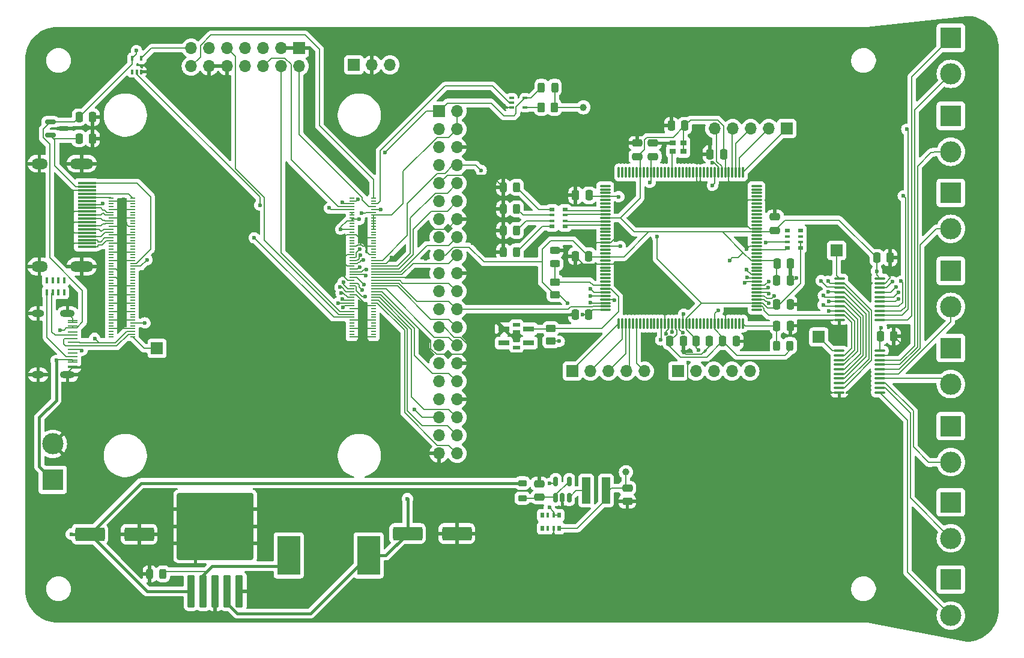
<source format=gbr>
%TF.GenerationSoftware,KiCad,Pcbnew,8.0.3*%
%TF.CreationDate,2024-09-20T13:19:37-05:00*%
%TF.ProjectId,Rick_LiteX-CNC,5269636b-5f4c-4697-9465-582d434e432e,rev?*%
%TF.SameCoordinates,Original*%
%TF.FileFunction,Copper,L1,Top*%
%TF.FilePolarity,Positive*%
%FSLAX46Y46*%
G04 Gerber Fmt 4.6, Leading zero omitted, Abs format (unit mm)*
G04 Created by KiCad (PCBNEW 8.0.3) date 2024-09-20 13:19:37*
%MOMM*%
%LPD*%
G01*
G04 APERTURE LIST*
G04 Aperture macros list*
%AMRoundRect*
0 Rectangle with rounded corners*
0 $1 Rounding radius*
0 $2 $3 $4 $5 $6 $7 $8 $9 X,Y pos of 4 corners*
0 Add a 4 corners polygon primitive as box body*
4,1,4,$2,$3,$4,$5,$6,$7,$8,$9,$2,$3,0*
0 Add four circle primitives for the rounded corners*
1,1,$1+$1,$2,$3*
1,1,$1+$1,$4,$5*
1,1,$1+$1,$6,$7*
1,1,$1+$1,$8,$9*
0 Add four rect primitives between the rounded corners*
20,1,$1+$1,$2,$3,$4,$5,0*
20,1,$1+$1,$4,$5,$6,$7,0*
20,1,$1+$1,$6,$7,$8,$9,0*
20,1,$1+$1,$8,$9,$2,$3,0*%
G04 Aperture macros list end*
%TA.AperFunction,SMDPad,CuDef*%
%ADD10RoundRect,0.100000X-0.637500X-0.100000X0.637500X-0.100000X0.637500X0.100000X-0.637500X0.100000X0*%
%TD*%
%TA.AperFunction,ComponentPad*%
%ADD11R,3.000000X3.000000*%
%TD*%
%TA.AperFunction,ComponentPad*%
%ADD12C,3.000000*%
%TD*%
%TA.AperFunction,ComponentPad*%
%ADD13R,1.700000X1.700000*%
%TD*%
%TA.AperFunction,SMDPad,CuDef*%
%ADD14RoundRect,0.250000X-0.250000X-0.475000X0.250000X-0.475000X0.250000X0.475000X-0.250000X0.475000X0*%
%TD*%
%TA.AperFunction,SMDPad,CuDef*%
%ADD15RoundRect,0.150000X-0.587500X-0.150000X0.587500X-0.150000X0.587500X0.150000X-0.587500X0.150000X0*%
%TD*%
%TA.AperFunction,SMDPad,CuDef*%
%ADD16RoundRect,0.243750X-0.243750X-0.456250X0.243750X-0.456250X0.243750X0.456250X-0.243750X0.456250X0*%
%TD*%
%TA.AperFunction,SMDPad,CuDef*%
%ADD17R,0.700000X0.200000*%
%TD*%
%TA.AperFunction,SMDPad,CuDef*%
%ADD18RoundRect,0.250000X0.475000X-0.250000X0.475000X0.250000X-0.475000X0.250000X-0.475000X-0.250000X0*%
%TD*%
%TA.AperFunction,SMDPad,CuDef*%
%ADD19RoundRect,0.250000X-0.475000X0.250000X-0.475000X-0.250000X0.475000X-0.250000X0.475000X0.250000X0*%
%TD*%
%TA.AperFunction,ComponentPad*%
%ADD20O,1.700000X1.700000*%
%TD*%
%TA.AperFunction,SMDPad,CuDef*%
%ADD21RoundRect,0.075000X-0.075000X0.662500X-0.075000X-0.662500X0.075000X-0.662500X0.075000X0.662500X0*%
%TD*%
%TA.AperFunction,SMDPad,CuDef*%
%ADD22RoundRect,0.075000X-0.662500X0.075000X-0.662500X-0.075000X0.662500X-0.075000X0.662500X0.075000X0*%
%TD*%
%TA.AperFunction,SMDPad,CuDef*%
%ADD23R,1.200000X3.700000*%
%TD*%
%TA.AperFunction,SMDPad,CuDef*%
%ADD24RoundRect,0.250000X0.250000X0.475000X-0.250000X0.475000X-0.250000X-0.475000X0.250000X-0.475000X0*%
%TD*%
%TA.AperFunction,SMDPad,CuDef*%
%ADD25RoundRect,0.243750X-0.456250X0.243750X-0.456250X-0.243750X0.456250X-0.243750X0.456250X0.243750X0*%
%TD*%
%TA.AperFunction,SMDPad,CuDef*%
%ADD26RoundRect,0.250000X0.300000X-2.050000X0.300000X2.050000X-0.300000X2.050000X-0.300000X-2.050000X0*%
%TD*%
%TA.AperFunction,SMDPad,CuDef*%
%ADD27RoundRect,0.250000X2.375000X-2.025000X2.375000X2.025000X-2.375000X2.025000X-2.375000X-2.025000X0*%
%TD*%
%TA.AperFunction,SMDPad,CuDef*%
%ADD28RoundRect,0.250002X5.149998X-4.449998X5.149998X4.449998X-5.149998X4.449998X-5.149998X-4.449998X0*%
%TD*%
%TA.AperFunction,SMDPad,CuDef*%
%ADD29RoundRect,0.100000X-0.225000X-0.100000X0.225000X-0.100000X0.225000X0.100000X-0.225000X0.100000X0*%
%TD*%
%TA.AperFunction,SMDPad,CuDef*%
%ADD30RoundRect,0.100000X0.100000X-0.225000X0.100000X0.225000X-0.100000X0.225000X-0.100000X-0.225000X0*%
%TD*%
%TA.AperFunction,ComponentPad*%
%ADD31C,1.000000*%
%TD*%
%TA.AperFunction,SMDPad,CuDef*%
%ADD32R,0.800000X0.500000*%
%TD*%
%TA.AperFunction,SMDPad,CuDef*%
%ADD33R,0.800000X0.400000*%
%TD*%
%TA.AperFunction,SMDPad,CuDef*%
%ADD34R,1.400000X0.250000*%
%TD*%
%TA.AperFunction,ComponentPad*%
%ADD35O,2.100000X1.000000*%
%TD*%
%TA.AperFunction,ComponentPad*%
%ADD36O,1.800000X1.000000*%
%TD*%
%TA.AperFunction,SMDPad,CuDef*%
%ADD37RoundRect,0.150000X0.150000X-0.512500X0.150000X0.512500X-0.150000X0.512500X-0.150000X-0.512500X0*%
%TD*%
%TA.AperFunction,SMDPad,CuDef*%
%ADD38RoundRect,0.243750X0.243750X0.456250X-0.243750X0.456250X-0.243750X-0.456250X0.243750X-0.456250X0*%
%TD*%
%TA.AperFunction,SMDPad,CuDef*%
%ADD39R,3.250000X5.500000*%
%TD*%
%TA.AperFunction,SMDPad,CuDef*%
%ADD40RoundRect,0.250000X0.450000X-0.262500X0.450000X0.262500X-0.450000X0.262500X-0.450000X-0.262500X0*%
%TD*%
%TA.AperFunction,SMDPad,CuDef*%
%ADD41R,2.600000X0.300000*%
%TD*%
%TA.AperFunction,ComponentPad*%
%ADD42O,3.300000X1.500000*%
%TD*%
%TA.AperFunction,ComponentPad*%
%ADD43O,2.300000X1.500000*%
%TD*%
%TA.AperFunction,SMDPad,CuDef*%
%ADD44RoundRect,0.250000X0.262500X0.450000X-0.262500X0.450000X-0.262500X-0.450000X0.262500X-0.450000X0*%
%TD*%
%TA.AperFunction,SMDPad,CuDef*%
%ADD45RoundRect,0.218750X0.381250X-0.218750X0.381250X0.218750X-0.381250X0.218750X-0.381250X-0.218750X0*%
%TD*%
%TA.AperFunction,SMDPad,CuDef*%
%ADD46R,0.400000X0.900000*%
%TD*%
%TA.AperFunction,SMDPad,CuDef*%
%ADD47R,1.000000X0.500000*%
%TD*%
%TA.AperFunction,SMDPad,CuDef*%
%ADD48R,1.500000X0.800000*%
%TD*%
%TA.AperFunction,SMDPad,CuDef*%
%ADD49R,0.500000X0.800000*%
%TD*%
%TA.AperFunction,SMDPad,CuDef*%
%ADD50R,0.400000X0.800000*%
%TD*%
%TA.AperFunction,SMDPad,CuDef*%
%ADD51RoundRect,0.250000X-1.825000X-0.700000X1.825000X-0.700000X1.825000X0.700000X-1.825000X0.700000X0*%
%TD*%
%TA.AperFunction,SMDPad,CuDef*%
%ADD52R,0.900000X0.800000*%
%TD*%
%TA.AperFunction,ViaPad*%
%ADD53C,0.600000*%
%TD*%
%TA.AperFunction,Conductor*%
%ADD54C,0.200000*%
%TD*%
%TA.AperFunction,Conductor*%
%ADD55C,0.400000*%
%TD*%
G04 APERTURE END LIST*
D10*
%TO.P,U4,1,~{G}1*%
%TO.N,/CNC_IO/Buffer_En*%
X195075000Y-94950000D03*
%TO.P,U4,2,A1*%
%TO.N,/CNC_IO/ST1*%
X195075000Y-95600000D03*
%TO.P,U4,3,A2*%
%TO.N,/CNC_IO/DIR1*%
X195075000Y-96250000D03*
%TO.P,U4,4,A3*%
%TO.N,/CNC_IO/ST2*%
X195075000Y-96900000D03*
%TO.P,U4,5,A4*%
%TO.N,/CNC_IO/DIR2*%
X195075000Y-97550000D03*
%TO.P,U4,6,A5*%
%TO.N,/CNC_IO/ST3*%
X195075000Y-98200000D03*
%TO.P,U4,7,A6*%
%TO.N,/CNC_IO/DIR3*%
X195075000Y-98850000D03*
%TO.P,U4,8,A7*%
%TO.N,/CNC_IO/ST4*%
X195075000Y-99500000D03*
%TO.P,U4,9,A8*%
%TO.N,/CNC_IO/DIR4*%
X195075000Y-100150000D03*
%TO.P,U4,10,VSS*%
%TO.N,VSS*%
X195075000Y-100800000D03*
%TO.P,U4,11,Y8*%
%TO.N,DIRo4*%
X200800000Y-100800000D03*
%TO.P,U4,12,Y7*%
%TO.N,STo4*%
X200800000Y-100150000D03*
%TO.P,U4,13,Y6*%
%TO.N,DIRo3*%
X200800000Y-99500000D03*
%TO.P,U4,14,Y5*%
%TO.N,STo3*%
X200800000Y-98850000D03*
%TO.P,U4,15,Y4*%
%TO.N,DIRo2*%
X200800000Y-98200000D03*
%TO.P,U4,16,Y3*%
%TO.N,STo2*%
X200800000Y-97550000D03*
%TO.P,U4,17,Y2*%
%TO.N,DIRo1*%
X200800000Y-96900000D03*
%TO.P,U4,18,Y1*%
%TO.N,STo1*%
X200800000Y-96250000D03*
%TO.P,U4,19,~{G}2*%
%TO.N,VSS*%
X200800000Y-95600000D03*
%TO.P,U4,20,VCC*%
%TO.N,VCC*%
X200800000Y-94950000D03*
%TD*%
%TO.P,U3,1,~{G}1*%
%TO.N,/CNC_IO/Buffer_En*%
X195087500Y-84750000D03*
%TO.P,U3,2,A1*%
%TO.N,/CNC_IO/DIR4*%
X195087500Y-85400000D03*
%TO.P,U3,3,A2*%
%TO.N,/CNC_IO/ST4*%
X195087500Y-86050000D03*
%TO.P,U3,4,A3*%
%TO.N,/CNC_IO/DIR3*%
X195087500Y-86700000D03*
%TO.P,U3,5,A4*%
%TO.N,/CNC_IO/ST3*%
X195087500Y-87350000D03*
%TO.P,U3,6,A5*%
%TO.N,/CNC_IO/DIR2*%
X195087500Y-88000000D03*
%TO.P,U3,7,A6*%
%TO.N,/CNC_IO/ST2*%
X195087500Y-88650000D03*
%TO.P,U3,8,A7*%
%TO.N,/CNC_IO/DIR1*%
X195087500Y-89300000D03*
%TO.P,U3,9,A8*%
%TO.N,/CNC_IO/ST1*%
X195087500Y-89950000D03*
%TO.P,U3,10,VSS*%
%TO.N,VSS*%
X195087500Y-90600000D03*
%TO.P,U3,11,~{Y}8*%
%TO.N,~{ST1}*%
X200812500Y-90600000D03*
%TO.P,U3,12,~{Y}7*%
%TO.N,~{DIR1}*%
X200812500Y-89950000D03*
%TO.P,U3,13,~{Y}6*%
%TO.N,~{ST2}*%
X200812500Y-89300000D03*
%TO.P,U3,14,~{Y}5*%
%TO.N,~{DIR2}*%
X200812500Y-88650000D03*
%TO.P,U3,15,~{Y}4*%
%TO.N,~{ST3}*%
X200812500Y-88000000D03*
%TO.P,U3,16,~{Y}3*%
%TO.N,~{DIR3}*%
X200812500Y-87350000D03*
%TO.P,U3,17,~{Y}2*%
%TO.N,~{ST4}*%
X200812500Y-86700000D03*
%TO.P,U3,18,~{Y}1*%
%TO.N,~{DIR4}*%
X200812500Y-86050000D03*
%TO.P,U3,19,~{G}2*%
%TO.N,VSS*%
X200812500Y-85400000D03*
%TO.P,U3,20,VCC*%
%TO.N,VCC*%
X200812500Y-84750000D03*
%TD*%
D11*
%TO.P,J20,1,Pin_1*%
%TO.N,~{DIR4}*%
X210800000Y-127200000D03*
D12*
%TO.P,J20,2,Pin_2*%
%TO.N,DIRo4*%
X210800000Y-132280000D03*
%TD*%
D11*
%TO.P,J19,1,Pin_1*%
%TO.N,~{ST4}*%
X210800000Y-116300000D03*
D12*
%TO.P,J19,2,Pin_2*%
%TO.N,STo4*%
X210800000Y-121380000D03*
%TD*%
D11*
%TO.P,J18,1,Pin_1*%
%TO.N,~{DIR3}*%
X210800000Y-105560000D03*
D12*
%TO.P,J18,2,Pin_2*%
%TO.N,DIRo3*%
X210800000Y-110640000D03*
%TD*%
D11*
%TO.P,J17,1,Pin_1*%
%TO.N,~{ST3}*%
X210800000Y-94560000D03*
D12*
%TO.P,J17,2,Pin_2*%
%TO.N,STo3*%
X210800000Y-99640000D03*
%TD*%
D13*
%TO.P,J16,1,Pin_1*%
%TO.N,/CNC_IO/Buffer_En*%
X192200000Y-93000000D03*
%TD*%
%TO.P,J15,1,Pin_1*%
%TO.N,/CNC_IO/Buffer_En*%
X194700000Y-80800000D03*
%TD*%
D11*
%TO.P,J11,1,Pin_1*%
%TO.N,~{DIR2}*%
X210800000Y-83660000D03*
D12*
%TO.P,J11,2,Pin_2*%
%TO.N,DIRo2*%
X210800000Y-88740000D03*
%TD*%
D11*
%TO.P,J10,1,Pin_1*%
%TO.N,~{ST2}*%
X210800000Y-72660000D03*
D12*
%TO.P,J10,2,Pin_2*%
%TO.N,STo2*%
X210800000Y-77740000D03*
%TD*%
D11*
%TO.P,J3,1,Pin_1*%
%TO.N,~{DIR1}*%
X210800000Y-61800000D03*
D12*
%TO.P,J3,2,Pin_2*%
%TO.N,DIRo1*%
X210800000Y-66880000D03*
%TD*%
D11*
%TO.P,J2,1,Pin_1*%
%TO.N,~{ST1}*%
X210800000Y-50800000D03*
D12*
%TO.P,J2,2,Pin_2*%
%TO.N,STo1*%
X210800000Y-55880000D03*
%TD*%
D14*
%TO.P,C8,1*%
%TO.N,VCC*%
X200850000Y-92900000D03*
%TO.P,C8,2*%
%TO.N,VSS*%
X202750000Y-92900000D03*
%TD*%
%TO.P,C6,1*%
%TO.N,VCC*%
X200350000Y-81800000D03*
%TO.P,C6,2*%
%TO.N,VSS*%
X202250000Y-81800000D03*
%TD*%
%TO.P,C9,1*%
%TO.N,Net-(D3-K)*%
X186250000Y-91400000D03*
%TO.P,C9,2*%
%TO.N,VSS*%
X188150000Y-91400000D03*
%TD*%
D15*
%TO.P,U1,1,IN*%
%TO.N,+5V*%
X83862500Y-62650000D03*
%TO.P,U1,2,OUT*%
%TO.N,/Raspberry Pi CM4/HDMI_5v*%
X83862500Y-64550000D03*
%TO.P,U1,3,GND*%
%TO.N,VSS*%
X85737500Y-63600000D03*
%TD*%
D16*
%TO.P,D5,1,K*%
%TO.N,VSS*%
X147725000Y-71880000D03*
%TO.P,D5,2,A*%
%TO.N,Net-(D5-A)*%
X149600000Y-71880000D03*
%TD*%
D17*
%TO.P,Module1,1,GND*%
%TO.N,VSS*%
X129420000Y-93000000D03*
%TO.P,Module1,2,GND*%
X126340000Y-93000000D03*
%TO.P,Module1,3,Ethernet_Pair3_P*%
%TO.N,/Raspberry Pi CM4/TRD3_P*%
X129420000Y-92600000D03*
%TO.P,Module1,4,Ethernet_Pair1_P*%
%TO.N,/Raspberry Pi CM4/TRD1_P*%
X126340000Y-92600000D03*
%TO.P,Module1,5,Ethernet_Pair3_N*%
%TO.N,/Raspberry Pi CM4/TRD3_N*%
X129420000Y-92200000D03*
%TO.P,Module1,6,Ethernet_Pair1_N*%
%TO.N,/Raspberry Pi CM4/TRD1_N*%
X126340000Y-92200000D03*
%TO.P,Module1,7,GND*%
%TO.N,VSS*%
X129420000Y-91800000D03*
%TO.P,Module1,8,GND*%
X126340000Y-91800000D03*
%TO.P,Module1,9,Ethernet_Pair2_N*%
%TO.N,/Raspberry Pi CM4/TRD2_N*%
X129420000Y-91400000D03*
%TO.P,Module1,10,Ethernet_Pair0_N*%
%TO.N,/Raspberry Pi CM4/TRD0_N*%
X126340000Y-91400000D03*
%TO.P,Module1,11,Ethernet_Pair2_P*%
%TO.N,/Raspberry Pi CM4/TRD2_P*%
X129420000Y-91000000D03*
%TO.P,Module1,12,Ethernet_Pair0_P*%
%TO.N,/Raspberry Pi CM4/TRD0_P*%
X126340000Y-91000000D03*
%TO.P,Module1,13,GND*%
%TO.N,VSS*%
X129420000Y-90600000D03*
%TO.P,Module1,14,GND*%
X126340000Y-90600000D03*
%TO.P,Module1,15,Ethernet_nLED3(3.3v)*%
%TO.N,/Raspberry Pi CM4/ETH_LEDY*%
X129420000Y-90200000D03*
%TO.P,Module1,16,Ethernet_SYNC_IN(1.8v)*%
%TO.N,/Raspberry Pi CM4/SYNC_IN*%
X126340000Y-90200000D03*
%TO.P,Module1,17,Ethernet_nLED2(3.3v)*%
%TO.N,/Raspberry Pi CM4/ETH_LEDG*%
X129420000Y-89800000D03*
%TO.P,Module1,18,Ethernet_SYNC_OUT(1.8v)*%
%TO.N,/Raspberry Pi CM4/SYNC_OUT*%
X126340000Y-89800000D03*
%TO.P,Module1,19,Ethernet_nLED1(3.3v)*%
%TO.N,unconnected-(Module1A-Ethernet_nLED1(3.3v)-Pad19)*%
X129420000Y-89400000D03*
%TO.P,Module1,20,EEPROM_nWP*%
%TO.N,/Raspberry Pi CM4/EEPROM_nWP*%
X126340000Y-89400000D03*
%TO.P,Module1,21,PI_nLED_Activity*%
%TO.N,unconnected-(Module1A-PI_nLED_Activity-Pad21)*%
X129420000Y-89000000D03*
%TO.P,Module1,22,GND*%
%TO.N,VSS*%
X126340000Y-89000000D03*
%TO.P,Module1,23,GND*%
X129420000Y-88600000D03*
%TO.P,Module1,24,GPIO26*%
%TO.N,/Raspberry Pi CM4/GPIO26*%
X126340000Y-88600000D03*
%TO.P,Module1,25,GPIO21*%
%TO.N,/Raspberry Pi CM4/GPIO21*%
X129420000Y-88200000D03*
%TO.P,Module1,26,GPIO19*%
%TO.N,/Raspberry Pi CM4/GPIO19*%
X126340000Y-88200000D03*
%TO.P,Module1,27,GPIO20*%
%TO.N,/Raspberry Pi CM4/GPIO20*%
X129420000Y-87800000D03*
%TO.P,Module1,28,GPIO13*%
%TO.N,/Raspberry Pi CM4/GPIO13*%
X126340000Y-87800000D03*
%TO.P,Module1,29,GPIO16*%
%TO.N,/Raspberry Pi CM4/GPIO16*%
X129420000Y-87400000D03*
%TO.P,Module1,30,GPIO6*%
%TO.N,/Raspberry Pi CM4/GPIO6*%
X126340000Y-87400000D03*
%TO.P,Module1,31,GPIO12*%
%TO.N,/Raspberry Pi CM4/GPIO12*%
X129420000Y-87000000D03*
%TO.P,Module1,32,GND*%
%TO.N,VSS*%
X126340000Y-87000000D03*
%TO.P,Module1,33,GND*%
X129420000Y-86600000D03*
%TO.P,Module1,34,GPIO5*%
%TO.N,/Raspberry Pi CM4/GPIO5*%
X126340000Y-86600000D03*
%TO.P,Module1,35,ID_SC*%
%TO.N,/Raspberry Pi CM4/ID_SC*%
X129420000Y-86200000D03*
%TO.P,Module1,36,ID_SD*%
%TO.N,/Raspberry Pi CM4/ID_SD*%
X126340000Y-86200000D03*
%TO.P,Module1,37,GPIO7*%
%TO.N,/Raspberry Pi CM4/GPIO7*%
X129420000Y-85800000D03*
%TO.P,Module1,38,GPIO11*%
%TO.N,/Raspberry Pi CM4/GPIO11*%
X126340000Y-85800000D03*
%TO.P,Module1,39,GPIO8*%
%TO.N,/Raspberry Pi CM4/GPIO8*%
X129420000Y-85400000D03*
%TO.P,Module1,40,GPIO9*%
%TO.N,/Raspberry Pi CM4/GPIO9*%
X126340000Y-85400000D03*
%TO.P,Module1,41,GPIO25*%
%TO.N,/Raspberry Pi CM4/GPIO25*%
X129420000Y-85000000D03*
%TO.P,Module1,42,GND*%
%TO.N,VSS*%
X126340000Y-85000000D03*
%TO.P,Module1,43,GND*%
X129420000Y-84600000D03*
%TO.P,Module1,44,GPIO10*%
%TO.N,/Raspberry Pi CM4/GPIO10*%
X126340000Y-84600000D03*
%TO.P,Module1,45,GPIO24*%
%TO.N,/Raspberry Pi CM4/GPIO24*%
X129420000Y-84200000D03*
%TO.P,Module1,46,GPIO22*%
%TO.N,/Raspberry Pi CM4/GPIO22*%
X126340000Y-84200000D03*
%TO.P,Module1,47,GPIO23*%
%TO.N,/Raspberry Pi CM4/GPIO23*%
X129420000Y-83800000D03*
%TO.P,Module1,48,GPIO27*%
%TO.N,/Raspberry Pi CM4/GPIO27*%
X126340000Y-83800000D03*
%TO.P,Module1,49,GPIO18*%
%TO.N,/Raspberry Pi CM4/GPIO18*%
X129420000Y-83400000D03*
%TO.P,Module1,50,GPIO17*%
%TO.N,/Raspberry Pi CM4/GPIO17*%
X126340000Y-83400000D03*
%TO.P,Module1,51,GPIO15*%
%TO.N,/Raspberry Pi CM4/GPIO15*%
X129420000Y-83000000D03*
%TO.P,Module1,52,GND*%
%TO.N,VSS*%
X126340000Y-83000000D03*
%TO.P,Module1,53,GND*%
X129420000Y-82600000D03*
%TO.P,Module1,54,GPIO4*%
%TO.N,/Raspberry Pi CM4/GPIO4*%
X126340000Y-82600000D03*
%TO.P,Module1,55,GPIO14*%
%TO.N,/Raspberry Pi CM4/GPIO14*%
X129420000Y-82200000D03*
%TO.P,Module1,56,GPIO3*%
%TO.N,/Raspberry Pi CM4/GPIO3*%
X126340000Y-82200000D03*
%TO.P,Module1,57,SD_CLK*%
%TO.N,/Raspberry Pi CM4/SD_CLK*%
X129420000Y-81800000D03*
%TO.P,Module1,58,GPIO2*%
%TO.N,/Raspberry Pi CM4/GPIO2*%
X126340000Y-81800000D03*
%TO.P,Module1,59,GND*%
%TO.N,VSS*%
X129420000Y-81400000D03*
%TO.P,Module1,60,GND*%
X126340000Y-81400000D03*
%TO.P,Module1,61,SD_DAT3*%
%TO.N,/Raspberry Pi CM4/SD_DAT3*%
X129420000Y-81000000D03*
%TO.P,Module1,62,SD_CMD*%
%TO.N,/Raspberry Pi CM4/SD_CMD*%
X126340000Y-81000000D03*
%TO.P,Module1,63,SD_DAT0*%
%TO.N,/Raspberry Pi CM4/SD_DAT0*%
X129420000Y-80600000D03*
%TO.P,Module1,64,SD_DAT5*%
%TO.N,unconnected-(Module1A-SD_DAT5-Pad64)*%
X126340000Y-80600000D03*
%TO.P,Module1,65,GND*%
%TO.N,VSS*%
X129420000Y-80200000D03*
%TO.P,Module1,66,GND*%
X126340000Y-80200000D03*
%TO.P,Module1,67,SD_DAT1*%
%TO.N,/Raspberry Pi CM4/SD_DAT1*%
X129420000Y-79800000D03*
%TO.P,Module1,68,SD_DAT4*%
%TO.N,unconnected-(Module1A-SD_DAT4-Pad68)*%
X126340000Y-79800000D03*
%TO.P,Module1,69,SD_DAT2*%
%TO.N,/Raspberry Pi CM4/SD_DAT2*%
X129420000Y-79400000D03*
%TO.P,Module1,70,SD_DAT7*%
%TO.N,unconnected-(Module1A-SD_DAT7-Pad70)*%
X126340000Y-79400000D03*
%TO.P,Module1,71,GND*%
%TO.N,VSS*%
X129420000Y-79000000D03*
%TO.P,Module1,72,SD_DAT6*%
%TO.N,unconnected-(Module1A-SD_DAT6-Pad72)*%
X126340000Y-79000000D03*
%TO.P,Module1,73,SD_VDD_Override*%
%TO.N,unconnected-(Module1A-SD_VDD_Override-Pad73)*%
X129420000Y-78600000D03*
%TO.P,Module1,74,GND*%
%TO.N,VSS*%
X126340000Y-78600000D03*
%TO.P,Module1,75,SD_PWR_ON*%
%TO.N,/Raspberry Pi CM4/SD_PWR_ON*%
X129420000Y-78200000D03*
%TO.P,Module1,76,Reserved*%
%TO.N,/Raspberry Pi CM4/Reserved*%
X126340000Y-78200000D03*
%TO.P,Module1,77,+5v_(Input)*%
%TO.N,+5V*%
X129420000Y-77800000D03*
%TO.P,Module1,78,GPIO_VREF(1.8v/3.3v_Input)*%
%TO.N,VCC*%
X126340000Y-77800000D03*
%TO.P,Module1,79,+5v_(Input)*%
%TO.N,+5V*%
X129420000Y-77400000D03*
%TO.P,Module1,80,SCL0*%
%TO.N,/Raspberry Pi CM4/SCL0*%
X126340000Y-77400000D03*
%TO.P,Module1,81,+5v_(Input)*%
%TO.N,+5V*%
X129420000Y-77000000D03*
%TO.P,Module1,82,SDA0*%
%TO.N,/Raspberry Pi CM4/SDA0*%
X126340000Y-77000000D03*
%TO.P,Module1,83,+5v_(Input)*%
%TO.N,+5V*%
X129420000Y-76600000D03*
%TO.P,Module1,84,+3.3v_(Output)*%
%TO.N,VCC*%
X126340000Y-76600000D03*
%TO.P,Module1,85,+5v_(Input)*%
%TO.N,+5V*%
X129420000Y-76200000D03*
%TO.P,Module1,86,+3.3v_(Output)*%
%TO.N,VCC*%
X126340000Y-76200000D03*
%TO.P,Module1,87,+5v_(Input)*%
%TO.N,+5V*%
X129420000Y-75800000D03*
%TO.P,Module1,88,+1.8v_(Output)*%
%TO.N,/Raspberry Pi CM4/+1.8v*%
X126340000Y-75800000D03*
%TO.P,Module1,89,WiFi_nDisable*%
%TO.N,/Raspberry Pi CM4/WL_nDis*%
X129420000Y-75400000D03*
%TO.P,Module1,90,+1.8v_(Output)*%
%TO.N,/Raspberry Pi CM4/+1.8v*%
X126340000Y-75400000D03*
%TO.P,Module1,91,BT_nDisable*%
%TO.N,/Raspberry Pi CM4/BT_nDis*%
X129420000Y-75000000D03*
%TO.P,Module1,92,RUN_PG*%
%TO.N,/Raspberry Pi CM4/RUN_PG*%
X126340000Y-75000000D03*
%TO.P,Module1,93,nRPIBOOT*%
%TO.N,/Raspberry Pi CM4/nRPIBOOT*%
X129420000Y-74600000D03*
%TO.P,Module1,94,AnalogIP0*%
%TO.N,/Raspberry Pi CM4/AIN1*%
X126340000Y-74600000D03*
%TO.P,Module1,95,nPI_LED_PWR*%
%TO.N,/Raspberry Pi CM4/nPWR_LED*%
X129420000Y-74200000D03*
%TO.P,Module1,96,AnalogIP1*%
%TO.N,/Raspberry Pi CM4/AIN0*%
X126340000Y-74200000D03*
%TO.P,Module1,97,Camera_GPIO*%
%TO.N,/Raspberry Pi CM4/CAM_GPIO*%
X129420000Y-73800000D03*
%TO.P,Module1,98,GND*%
%TO.N,VSS*%
X126340000Y-73800000D03*
%TO.P,Module1,99,Global_EN*%
%TO.N,/Raspberry Pi CM4/GLOBAL_EN*%
X129420000Y-73400000D03*
%TO.P,Module1,100,nEXTRST*%
%TO.N,/Raspberry Pi CM4/nEXTRST*%
X126340000Y-73400000D03*
%TO.P,Module1,101,USB_OTG_ID*%
%TO.N,Net-(J14-Pin_1)*%
X95500000Y-93000000D03*
%TO.P,Module1,102,PCIe_CLK_nREQ*%
%TO.N,/Raspberry Pi CM4/PCIE_CLK_nREQ*%
X92420000Y-93000000D03*
%TO.P,Module1,103,USB2_N*%
%TO.N,/Power/D-*%
X95500000Y-92600000D03*
%TO.P,Module1,104,Reserved*%
%TO.N,unconnected-(Module1B-Reserved-Pad104)*%
X92420000Y-92600000D03*
%TO.P,Module1,105,USB2_P*%
%TO.N,/Power/D+*%
X95500000Y-92200000D03*
%TO.P,Module1,106,Reserved*%
%TO.N,unconnected-(Module1B-Reserved-Pad106)*%
X92420000Y-92200000D03*
%TO.P,Module1,107,GND*%
%TO.N,VSS*%
X95500000Y-91800000D03*
%TO.P,Module1,108,GND*%
X92420000Y-91800000D03*
%TO.P,Module1,109,PCIe_nRST*%
%TO.N,/Raspberry Pi CM4/PCIE_nRST*%
X95500000Y-91400000D03*
%TO.P,Module1,110,PCIe_CLK_P*%
%TO.N,/Raspberry Pi CM4/PCIE_CLK_P*%
X92420000Y-91400000D03*
%TO.P,Module1,111,VDAC_COMP*%
%TO.N,/Raspberry Pi CM4/TV_OUT*%
X95500000Y-91000000D03*
%TO.P,Module1,112,PCIe_CLK_N*%
%TO.N,/Raspberry Pi CM4/PCIE_CLK_N*%
X92420000Y-91000000D03*
%TO.P,Module1,113,GND*%
%TO.N,VSS*%
X95500000Y-90600000D03*
%TO.P,Module1,114,GND*%
X92420000Y-90600000D03*
%TO.P,Module1,115,CAM1_D0_N*%
%TO.N,/Raspberry Pi CM4/CAM1_D0_N*%
X95500000Y-90200000D03*
%TO.P,Module1,116,PCIe_RX_P*%
%TO.N,/Raspberry Pi CM4/PCIE_RX_P*%
X92420000Y-90200000D03*
%TO.P,Module1,117,CAM1_D0_P*%
%TO.N,/Raspberry Pi CM4/CAM1_D0_P*%
X95500000Y-89800000D03*
%TO.P,Module1,118,PCIe_RX_N*%
%TO.N,/Raspberry Pi CM4/PCIE_RX_N*%
X92420000Y-89800000D03*
%TO.P,Module1,119,GND*%
%TO.N,VSS*%
X95500000Y-89400000D03*
%TO.P,Module1,120,GND*%
X92420000Y-89400000D03*
%TO.P,Module1,121,CAM1_D1_N*%
%TO.N,/Raspberry Pi CM4/CAM1_D1_N*%
X95500000Y-89000000D03*
%TO.P,Module1,122,PCIe_TX_P*%
%TO.N,/Raspberry Pi CM4/PCIE_TX_P*%
X92420000Y-89000000D03*
%TO.P,Module1,123,CAM1_D1_P*%
%TO.N,/Raspberry Pi CM4/CAM1_D1_P*%
X95500000Y-88600000D03*
%TO.P,Module1,124,PCIe_TX_N*%
%TO.N,/Raspberry Pi CM4/PCIE_TX_N*%
X92420000Y-88600000D03*
%TO.P,Module1,125,GND*%
%TO.N,VSS*%
X95500000Y-88200000D03*
%TO.P,Module1,126,GND*%
X92420000Y-88200000D03*
%TO.P,Module1,127,CAM1_C_N*%
%TO.N,/Raspberry Pi CM4/CAM1_C_N*%
X95500000Y-87800000D03*
%TO.P,Module1,128,CAM0_D0_N*%
%TO.N,/Raspberry Pi CM4/CAM0_D0_N*%
X92420000Y-87800000D03*
%TO.P,Module1,129,CAM1_C_P*%
%TO.N,/Raspberry Pi CM4/CAM1_C_P*%
X95500000Y-87400000D03*
%TO.P,Module1,130,CAM0_D0_P*%
%TO.N,/Raspberry Pi CM4/CAM0_D0_P*%
X92420000Y-87400000D03*
%TO.P,Module1,131,GND*%
%TO.N,VSS*%
X95500000Y-87000000D03*
%TO.P,Module1,132,GND*%
X92420000Y-87000000D03*
%TO.P,Module1,133,CAM1_D2_N*%
%TO.N,/Raspberry Pi CM4/CAM1_D2_N*%
X95500000Y-86600000D03*
%TO.P,Module1,134,CAM0_D1_N*%
%TO.N,/Raspberry Pi CM4/CAM0_D1_N*%
X92420000Y-86600000D03*
%TO.P,Module1,135,CAM1_D2_P*%
%TO.N,/Raspberry Pi CM4/CAM1_D2_P*%
X95500000Y-86200000D03*
%TO.P,Module1,136,CAM0_D1_P*%
%TO.N,/Raspberry Pi CM4/CAM0_D1_P*%
X92420000Y-86200000D03*
%TO.P,Module1,137,GND*%
%TO.N,VSS*%
X95500000Y-85800000D03*
%TO.P,Module1,138,GND*%
X92420000Y-85800000D03*
%TO.P,Module1,139,CAM1_D3_N*%
%TO.N,/Raspberry Pi CM4/CAM1_D3_N*%
X95500000Y-85400000D03*
%TO.P,Module1,140,CAM0_C_N*%
%TO.N,/Raspberry Pi CM4/CAM0_C_N*%
X92420000Y-85400000D03*
%TO.P,Module1,141,CAM1_D3_P*%
%TO.N,/Raspberry Pi CM4/CAM1_D3_P*%
X95500000Y-85000000D03*
%TO.P,Module1,142,CAM0_C_P*%
%TO.N,/Raspberry Pi CM4/CAM0_C_P*%
X92420000Y-85000000D03*
%TO.P,Module1,143,HDMI1_HOTPLUG*%
%TO.N,/Raspberry Pi CM4/HDMI1_HOTPLUG*%
X95500000Y-84600000D03*
%TO.P,Module1,144,GND*%
%TO.N,VSS*%
X92420000Y-84600000D03*
%TO.P,Module1,145,HDMI1_SDA*%
%TO.N,/Raspberry Pi CM4/HDMI1_SDA*%
X95500000Y-84200000D03*
%TO.P,Module1,146,HDMI1_TX2_P*%
%TO.N,/Raspberry Pi CM4/HDMI1_D2_P*%
X92420000Y-84200000D03*
%TO.P,Module1,147,HDMI1_SCL*%
%TO.N,/Raspberry Pi CM4/HDMI1_SCL*%
X95500000Y-83800000D03*
%TO.P,Module1,148,HDMI1_TX2_N*%
%TO.N,/Raspberry Pi CM4/HDMI1_D2_N*%
X92420000Y-83800000D03*
%TO.P,Module1,149,HDMI1_CEC*%
%TO.N,/Raspberry Pi CM4/HDMI1_CEC*%
X95500000Y-83400000D03*
%TO.P,Module1,150,GND*%
%TO.N,VSS*%
X92420000Y-83400000D03*
%TO.P,Module1,151,HDMI0_CEC*%
%TO.N,/Raspberry Pi CM4/HDMI0_CEC*%
X95500000Y-83000000D03*
%TO.P,Module1,152,HDMI1_TX1_P*%
%TO.N,/Raspberry Pi CM4/HDMI1_D1_P*%
X92420000Y-83000000D03*
%TO.P,Module1,153,HDMI0_HOTPLUG*%
%TO.N,/Raspberry Pi CM4/HDMI0_HOTPLUG*%
X95500000Y-82600000D03*
%TO.P,Module1,154,HDMI1_TX1_N*%
%TO.N,/Raspberry Pi CM4/HDMI1_D1_N*%
X92420000Y-82600000D03*
%TO.P,Module1,155,GND*%
%TO.N,VSS*%
X95500000Y-82200000D03*
%TO.P,Module1,156,GND*%
X92420000Y-82200000D03*
%TO.P,Module1,157,DSI0_D0_N*%
%TO.N,/Raspberry Pi CM4/DSI0_D0_N*%
X95500000Y-81800000D03*
%TO.P,Module1,158,HDMI1_TX0_P*%
%TO.N,/Raspberry Pi CM4/HDMI1_D0_P*%
X92420000Y-81800000D03*
%TO.P,Module1,159,DSI0_D0_P*%
%TO.N,/Raspberry Pi CM4/DSI0_D0_P*%
X95500000Y-81400000D03*
%TO.P,Module1,160,HDMI1_TX0_N*%
%TO.N,/Raspberry Pi CM4/HDMI1_D0_N*%
X92420000Y-81400000D03*
%TO.P,Module1,161,GND*%
%TO.N,VSS*%
X95500000Y-81000000D03*
%TO.P,Module1,162,GND*%
X92420000Y-81000000D03*
%TO.P,Module1,163,DSI0_D1_N*%
%TO.N,/Raspberry Pi CM4/DSI0_D1_N*%
X95500000Y-80600000D03*
%TO.P,Module1,164,HDMI1_CLK_P*%
%TO.N,/Raspberry Pi CM4/HDMI1_CK_P*%
X92420000Y-80600000D03*
%TO.P,Module1,165,DSI0_D1_P*%
%TO.N,/Raspberry Pi CM4/DSI0_D1_P*%
X95500000Y-80200000D03*
%TO.P,Module1,166,HDMI1_CLK_N*%
%TO.N,/Raspberry Pi CM4/HDMI1_CK_N*%
X92420000Y-80200000D03*
%TO.P,Module1,167,GND*%
%TO.N,VSS*%
X95500000Y-79800000D03*
%TO.P,Module1,168,GND*%
X92420000Y-79800000D03*
%TO.P,Module1,169,DSI0_C_N*%
%TO.N,/Raspberry Pi CM4/DSI0_C_N*%
X95500000Y-79400000D03*
%TO.P,Module1,170,HDMI0_TX2_P*%
%TO.N,/Raspberry Pi CM4/HDMI0_D2_P*%
X92420000Y-79400000D03*
%TO.P,Module1,171,DSI0_C_P*%
%TO.N,/Raspberry Pi CM4/DSI0_C_P*%
X95500000Y-79000000D03*
%TO.P,Module1,172,HDMI0_TX2_N*%
%TO.N,/Raspberry Pi CM4/HDMI0_D2_N*%
X92420000Y-79000000D03*
%TO.P,Module1,173,GND*%
%TO.N,VSS*%
X95500000Y-78600000D03*
%TO.P,Module1,174,GND*%
X92420000Y-78600000D03*
%TO.P,Module1,175,DSI1_D0_N*%
%TO.N,/Raspberry Pi CM4/DSI1_D0_N*%
X95500000Y-78200000D03*
%TO.P,Module1,176,HDMI0_TX1_P*%
%TO.N,/Raspberry Pi CM4/HDMI0_D1_P*%
X92420000Y-78200000D03*
%TO.P,Module1,177,DSI1_D0_P*%
%TO.N,/Raspberry Pi CM4/DSI1_D0_P*%
X95500000Y-77800000D03*
%TO.P,Module1,178,HDMI0_TX1_N*%
%TO.N,/Raspberry Pi CM4/HDMI0_D1_N*%
X92420000Y-77800000D03*
%TO.P,Module1,179,GND*%
%TO.N,VSS*%
X95500000Y-77400000D03*
%TO.P,Module1,180,GND*%
X92420000Y-77400000D03*
%TO.P,Module1,181,DSI1_D1_N*%
%TO.N,/Raspberry Pi CM4/DSI1_D1_N*%
X95500000Y-77000000D03*
%TO.P,Module1,182,HDMI0_TX0_P*%
%TO.N,/Raspberry Pi CM4/HDMI0_D0_P*%
X92420000Y-77000000D03*
%TO.P,Module1,183,DSI1_D1_P*%
%TO.N,/Raspberry Pi CM4/DSI1_D1_P*%
X95500000Y-76600000D03*
%TO.P,Module1,184,HDMI0_TX0_N*%
%TO.N,/Raspberry Pi CM4/HDMI0_D0_N*%
X92420000Y-76600000D03*
%TO.P,Module1,185,GND*%
%TO.N,VSS*%
X95500000Y-76200000D03*
%TO.P,Module1,186,GND*%
X92420000Y-76200000D03*
%TO.P,Module1,187,DSI1_C_N*%
%TO.N,/Raspberry Pi CM4/DSI1_C_N*%
X95500000Y-75800000D03*
%TO.P,Module1,188,HDMI0_CLK_P*%
%TO.N,/Raspberry Pi CM4/HDMI0_CK_P*%
X92420000Y-75800000D03*
%TO.P,Module1,189,DSI1_C_P*%
%TO.N,/Raspberry Pi CM4/DSI1_C_P*%
X95500000Y-75400000D03*
%TO.P,Module1,190,HDMI0_CLK_N*%
%TO.N,/Raspberry Pi CM4/HDMI0_CK_N*%
X92420000Y-75400000D03*
%TO.P,Module1,191,GND*%
%TO.N,VSS*%
X95500000Y-75000000D03*
%TO.P,Module1,192,GND*%
X92420000Y-75000000D03*
%TO.P,Module1,193,DSI1_D2_N*%
%TO.N,/Raspberry Pi CM4/DSI1_D2_N*%
X95500000Y-74600000D03*
%TO.P,Module1,194,DSI1_D3_N*%
%TO.N,/Raspberry Pi CM4/DSI1_D3_N*%
X92420000Y-74600000D03*
%TO.P,Module1,195,DSI1_D2_P*%
%TO.N,/Raspberry Pi CM4/DSI1_D2_P*%
X95500000Y-74200000D03*
%TO.P,Module1,196,DSI1_D3_P*%
%TO.N,/Raspberry Pi CM4/DSI1_D3_P*%
X92420000Y-74200000D03*
%TO.P,Module1,197,GND*%
%TO.N,VSS*%
X95500000Y-73800000D03*
%TO.P,Module1,198,GND*%
X92420000Y-73800000D03*
%TO.P,Module1,199,HDMI0_SDA*%
%TO.N,/Raspberry Pi CM4/HDMI0_SDA*%
X95500000Y-73400000D03*
%TO.P,Module1,200,HDMI0_SCL*%
%TO.N,/Raspberry Pi CM4/HDMI0_SCL*%
X92420000Y-73400000D03*
%TD*%
D13*
%TO.P,J14,1,Pin_1*%
%TO.N,Net-(J14-Pin_1)*%
X98900000Y-94600000D03*
%TD*%
D18*
%TO.P,C25,1*%
%TO.N,VSS*%
X165200000Y-116200000D03*
%TO.P,C25,2*%
%TO.N,+1V2*%
X165200000Y-114300000D03*
%TD*%
D14*
%TO.P,C7,1*%
%TO.N,VSS*%
X157850000Y-89800000D03*
%TO.P,C7,2*%
%TO.N,VCC*%
X159750000Y-89800000D03*
%TD*%
%TO.P,C18,1*%
%TO.N,VSS*%
X176850000Y-67200000D03*
%TO.P,C18,2*%
%TO.N,VCC*%
X178750000Y-67200000D03*
%TD*%
%TO.P,C2,1*%
%TO.N,/Raspberry Pi CM4/HDMI_5v*%
X87900000Y-65000000D03*
%TO.P,C2,2*%
%TO.N,VSS*%
X89800000Y-65000000D03*
%TD*%
D19*
%TO.P,C13,1*%
%TO.N,VSS*%
X166600000Y-65650000D03*
%TO.P,C13,2*%
%TO.N,VCC*%
X166600000Y-67550000D03*
%TD*%
D13*
%TO.P,J4,1,Pin_1*%
%TO.N,/Raspberry Pi CM4/WL_nDis*%
X126660000Y-54600000D03*
D20*
%TO.P,J4,2,Pin_2*%
%TO.N,VSS*%
X129200000Y-54600000D03*
%TO.P,J4,3,Pin_3*%
%TO.N,/Raspberry Pi CM4/BT_nDis*%
X131740000Y-54600000D03*
%TD*%
D21*
%TO.P,U13,1,IOL_2A*%
%TO.N,F*%
X181500000Y-69775000D03*
%TO.P,U13,2,IOL_2B*%
%TO.N,G*%
X181000000Y-69775000D03*
%TO.P,U13,3,IOL_3A*%
%TO.N,H*%
X180500000Y-69775000D03*
%TO.P,U13,4,IOL_3B*%
%TO.N,I*%
X180000000Y-69775000D03*
%TO.P,U13,5,GND*%
%TO.N,VSS*%
X179500000Y-69775000D03*
%TO.P,U13,6,VCCIO_3*%
%TO.N,VCC*%
X179000000Y-69775000D03*
%TO.P,U13,7,IOL_4A*%
%TO.N,J*%
X178500000Y-69775000D03*
%TO.P,U13,8,IOL_4B*%
%TO.N,/Raspberry Pi CM4/GPIO15*%
X178000000Y-69775000D03*
%TO.P,U13,9,IOL_5A*%
%TO.N,/Raspberry Pi CM4/GPIO14*%
X177500000Y-69775000D03*
%TO.P,U13,10,IOL_5B*%
%TO.N,unconnected-(U13D-IOL_5B-Pad10)*%
X177000000Y-69775000D03*
%TO.P,U13,11,IOL_8A*%
%TO.N,unconnected-(U13D-IOL_8A-Pad11)*%
X176500000Y-69775000D03*
%TO.P,U13,12,IOL_8B*%
%TO.N,unconnected-(U13D-IOL_8B-Pad12)*%
X176000000Y-69775000D03*
%TO.P,U13,13,GND*%
%TO.N,VSS*%
X175500000Y-69775000D03*
%TO.P,U13,14,GND*%
X175000000Y-69775000D03*
%TO.P,U13,15,IOL_10A*%
%TO.N,unconnected-(U13D-IOL_10A-Pad15)*%
X174500000Y-69775000D03*
%TO.P,U13,16,IOL_10B*%
%TO.N,unconnected-(U13D-IOL_10B-Pad16)*%
X174000000Y-69775000D03*
%TO.P,U13,17,IOL_12A*%
%TO.N,unconnected-(U13D-IOL_12A-Pad17)*%
X173500000Y-69775000D03*
%TO.P,U13,18,IOL_12B*%
%TO.N,unconnected-(U13D-IOL_12B-Pad18)*%
X173000000Y-69775000D03*
%TO.P,U13,19,IOL_13A*%
%TO.N,unconnected-(U13D-IOL_13A-Pad19)*%
X172500000Y-69775000D03*
%TO.P,U13,20,IOL_13B_GBIN7*%
%TO.N,unconnected-(U13D-IOL_13B_GBIN7-Pad20)*%
X172000000Y-69775000D03*
%TO.P,U13,21,IOL_14A_GBIN6*%
%TO.N,Clock*%
X171500000Y-69775000D03*
%TO.P,U13,22,IOL_14B*%
%TO.N,unconnected-(U13D-IOL_14B-Pad22)*%
X171000000Y-69775000D03*
%TO.P,U13,23,IOL_17A*%
%TO.N,unconnected-(U13D-IOL_17A-Pad23)*%
X170500000Y-69775000D03*
%TO.P,U13,24,IOL_17B*%
%TO.N,unconnected-(U13D-IOL_17B-Pad24)*%
X170000000Y-69775000D03*
%TO.P,U13,25,IOL_18A*%
%TO.N,unconnected-(U13D-IOL_18A-Pad25)*%
X169500000Y-69775000D03*
%TO.P,U13,26,IOL_18B*%
%TO.N,unconnected-(U13D-IOL_18B-Pad26)*%
X169000000Y-69775000D03*
%TO.P,U13,27,VCC*%
%TO.N,+1V2*%
X168500000Y-69775000D03*
%TO.P,U13,28,IOL_23A*%
%TO.N,unconnected-(U13D-IOL_23A-Pad28)*%
X168000000Y-69775000D03*
%TO.P,U13,29,IOL_23B*%
%TO.N,unconnected-(U13D-IOL_23B-Pad29)*%
X167500000Y-69775000D03*
%TO.P,U13,30,VCCIO_3*%
%TO.N,VCC*%
X167000000Y-69775000D03*
%TO.P,U13,31,IOL_24A*%
%TO.N,unconnected-(U13D-IOL_24A-Pad31)*%
X166500000Y-69775000D03*
%TO.P,U13,32,IOL_24B*%
%TO.N,unconnected-(U13D-IOL_24B-Pad32)*%
X166000000Y-69775000D03*
%TO.P,U13,33,IOL_25A*%
%TO.N,unconnected-(U13D-IOL_25A-Pad33)*%
X165500000Y-69775000D03*
%TO.P,U13,34,IOL_25B*%
%TO.N,unconnected-(U13D-IOL_25B-Pad34)*%
X165000000Y-69775000D03*
%TO.P,U13,35,NC*%
%TO.N,unconnected-(U13E-NC-Pad35)*%
X164500000Y-69775000D03*
%TO.P,U13,36,NC*%
%TO.N,unconnected-(U13E-NC-Pad36)*%
X164000000Y-69775000D03*
D22*
%TO.P,U13,37,IOB_56*%
%TO.N,unconnected-(U13C-IOB_56-Pad37)*%
X162087500Y-71687500D03*
%TO.P,U13,38,IOB_57*%
%TO.N,unconnected-(U13C-IOB_57-Pad38)*%
X162087500Y-72187500D03*
%TO.P,U13,39,IOB_61*%
%TO.N,unconnected-(U13C-IOB_61-Pad39)*%
X162087500Y-72687500D03*
%TO.P,U13,40,VCC*%
%TO.N,+1V2*%
X162087500Y-73187500D03*
%TO.P,U13,41,IOB_63*%
%TO.N,unconnected-(U13C-IOB_63-Pad41)*%
X162087500Y-73687500D03*
%TO.P,U13,42,IOB_64*%
%TO.N,unconnected-(U13C-IOB_64-Pad42)*%
X162087500Y-74187500D03*
%TO.P,U13,43,IOB_71*%
%TO.N,unconnected-(U13C-IOB_71-Pad43)*%
X162087500Y-74687500D03*
%TO.P,U13,44,IOB_72*%
%TO.N,Net-(RN3-R4.1)*%
X162087500Y-75187500D03*
%TO.P,U13,45,IOB_73*%
%TO.N,Net-(RN3-R3.1)*%
X162087500Y-75687500D03*
%TO.P,U13,46,VCCIO_2*%
%TO.N,VCC*%
X162087500Y-76187500D03*
%TO.P,U13,47,IOB_79*%
%TO.N,Net-(RN3-R2.1)*%
X162087500Y-76687500D03*
%TO.P,U13,48,IOB_80*%
%TO.N,Net-(RN3-R1.1)*%
X162087500Y-77187500D03*
%TO.P,U13,49,IOB_81_GBIN5*%
%TO.N,unconnected-(U13C-IOB_81_GBIN5-Pad49)*%
X162087500Y-77687500D03*
%TO.P,U13,50,NC*%
%TO.N,unconnected-(U13E-NC-Pad50)*%
X162087500Y-78187500D03*
%TO.P,U13,51,NC*%
%TO.N,unconnected-(U13E-NC-Pad51)*%
X162087500Y-78687500D03*
%TO.P,U13,52,IOB_82_GBIN4*%
%TO.N,unconnected-(U13C-IOB_82_GBIN4-Pad52)*%
X162087500Y-79187500D03*
%TO.P,U13,53,GNDPLL0*%
%TO.N,VSS*%
X162087500Y-79687500D03*
%TO.P,U13,54,VCCPLL0*%
%TO.N,Net-(RN2-R2.2)*%
X162087500Y-80187500D03*
%TO.P,U13,55,IOB_91*%
%TO.N,unconnected-(U13C-IOB_91-Pad55)*%
X162087500Y-80687500D03*
%TO.P,U13,56,IOB_94*%
%TO.N,unconnected-(U13C-IOB_94-Pad56)*%
X162087500Y-81187500D03*
%TO.P,U13,57,VCCIO_2*%
%TO.N,VCC*%
X162087500Y-81687500D03*
%TO.P,U13,58,NC*%
%TO.N,unconnected-(U13E-NC-Pad58)*%
X162087500Y-82187500D03*
%TO.P,U13,59,GND*%
%TO.N,VSS*%
X162087500Y-82687500D03*
%TO.P,U13,60,IOB_95*%
%TO.N,unconnected-(U13C-IOB_95-Pad60)*%
X162087500Y-83187500D03*
%TO.P,U13,61,IOB_96*%
%TO.N,unconnected-(U13C-IOB_96-Pad61)*%
X162087500Y-83687500D03*
%TO.P,U13,62,IOB_102*%
%TO.N,unconnected-(U13C-IOB_102-Pad62)*%
X162087500Y-84187500D03*
%TO.P,U13,63,IOB_103_CBSEL0*%
%TO.N,unconnected-(U13C-IOB_103_CBSEL0-Pad63)*%
X162087500Y-84687500D03*
%TO.P,U13,64,IOB_104_CBSEL1*%
%TO.N,unconnected-(U13C-IOB_104_CBSEL1-Pad64)*%
X162087500Y-85187500D03*
%TO.P,U13,65,CDONE*%
%TO.N,Net-(D4-A)*%
X162087500Y-85687500D03*
%TO.P,U13,66,~{CRESET}*%
%TO.N,CRESET*%
X162087500Y-86187500D03*
%TO.P,U13,67,IOB_105_SDO*%
%TO.N,/Raspberry Pi CM4/GPIO10*%
X162087500Y-86687500D03*
%TO.P,U13,68,IOB_106_SDI*%
%TO.N,/Raspberry Pi CM4/GPIO9*%
X162087500Y-87187500D03*
%TO.P,U13,69,GND*%
%TO.N,VSS*%
X162087500Y-87687500D03*
%TO.P,U13,70,IOB_107_SCK*%
%TO.N,/Raspberry Pi CM4/GPIO11*%
X162087500Y-88187500D03*
%TO.P,U13,71,IOB_108_SS*%
%TO.N,/Raspberry Pi CM4/GPIO8*%
X162087500Y-88687500D03*
%TO.P,U13,72,VCC_SPI*%
%TO.N,VCC*%
X162087500Y-89187500D03*
D21*
%TO.P,U13,73,IOR_109*%
%TO.N,A*%
X164000000Y-91100000D03*
%TO.P,U13,74,IOR_110*%
%TO.N,B*%
X164500000Y-91100000D03*
%TO.P,U13,75,IOR_111*%
%TO.N,C*%
X165000000Y-91100000D03*
%TO.P,U13,76,IOR_112*%
%TO.N,D*%
X165500000Y-91100000D03*
%TO.P,U13,77,NC*%
%TO.N,unconnected-(U13E-NC-Pad77)*%
X166000000Y-91100000D03*
%TO.P,U13,78,IOR_114*%
%TO.N,E*%
X166500000Y-91100000D03*
%TO.P,U13,79,IOR_115*%
%TO.N,unconnected-(U13B-IOR_115-Pad79)*%
X167000000Y-91100000D03*
%TO.P,U13,80,IOR_116*%
%TO.N,unconnected-(U13B-IOR_116-Pad80)*%
X167500000Y-91100000D03*
%TO.P,U13,81,IOR_117*%
%TO.N,unconnected-(U13B-IOR_117-Pad81)*%
X168000000Y-91100000D03*
%TO.P,U13,82,IOR_118*%
%TO.N,unconnected-(U13B-IOR_118-Pad82)*%
X168500000Y-91100000D03*
%TO.P,U13,83,IOR_119*%
%TO.N,unconnected-(U13B-IOR_119-Pad83)*%
X169000000Y-91100000D03*
%TO.P,U13,84,IOR_120*%
%TO.N,unconnected-(U13B-IOR_120-Pad84)*%
X169500000Y-91100000D03*
%TO.P,U13,85,IOR_128*%
%TO.N,L*%
X170000000Y-91100000D03*
%TO.P,U13,86,GND*%
%TO.N,VSS*%
X170500000Y-91100000D03*
%TO.P,U13,87,IOR_136*%
%TO.N,M*%
X171000000Y-91100000D03*
%TO.P,U13,88,IOR_137*%
%TO.N,N*%
X171500000Y-91100000D03*
%TO.P,U13,89,VCCIO_1*%
%TO.N,VCC*%
X172000000Y-91100000D03*
%TO.P,U13,90,IOR_138*%
%TO.N,O*%
X172500000Y-91100000D03*
%TO.P,U13,91,IOR_139*%
%TO.N,P*%
X173000000Y-91100000D03*
%TO.P,U13,92,VCC*%
%TO.N,+1V2*%
X173500000Y-91100000D03*
%TO.P,U13,93,IOR_140_GBIN3*%
%TO.N,unconnected-(U13B-IOR_140_GBIN3-Pad93)*%
X174000000Y-91100000D03*
%TO.P,U13,94,IOR_141_GBIN2*%
%TO.N,unconnected-(U13B-IOR_141_GBIN2-Pad94)*%
X174500000Y-91100000D03*
%TO.P,U13,95,IOR_144*%
%TO.N,unconnected-(U13B-IOR_144-Pad95)*%
X175000000Y-91100000D03*
%TO.P,U13,96,IOR_146*%
%TO.N,unconnected-(U13B-IOR_146-Pad96)*%
X175500000Y-91100000D03*
%TO.P,U13,97,IOR_147*%
%TO.N,unconnected-(U13B-IOR_147-Pad97)*%
X176000000Y-91100000D03*
%TO.P,U13,98,IOR_148*%
%TO.N,unconnected-(U13B-IOR_148-Pad98)*%
X176500000Y-91100000D03*
%TO.P,U13,99,IOR_152*%
%TO.N,unconnected-(U13B-IOR_152-Pad99)*%
X177000000Y-91100000D03*
%TO.P,U13,100,VCCIO_1*%
%TO.N,VCC*%
X177500000Y-91100000D03*
%TO.P,U13,101,IOR_160*%
%TO.N,unconnected-(U13B-IOR_160-Pad101)*%
X178000000Y-91100000D03*
%TO.P,U13,102,IOR_161*%
%TO.N,unconnected-(U13B-IOR_161-Pad102)*%
X178500000Y-91100000D03*
%TO.P,U13,103,GND*%
%TO.N,VSS*%
X179000000Y-91100000D03*
%TO.P,U13,104,IOR_164*%
%TO.N,unconnected-(U13B-IOR_164-Pad104)*%
X179500000Y-91100000D03*
%TO.P,U13,105,IOR_165*%
%TO.N,unconnected-(U13B-IOR_165-Pad105)*%
X180000000Y-91100000D03*
%TO.P,U13,106,IOR_166*%
%TO.N,unconnected-(U13B-IOR_166-Pad106)*%
X180500000Y-91100000D03*
%TO.P,U13,107,IOR_167*%
%TO.N,unconnected-(U13B-IOR_167-Pad107)*%
X181000000Y-91100000D03*
%TO.P,U13,108,VPP_2V5*%
%TO.N,Net-(D3-K)*%
X181500000Y-91100000D03*
D22*
%TO.P,U13,109,VPP_FAST*%
%TO.N,unconnected-(U13E-VPP_FAST-Pad109)*%
X183412500Y-89187500D03*
%TO.P,U13,110,IOT_168*%
%TO.N,/CNC_IO/ST1*%
X183412500Y-88687500D03*
%TO.P,U13,111,VCC*%
%TO.N,+1V2*%
X183412500Y-88187500D03*
%TO.P,U13,112,IOT_169*%
%TO.N,/CNC_IO/DIR1*%
X183412500Y-87687500D03*
%TO.P,U13,113,IOT_170*%
%TO.N,/CNC_IO/ST2*%
X183412500Y-87187500D03*
%TO.P,U13,114,IOT_171*%
%TO.N,/CNC_IO/DIR2*%
X183412500Y-86687500D03*
%TO.P,U13,115,IOT_172*%
%TO.N,/CNC_IO/ST3*%
X183412500Y-86187500D03*
%TO.P,U13,116,IOT_173*%
%TO.N,/CNC_IO/DIR3*%
X183412500Y-85687500D03*
%TO.P,U13,117,IOT_174*%
%TO.N,/CNC_IO/ST4*%
X183412500Y-85187500D03*
%TO.P,U13,118,IOT_177*%
%TO.N,/CNC_IO/DIR4*%
X183412500Y-84687500D03*
%TO.P,U13,119,IOT_178*%
%TO.N,/CNC_IO/Buffer_En*%
X183412500Y-84187500D03*
%TO.P,U13,120,IOT_179*%
%TO.N,unconnected-(U13A-IOT_179-Pad120)*%
X183412500Y-83687500D03*
%TO.P,U13,121,IOT_181*%
%TO.N,unconnected-(U13A-IOT_181-Pad121)*%
X183412500Y-83187500D03*
%TO.P,U13,122,IOT_190*%
%TO.N,unconnected-(U13A-IOT_190-Pad122)*%
X183412500Y-82687500D03*
%TO.P,U13,123,VCCIO_0*%
%TO.N,VCC*%
X183412500Y-82187500D03*
%TO.P,U13,124,IOT_191*%
%TO.N,unconnected-(U13A-IOT_191-Pad124)*%
X183412500Y-81687500D03*
%TO.P,U13,125,IOT_192*%
%TO.N,unconnected-(U13A-IOT_192-Pad125)*%
X183412500Y-81187500D03*
%TO.P,U13,126,VCCPLL1*%
%TO.N,Net-(RN2-R1.2)*%
X183412500Y-80687500D03*
%TO.P,U13,127,GNDPLL1*%
%TO.N,VSS*%
X183412500Y-80187500D03*
%TO.P,U13,128,IOT_197_GBIN1*%
%TO.N,unconnected-(U13A-IOT_197_GBIN1-Pad128)*%
X183412500Y-79687500D03*
%TO.P,U13,129,IOT_198_GBIN0*%
%TO.N,unconnected-(U13A-IOT_198_GBIN0-Pad129)*%
X183412500Y-79187500D03*
%TO.P,U13,130,IOT_206*%
%TO.N,unconnected-(U13A-IOT_206-Pad130)*%
X183412500Y-78687500D03*
%TO.P,U13,131,VCCIO_0*%
%TO.N,VCC*%
X183412500Y-78187500D03*
%TO.P,U13,132,GND*%
%TO.N,VSS*%
X183412500Y-77687500D03*
%TO.P,U13,133,NC*%
%TO.N,unconnected-(U13E-NC-Pad133)*%
X183412500Y-77187500D03*
%TO.P,U13,134,IOT_212*%
%TO.N,unconnected-(U13A-IOT_212-Pad134)*%
X183412500Y-76687500D03*
%TO.P,U13,135,IOT_213*%
%TO.N,unconnected-(U13A-IOT_213-Pad135)*%
X183412500Y-76187500D03*
%TO.P,U13,136,IOT_214*%
%TO.N,unconnected-(U13A-IOT_214-Pad136)*%
X183412500Y-75687500D03*
%TO.P,U13,137,IOT_215*%
%TO.N,unconnected-(U13A-IOT_215-Pad137)*%
X183412500Y-75187500D03*
%TO.P,U13,138,IOT_216*%
%TO.N,unconnected-(U13A-IOT_216-Pad138)*%
X183412500Y-74687500D03*
%TO.P,U13,139,IOT_217*%
%TO.N,unconnected-(U13A-IOT_217-Pad139)*%
X183412500Y-74187500D03*
%TO.P,U13,140,GND*%
%TO.N,VSS*%
X183412500Y-73687500D03*
%TO.P,U13,141,IOT_219*%
%TO.N,unconnected-(U13A-IOT_219-Pad141)*%
X183412500Y-73187500D03*
%TO.P,U13,142,IOT_220*%
%TO.N,unconnected-(U13A-IOT_220-Pad142)*%
X183412500Y-72687500D03*
%TO.P,U13,143,IOT_221*%
%TO.N,unconnected-(U13A-IOT_221-Pad143)*%
X183412500Y-72187500D03*
%TO.P,U13,144,IOT_222*%
%TO.N,unconnected-(U13A-IOT_222-Pad144)*%
X183412500Y-71687500D03*
%TD*%
D23*
%TO.P,L1,1,1*%
%TO.N,Net-(U8-SW)*%
X159400000Y-114650000D03*
%TO.P,L1,2,2*%
%TO.N,+1V2*%
X162200000Y-114650000D03*
%TD*%
D19*
%TO.P,C20,1*%
%TO.N,VSS*%
X168800000Y-65650000D03*
%TO.P,C20,2*%
%TO.N,+1V2*%
X168800000Y-67550000D03*
%TD*%
D24*
%TO.P,C16,1*%
%TO.N,VSS*%
X188200000Y-82600000D03*
%TO.P,C16,2*%
%TO.N,VCC*%
X186300000Y-82600000D03*
%TD*%
D25*
%TO.P,D4,1,K*%
%TO.N,VSS*%
X155000000Y-80800000D03*
%TO.P,D4,2,A*%
%TO.N,Net-(D4-A)*%
X155000000Y-82675000D03*
%TD*%
D13*
%TO.P,J8,1,Pin_1*%
%TO.N,F*%
X187675000Y-63600000D03*
D20*
%TO.P,J8,2,Pin_2*%
%TO.N,G*%
X185135000Y-63600000D03*
%TO.P,J8,3,Pin_3*%
%TO.N,H*%
X182595000Y-63600000D03*
%TO.P,J8,4,Pin_4*%
%TO.N,I*%
X180055000Y-63600000D03*
%TO.P,J8,5,Pin_5*%
%TO.N,J*%
X177515000Y-63600000D03*
%TD*%
D26*
%TO.P,U2,1,VIN*%
%TO.N,+5V*%
X103700000Y-128850000D03*
%TO.P,U2,2,OUT*%
%TO.N,Net-(D9-K)*%
X105400000Y-128850000D03*
%TO.P,U2,3,GND*%
%TO.N,VSS*%
X107100000Y-128850000D03*
D27*
X104325000Y-122125000D03*
X109875000Y-122125000D03*
D28*
X107100000Y-119700000D03*
D27*
X104325000Y-117275000D03*
X109875000Y-117275000D03*
D26*
%TO.P,U2,4,FB*%
%TO.N,VCC*%
X108800000Y-128850000D03*
%TO.P,U2,5,~{ON}/OFF*%
%TO.N,VSS*%
X110500000Y-128850000D03*
%TD*%
D18*
%TO.P,C5,1*%
%TO.N,Net-(U8-EN)*%
X152800000Y-115600000D03*
%TO.P,C5,2*%
%TO.N,VSS*%
X152800000Y-113700000D03*
%TD*%
D16*
%TO.P,D7,1,K*%
%TO.N,VSS*%
X147725000Y-77960000D03*
%TO.P,D7,2,A*%
%TO.N,Net-(D7-A)*%
X149600000Y-77960000D03*
%TD*%
D24*
%TO.P,C23,1*%
%TO.N,VSS*%
X188150000Y-88400000D03*
%TO.P,C23,2*%
%TO.N,+1V2*%
X186250000Y-88400000D03*
%TD*%
D29*
%TO.P,U7,1*%
%TO.N,N/C*%
X148900000Y-59300000D03*
%TO.P,U7,2*%
%TO.N,/Raspberry Pi CM4/nPWR_LED*%
X148900000Y-59950000D03*
%TO.P,U7,3,GND*%
%TO.N,VSS*%
X148900000Y-60600000D03*
%TO.P,U7,4*%
%TO.N,Net-(R7-Pad2)*%
X150800000Y-60600000D03*
%TO.P,U7,5,VCC*%
%TO.N,VCC*%
X150800000Y-59300000D03*
%TD*%
D13*
%TO.P,J7,1,Pin_1*%
%TO.N,A*%
X157460000Y-97800000D03*
D20*
%TO.P,J7,2,Pin_2*%
%TO.N,B*%
X160000000Y-97800000D03*
%TO.P,J7,3,Pin_3*%
%TO.N,C*%
X162540000Y-97800000D03*
%TO.P,J7,4,Pin_4*%
%TO.N,D*%
X165080000Y-97800000D03*
%TO.P,J7,5,Pin_5*%
%TO.N,E*%
X167620000Y-97800000D03*
%TD*%
D24*
%TO.P,C11,1*%
%TO.N,VCC*%
X173300000Y-63200000D03*
%TO.P,C11,2*%
%TO.N,VSS*%
X171400000Y-63200000D03*
%TD*%
%TO.P,C17,1*%
%TO.N,VSS*%
X188150000Y-85000000D03*
%TO.P,C17,2*%
%TO.N,VCC*%
X186250000Y-85000000D03*
%TD*%
%TO.P,C21,1*%
%TO.N,VSS*%
X176750000Y-93600000D03*
%TO.P,C21,2*%
%TO.N,+1V2*%
X174850000Y-93600000D03*
%TD*%
D30*
%TO.P,U6,1*%
%TO.N,N/C*%
X95400000Y-55600000D03*
%TO.P,U6,2*%
%TO.N,/Raspberry Pi CM4/RUN_PG*%
X96050000Y-55600000D03*
%TO.P,U6,3,GND*%
%TO.N,VSS*%
X96700000Y-55600000D03*
%TO.P,U6,4*%
%TO.N,Net-(J5-Pin_13)*%
X96700000Y-53700000D03*
%TO.P,U6,5,VCC*%
%TO.N,+5V*%
X95400000Y-53700000D03*
%TD*%
D31*
%TO.P,TP2,1,1*%
%TO.N,Net-(D2-K)*%
X159000000Y-60600000D03*
%TD*%
D13*
%TO.P,J9,1,Pin_1*%
%TO.N,L*%
X172320000Y-97800000D03*
D20*
%TO.P,J9,2,Pin_2*%
%TO.N,M*%
X174860000Y-97800000D03*
%TO.P,J9,3,Pin_3*%
%TO.N,N*%
X177400000Y-97800000D03*
%TO.P,J9,4,Pin_4*%
%TO.N,O*%
X179940000Y-97800000D03*
%TO.P,J9,5,Pin_5*%
%TO.N,P*%
X182480000Y-97800000D03*
%TD*%
D32*
%TO.P,RN3,1,R1.1*%
%TO.N,Net-(RN3-R1.1)*%
X156400000Y-77400000D03*
D33*
%TO.P,RN3,2,R2.1*%
%TO.N,Net-(RN3-R2.1)*%
X156400000Y-76600000D03*
%TO.P,RN3,3,R3.1*%
%TO.N,Net-(RN3-R3.1)*%
X156400000Y-75800000D03*
D32*
%TO.P,RN3,4,R4.1*%
%TO.N,Net-(RN3-R4.1)*%
X156400000Y-75000000D03*
%TO.P,RN3,5,R4.2*%
%TO.N,Net-(D5-A)*%
X154600000Y-75000000D03*
D33*
%TO.P,RN3,6,R3.2*%
%TO.N,Net-(D6-A)*%
X154600000Y-75800000D03*
%TO.P,RN3,7,R2.2*%
%TO.N,Net-(D7-A)*%
X154600000Y-76600000D03*
D32*
%TO.P,RN3,8,R1.2*%
%TO.N,Net-(D8-A)*%
X154600000Y-77400000D03*
%TD*%
D34*
%TO.P,J12,A1,GND*%
%TO.N,VSS*%
X86987500Y-90675000D03*
%TO.P,J12,A4,VBUS*%
%TO.N,+5V*%
X86987500Y-91475000D03*
%TO.P,J12,A5,CC1*%
%TO.N,Net-(J12-CC1)*%
X86987500Y-92750000D03*
%TO.P,J12,A6,D+*%
%TO.N,/Power/D+*%
X86987500Y-93750000D03*
%TO.P,J12,A7,D-*%
%TO.N,/Power/D-*%
X86987500Y-94250000D03*
%TO.P,J12,A8,SBU1*%
%TO.N,unconnected-(J12-SBU1-PadA8)*%
X86987500Y-92250000D03*
%TO.P,J12,A9,VBUS*%
%TO.N,+5V*%
X86987500Y-96525000D03*
%TO.P,J12,A12,GND*%
%TO.N,VSS*%
X86987500Y-97325000D03*
%TO.P,J12,B1,GND*%
X86987500Y-97075000D03*
%TO.P,J12,B4,VBUS*%
%TO.N,+5V*%
X86987500Y-96275000D03*
%TO.P,J12,B5,CC2*%
%TO.N,Net-(J12-CC2)*%
X86987500Y-95750000D03*
%TO.P,J12,B6,D+*%
%TO.N,/Power/D+*%
X86987500Y-94750000D03*
%TO.P,J12,B7,D-*%
%TO.N,/Power/D-*%
X86987500Y-93250000D03*
%TO.P,J12,B8,SBU2*%
%TO.N,unconnected-(J12-SBU2-PadB8)*%
X86987500Y-95250000D03*
%TO.P,J12,B9,VBUS*%
%TO.N,+5V*%
X86987500Y-91725000D03*
%TO.P,J12,B12,GND*%
%TO.N,VSS*%
X86987500Y-90925000D03*
D35*
%TO.P,J12,S1,SHIELD*%
X86287500Y-89680000D03*
D36*
X82137500Y-89680000D03*
D35*
X86287500Y-98320000D03*
D36*
X82137500Y-98320000D03*
%TD*%
D13*
%TO.P,J5,1,Pin_1*%
%TO.N,VSS*%
X118960000Y-52260000D03*
D20*
%TO.P,J5,2,Pin_2*%
%TO.N,/Raspberry Pi CM4/nRPIBOOT*%
X118960000Y-54800000D03*
%TO.P,J5,3,Pin_3*%
%TO.N,VSS*%
X116420000Y-52260000D03*
%TO.P,J5,4,Pin_4*%
%TO.N,/Raspberry Pi CM4/EEPROM_nWP*%
X116420000Y-54800000D03*
%TO.P,J5,5,Pin_5*%
%TO.N,/Raspberry Pi CM4/AIN0*%
X113880000Y-52260000D03*
%TO.P,J5,6,Pin_6*%
%TO.N,/Raspberry Pi CM4/AIN1*%
X113880000Y-54800000D03*
%TO.P,J5,7,Pin_7*%
%TO.N,VSS*%
X111340000Y-52260000D03*
%TO.P,J5,8,Pin_8*%
%TO.N,/Raspberry Pi CM4/SYNC_IN*%
X111340000Y-54800000D03*
%TO.P,J5,9,Pin_9*%
%TO.N,/Raspberry Pi CM4/SYNC_OUT*%
X108800000Y-52260000D03*
%TO.P,J5,10,Pin_10*%
%TO.N,VSS*%
X108800000Y-54800000D03*
%TO.P,J5,11,Pin_11*%
%TO.N,/Raspberry Pi CM4/TV_OUT*%
X106260000Y-52260000D03*
%TO.P,J5,12,Pin_12*%
%TO.N,VSS*%
X106260000Y-54800000D03*
%TO.P,J5,13,Pin_13*%
%TO.N,Net-(J5-Pin_13)*%
X103720000Y-52260000D03*
%TO.P,J5,14,Pin_14*%
%TO.N,/Raspberry Pi CM4/GLOBAL_EN*%
X103720000Y-54800000D03*
%TD*%
D32*
%TO.P,RN2,1,R1.1*%
%TO.N,+1V2*%
X189600000Y-80400000D03*
D33*
%TO.P,RN2,2,R2.1*%
X189600000Y-79600000D03*
%TO.P,RN2,3,R3.1*%
%TO.N,unconnected-(RN2-R3.1-Pad3)*%
X189600000Y-78800000D03*
D32*
%TO.P,RN2,4,R4.1*%
%TO.N,unconnected-(RN2-R4.1-Pad4)*%
X189600000Y-78000000D03*
%TO.P,RN2,5,R4.2*%
%TO.N,unconnected-(RN2-R4.2-Pad5)*%
X187800000Y-78000000D03*
D33*
%TO.P,RN2,6,R3.2*%
%TO.N,unconnected-(RN2-R3.2-Pad6)*%
X187800000Y-78800000D03*
%TO.P,RN2,7,R2.2*%
%TO.N,Net-(RN2-R2.2)*%
X187800000Y-79600000D03*
D32*
%TO.P,RN2,8,R1.2*%
%TO.N,Net-(RN2-R1.2)*%
X187800000Y-80400000D03*
%TD*%
D11*
%TO.P,J13,1,Pin_1*%
%TO.N,+5V*%
X84200000Y-113140000D03*
D12*
%TO.P,J13,2,Pin_2*%
%TO.N,VSS*%
X84200000Y-108060000D03*
%TD*%
D14*
%TO.P,C10,1*%
%TO.N,VCC*%
X171200000Y-93600000D03*
%TO.P,C10,2*%
%TO.N,VSS*%
X173100000Y-93600000D03*
%TD*%
D16*
%TO.P,D8,1,K*%
%TO.N,VSS*%
X147725000Y-81000000D03*
%TO.P,D8,2,A*%
%TO.N,Net-(D8-A)*%
X149600000Y-81000000D03*
%TD*%
D37*
%TO.P,U8,1,EN*%
%TO.N,Net-(U8-EN)*%
X155100000Y-115650000D03*
%TO.P,U8,2,GND*%
%TO.N,VSS*%
X156050000Y-115650000D03*
%TO.P,U8,3,SW*%
%TO.N,Net-(U8-SW)*%
X157000000Y-115650000D03*
%TO.P,U8,4,VIN*%
%TO.N,Net-(U8-EN)*%
X157000000Y-113375000D03*
%TO.P,U8,5,FB*%
%TO.N,Net-(RN1-R3.2)*%
X155100000Y-113375000D03*
%TD*%
D38*
%TO.P,D9,1,K*%
%TO.N,Net-(D9-K)*%
X99737500Y-126400000D03*
%TO.P,D9,2,A*%
%TO.N,VSS*%
X97862500Y-126400000D03*
%TD*%
D14*
%TO.P,C14,1*%
%TO.N,VSS*%
X157850000Y-81600000D03*
%TO.P,C14,2*%
%TO.N,VCC*%
X159750000Y-81600000D03*
%TD*%
D39*
%TO.P,L3,1*%
%TO.N,Net-(D9-K)*%
X117475000Y-123800000D03*
%TO.P,L3,2*%
%TO.N,VCC*%
X128725000Y-123800000D03*
%TD*%
D40*
%TO.P,R14,1*%
%TO.N,VCC*%
X154400000Y-93600000D03*
%TO.P,R14,2*%
%TO.N,CRESET*%
X154400000Y-91775000D03*
%TD*%
D41*
%TO.P,J1,1,D2+*%
%TO.N,/Raspberry Pi CM4/HDMI0_D2_P*%
X89000000Y-80300000D03*
%TO.P,J1,2,D2S*%
%TO.N,VSS*%
X89000000Y-79800000D03*
%TO.P,J1,3,D2-*%
%TO.N,/Raspberry Pi CM4/HDMI0_D2_N*%
X89000000Y-79300000D03*
%TO.P,J1,4,D1+*%
%TO.N,/Raspberry Pi CM4/HDMI0_D1_P*%
X89000000Y-78800000D03*
%TO.P,J1,5,D1S*%
%TO.N,VSS*%
X89000000Y-78300000D03*
%TO.P,J1,6,D1-*%
%TO.N,/Raspberry Pi CM4/HDMI0_D1_N*%
X89000000Y-77800000D03*
%TO.P,J1,7,D0+*%
%TO.N,/Raspberry Pi CM4/HDMI0_D0_P*%
X89000000Y-77300000D03*
%TO.P,J1,8,D0S*%
%TO.N,VSS*%
X89000000Y-76800000D03*
%TO.P,J1,9,D0-*%
%TO.N,/Raspberry Pi CM4/HDMI0_D0_N*%
X89000000Y-76300000D03*
%TO.P,J1,10,CK+*%
%TO.N,/Raspberry Pi CM4/HDMI0_CK_P*%
X89000000Y-75800000D03*
%TO.P,J1,11,CKS*%
%TO.N,VSS*%
X89000000Y-75300000D03*
%TO.P,J1,12,CK-*%
%TO.N,/Raspberry Pi CM4/HDMI0_CK_N*%
X89000000Y-74800000D03*
%TO.P,J1,13,CEC*%
%TO.N,/Raspberry Pi CM4/HDMI0_CEC*%
X89000000Y-74300000D03*
%TO.P,J1,14,UTILITY/HEAC+*%
%TO.N,unconnected-(J1-UTILITY{slash}HEAC+-Pad14)*%
X89000000Y-73800000D03*
%TO.P,J1,15,SCL*%
%TO.N,/Raspberry Pi CM4/HDMI0_SCL*%
X89000000Y-73300000D03*
%TO.P,J1,16,SDA*%
%TO.N,/Raspberry Pi CM4/HDMI0_SDA*%
X89000000Y-72800000D03*
%TO.P,J1,17,GND*%
%TO.N,VSS*%
X89000000Y-72300000D03*
%TO.P,J1,18,+5V*%
%TO.N,/Raspberry Pi CM4/HDMI_5v*%
X89000000Y-71800000D03*
%TO.P,J1,19,HPD/HEAC-*%
%TO.N,/Raspberry Pi CM4/HDMI0_HOTPLUG*%
X89000000Y-71300000D03*
D42*
%TO.P,J1,SH1,SH*%
%TO.N,VSS*%
X88270000Y-83050000D03*
%TO.P,J1,SH2,SH*%
X88270000Y-68550000D03*
D43*
%TO.P,J1,SH3,SH*%
X82310000Y-68550000D03*
%TO.P,J1,SH4,SH*%
X82310000Y-83050000D03*
%TD*%
D40*
%TO.P,R11,1*%
%TO.N,VCC*%
X155000000Y-87050000D03*
%TO.P,R11,2*%
%TO.N,Net-(D4-A)*%
X155000000Y-85225000D03*
%TD*%
D44*
%TO.P,R7,1*%
%TO.N,Net-(D2-K)*%
X154912500Y-60600000D03*
%TO.P,R7,2*%
%TO.N,Net-(R7-Pad2)*%
X153087500Y-60600000D03*
%TD*%
D14*
%TO.P,C22,1*%
%TO.N,VSS*%
X157900000Y-73000000D03*
%TO.P,C22,2*%
%TO.N,+1V2*%
X159800000Y-73000000D03*
%TD*%
D45*
%TO.P,FB1,1*%
%TO.N,Net-(U8-EN)*%
X150400000Y-115712500D03*
%TO.P,FB1,2*%
%TO.N,+5V*%
X150400000Y-113587500D03*
%TD*%
D14*
%TO.P,C1,1*%
%TO.N,+5V*%
X87900000Y-61990000D03*
%TO.P,C1,2*%
%TO.N,VSS*%
X89800000Y-61990000D03*
%TD*%
D31*
%TO.P,TP3,1,1*%
%TO.N,+1V2*%
X165000000Y-112050000D03*
%TD*%
D46*
%TO.P,RN4,1,R1.1*%
%TO.N,Net-(J12-CC2)*%
X83400000Y-86700000D03*
%TO.P,RN4,2,R2.1*%
%TO.N,Net-(J12-CC1)*%
X84200000Y-86700000D03*
%TO.P,RN4,3,R3.1*%
%TO.N,unconnected-(RN4-R3.1-Pad3)*%
X85000000Y-86700000D03*
%TO.P,RN4,4,R4.1*%
%TO.N,unconnected-(RN4-R4.1-Pad4)*%
X85800000Y-86700000D03*
%TO.P,RN4,5,R4.2*%
%TO.N,unconnected-(RN4-R4.2-Pad5)*%
X85800000Y-85000000D03*
%TO.P,RN4,6,R3.2*%
%TO.N,unconnected-(RN4-R3.2-Pad6)*%
X85000000Y-85000000D03*
%TO.P,RN4,7,R2.2*%
%TO.N,unconnected-(RN4-R2.2-Pad7)*%
X84200000Y-85000000D03*
%TO.P,RN4,8,R1.2*%
%TO.N,unconnected-(RN4-R1.2-Pad8)*%
X83400000Y-85000000D03*
%TD*%
D24*
%TO.P,C15,1*%
%TO.N,VSS*%
X180550000Y-93600000D03*
%TO.P,C15,2*%
%TO.N,VCC*%
X178650000Y-93600000D03*
%TD*%
D47*
%TO.P,SW1,*%
%TO.N,*%
X149557500Y-91250000D03*
X149557500Y-94450000D03*
D48*
%TO.P,SW1,1,A*%
%TO.N,VSS*%
X147807500Y-91850000D03*
%TO.P,SW1,2,B*%
%TO.N,CRESET*%
X151307500Y-91850000D03*
%TO.P,SW1,3*%
%TO.N,N/C*%
X147807500Y-93850000D03*
%TO.P,SW1,4*%
X151307500Y-93850000D03*
%TD*%
D16*
%TO.P,D3,1,K*%
%TO.N,Net-(D3-K)*%
X186262500Y-94200000D03*
%TO.P,D3,2,A*%
%TO.N,VCC*%
X188137500Y-94200000D03*
%TD*%
D49*
%TO.P,RN1,1,R1.1*%
%TO.N,unconnected-(RN1-R1.1-Pad1)*%
X153200000Y-119950000D03*
D50*
%TO.P,RN1,2,R2.1*%
%TO.N,unconnected-(RN1-R2.1-Pad2)*%
X154000000Y-119950000D03*
%TO.P,RN1,3,R3.1*%
%TO.N,VSS*%
X154800000Y-119950000D03*
D49*
%TO.P,RN1,4,R4.1*%
%TO.N,+1V2*%
X155600000Y-119950000D03*
%TO.P,RN1,5,R4.2*%
%TO.N,Net-(RN1-R3.2)*%
X155600000Y-118150000D03*
D50*
%TO.P,RN1,6,R3.2*%
X154800000Y-118150000D03*
%TO.P,RN1,7,R2.2*%
%TO.N,unconnected-(RN1-R2.2-Pad7)*%
X154000000Y-118150000D03*
D49*
%TO.P,RN1,8,R1.2*%
%TO.N,unconnected-(RN1-R1.2-Pad8)*%
X153200000Y-118150000D03*
%TD*%
D19*
%TO.P,C12,1*%
%TO.N,VSS*%
X186000000Y-76050000D03*
%TO.P,C12,2*%
%TO.N,VCC*%
X186000000Y-77950000D03*
%TD*%
D13*
%TO.P,J6,1,Pin_1*%
%TO.N,VCC*%
X138660000Y-61140000D03*
D20*
%TO.P,J6,2,Pin_2*%
%TO.N,+5V*%
X141200000Y-61140000D03*
%TO.P,J6,3,Pin_3*%
%TO.N,/Raspberry Pi CM4/GPIO2*%
X138660000Y-63680000D03*
%TO.P,J6,4,Pin_4*%
%TO.N,+5V*%
X141200000Y-63680000D03*
%TO.P,J6,5,Pin_5*%
%TO.N,/Raspberry Pi CM4/GPIO3*%
X138660000Y-66220000D03*
%TO.P,J6,6,Pin_6*%
%TO.N,VSS*%
X141200000Y-66220000D03*
%TO.P,J6,7,Pin_7*%
%TO.N,/Raspberry Pi CM4/GPIO4*%
X138660000Y-68760000D03*
%TO.P,J6,8,Pin_8*%
%TO.N,/Raspberry Pi CM4/GPIO14*%
X141200000Y-68760000D03*
%TO.P,J6,9,Pin_9*%
%TO.N,VSS*%
X138660000Y-71300000D03*
%TO.P,J6,10,Pin_10*%
%TO.N,/Raspberry Pi CM4/GPIO15*%
X141200000Y-71300000D03*
%TO.P,J6,11,Pin_11*%
%TO.N,/Raspberry Pi CM4/GPIO17*%
X138660000Y-73840000D03*
%TO.P,J6,12,Pin_12*%
%TO.N,/Raspberry Pi CM4/GPIO18*%
X141200000Y-73840000D03*
%TO.P,J6,13,Pin_13*%
%TO.N,/Raspberry Pi CM4/GPIO27*%
X138660000Y-76380000D03*
%TO.P,J6,14,Pin_14*%
%TO.N,VSS*%
X141200000Y-76380000D03*
%TO.P,J6,15,Pin_15*%
%TO.N,/Raspberry Pi CM4/GPIO22*%
X138660000Y-78920000D03*
%TO.P,J6,16,Pin_16*%
%TO.N,/Raspberry Pi CM4/GPIO23*%
X141200000Y-78920000D03*
%TO.P,J6,17,Pin_17*%
%TO.N,VCC*%
X138660000Y-81460000D03*
%TO.P,J6,18,Pin_18*%
%TO.N,/Raspberry Pi CM4/GPIO24*%
X141200000Y-81460000D03*
%TO.P,J6,19,Pin_19*%
%TO.N,/Raspberry Pi CM4/GPIO10*%
X138660000Y-84000000D03*
%TO.P,J6,20,Pin_20*%
%TO.N,VSS*%
X141200000Y-84000000D03*
%TO.P,J6,21,Pin_21*%
%TO.N,/Raspberry Pi CM4/GPIO9*%
X138660000Y-86540000D03*
%TO.P,J6,22,Pin_22*%
%TO.N,/Raspberry Pi CM4/GPIO25*%
X141200000Y-86540000D03*
%TO.P,J6,23,Pin_23*%
%TO.N,/Raspberry Pi CM4/GPIO11*%
X138660000Y-89080000D03*
%TO.P,J6,24,Pin_24*%
%TO.N,/Raspberry Pi CM4/GPIO8*%
X141200000Y-89080000D03*
%TO.P,J6,25,Pin_25*%
%TO.N,VSS*%
X138660000Y-91620000D03*
%TO.P,J6,26,Pin_26*%
%TO.N,/Raspberry Pi CM4/GPIO7*%
X141200000Y-91620000D03*
%TO.P,J6,27,Pin_27*%
%TO.N,/Raspberry Pi CM4/ID_SD*%
X138660000Y-94160000D03*
%TO.P,J6,28,Pin_28*%
%TO.N,/Raspberry Pi CM4/ID_SC*%
X141200000Y-94160000D03*
%TO.P,J6,29,Pin_29*%
%TO.N,/Raspberry Pi CM4/GPIO5*%
X138660000Y-96700000D03*
%TO.P,J6,30,Pin_30*%
%TO.N,VSS*%
X141200000Y-96700000D03*
%TO.P,J6,31,Pin_31*%
%TO.N,/Raspberry Pi CM4/GPIO6*%
X138660000Y-99240000D03*
%TO.P,J6,32,Pin_32*%
%TO.N,/Raspberry Pi CM4/GPIO12*%
X141200000Y-99240000D03*
%TO.P,J6,33,Pin_33*%
%TO.N,/Raspberry Pi CM4/GPIO13*%
X138660000Y-101780000D03*
%TO.P,J6,34,Pin_34*%
%TO.N,VSS*%
X141200000Y-101780000D03*
%TO.P,J6,35,Pin_35*%
%TO.N,/Raspberry Pi CM4/GPIO19*%
X138660000Y-104320000D03*
%TO.P,J6,36,Pin_36*%
%TO.N,/Raspberry Pi CM4/GPIO16*%
X141200000Y-104320000D03*
%TO.P,J6,37,Pin_37*%
%TO.N,/Raspberry Pi CM4/GPIO26*%
X138660000Y-106860000D03*
%TO.P,J6,38,Pin_38*%
%TO.N,/Raspberry Pi CM4/GPIO20*%
X141200000Y-106860000D03*
%TO.P,J6,39,Pin_39*%
%TO.N,VSS*%
X138660000Y-109400000D03*
%TO.P,J6,40,Pin_40*%
%TO.N,/Raspberry Pi CM4/GPIO21*%
X141200000Y-109400000D03*
%TD*%
D51*
%TO.P,C3,1*%
%TO.N,+5V*%
X89425000Y-120800000D03*
%TO.P,C3,2*%
%TO.N,VSS*%
X96375000Y-120800000D03*
%TD*%
D16*
%TO.P,D6,1,K*%
%TO.N,VSS*%
X147725000Y-74920000D03*
%TO.P,D6,2,A*%
%TO.N,Net-(D6-A)*%
X149600000Y-74920000D03*
%TD*%
D51*
%TO.P,C4,1*%
%TO.N,VCC*%
X134225000Y-120700000D03*
%TO.P,C4,2*%
%TO.N,VSS*%
X141175000Y-120700000D03*
%TD*%
D52*
%TO.P,XTAL1,1,OE/ST/NC*%
%TO.N,VCC*%
X173100002Y-65600000D03*
%TO.P,XTAL1,2,GND*%
%TO.N,VSS*%
X171600000Y-65600000D03*
%TO.P,XTAL1,3,OUT*%
%TO.N,Clock*%
X171600000Y-66799998D03*
%TO.P,XTAL1,4,VDD*%
%TO.N,VCC*%
X173100002Y-66799998D03*
%TD*%
D38*
%TO.P,D2,1,K*%
%TO.N,Net-(D2-K)*%
X154957500Y-57800000D03*
%TO.P,D2,2,A*%
%TO.N,VCC*%
X153082500Y-57800000D03*
%TD*%
D53*
%TO.N,VSS*%
X193300000Y-100800000D03*
X191800000Y-74300000D03*
X191700000Y-78500000D03*
X191500000Y-82600000D03*
X190000000Y-92700000D03*
X193200000Y-91000000D03*
X204500000Y-93900000D03*
%TO.N,~{DIR4}*%
X202600000Y-85200000D03*
%TO.N,~{ST4}*%
X203100000Y-85900000D03*
%TO.N,~{DIR3}*%
X203400000Y-86700000D03*
%TO.N,~{ST3}*%
X203400000Y-87600000D03*
%TO.N,~{DIR2}*%
X203800000Y-85100000D03*
%TO.N,~{ST2}*%
X204100000Y-73100000D03*
%TO.N,~{DIR1}*%
X204600000Y-63700000D03*
%TO.N,VCC*%
X200350000Y-83700000D03*
X201000000Y-91700000D03*
%TO.N,/CNC_IO/Buffer_En*%
X182000000Y-83500000D03*
%TO.N,VSS*%
X190800000Y-84700000D03*
%TO.N,/CNC_IO/DIR1*%
X193600000Y-89300000D03*
%TO.N,/CNC_IO/ST2*%
X192800000Y-88450000D03*
%TO.N,/CNC_IO/DIR2*%
X193600000Y-88000000D03*
%TO.N,/CNC_IO/ST3*%
X192838934Y-87150000D03*
%TO.N,/CNC_IO/ST4*%
X192537831Y-85050000D03*
%TO.N,/CNC_IO/DIR4*%
X193536242Y-85129171D03*
%TO.N,/CNC_IO/DIR3*%
X193500000Y-86600000D03*
%TO.N,+5V*%
X96000000Y-52600000D03*
X86800000Y-120800000D03*
X84700000Y-96300000D03*
X85200000Y-92000000D03*
%TO.N,VSS*%
X143400000Y-79800000D03*
X164000000Y-82800000D03*
X86200000Y-72600000D03*
X94440380Y-76959620D03*
X189000000Y-84650000D03*
X153400000Y-111800000D03*
X136800000Y-82000000D03*
X94218301Y-74899061D03*
X163200000Y-111800000D03*
X179200000Y-89400000D03*
X168400000Y-94200000D03*
X143000000Y-84000000D03*
X147800000Y-60400000D03*
X158200000Y-111800000D03*
X169800000Y-89200000D03*
X135000000Y-83800000D03*
X173800000Y-96600000D03*
X143800000Y-95400000D03*
X173200000Y-95200000D03*
X179400000Y-71400000D03*
X151400000Y-62000000D03*
X181800000Y-73600000D03*
X170500000Y-66000000D03*
X86200000Y-76000000D03*
X125200000Y-82200000D03*
X182000000Y-80600000D03*
X124600000Y-84400000D03*
X182000000Y-93500000D03*
X163400000Y-87800000D03*
X174600000Y-67600000D03*
X127200000Y-73600000D03*
X172800000Y-100200000D03*
X154800000Y-121000000D03*
X160200000Y-79600000D03*
X127600000Y-79000000D03*
X93840380Y-76359620D03*
X94200000Y-87000000D03*
X175400000Y-71400000D03*
X132000000Y-81800000D03*
X150200000Y-118400000D03*
X125200000Y-79000000D03*
X93800000Y-85800000D03*
X175200000Y-65000000D03*
X86000000Y-79000000D03*
X143000000Y-82000000D03*
X136200000Y-77800000D03*
X157600000Y-118000000D03*
X163600000Y-78800000D03*
X181800000Y-77000000D03*
X163000000Y-118000000D03*
X93800000Y-91800000D03*
X173400000Y-71600000D03*
X94200000Y-73550000D03*
%TO.N,+1V2*%
X164000000Y-73200000D03*
X168400000Y-71200000D03*
X175200221Y-94800000D03*
X169400000Y-78800000D03*
%TO.N,/Raspberry Pi CM4/HDMI0_CEC*%
X91200000Y-74200000D03*
X97500000Y-82100000D03*
%TO.N,/CNC_IO/DIR1*%
X185150559Y-88200573D03*
%TO.N,/CNC_IO/DIR2*%
X185122426Y-86900573D03*
%TO.N,/CNC_IO/ST2*%
X185897831Y-87188596D03*
%TO.N,/Raspberry Pi CM4/WL_nDis*%
X127750000Y-75519683D03*
%TO.N,/Raspberry Pi CM4/BT_nDis*%
X130400000Y-75000000D03*
%TO.N,/Raspberry Pi CM4/AIN0*%
X125000000Y-74000000D03*
%TO.N,/Raspberry Pi CM4/TV_OUT*%
X97200000Y-91000000D03*
%TO.N,/Raspberry Pi CM4/SYNC_IN*%
X112600000Y-79000000D03*
%TO.N,/Raspberry Pi CM4/ID_SD*%
X125166873Y-85260566D03*
%TO.N,/Raspberry Pi CM4/GPIO15*%
X177157471Y-68423920D03*
%TO.N,/Raspberry Pi CM4/GPIO6*%
X124836558Y-86765857D03*
%TO.N,/Raspberry Pi CM4/GPIO3*%
X127600784Y-81431832D03*
%TO.N,/Raspberry Pi CM4/GPIO4*%
X127961665Y-82170144D03*
%TO.N,/Raspberry Pi CM4/GPIO10*%
X128066978Y-85596913D03*
X160000000Y-86200000D03*
%TO.N,/Raspberry Pi CM4/GPIO22*%
X128325965Y-84296913D03*
%TO.N,/Raspberry Pi CM4/GPIO5*%
X124703231Y-85972985D03*
%TO.N,/Raspberry Pi CM4/GPIO13*%
X125000000Y-87600006D03*
%TO.N,/Raspberry Pi CM4/GPIO26*%
X125120221Y-88800000D03*
%TO.N,/Raspberry Pi CM4/GPIO19*%
X135200000Y-103200000D03*
X124400000Y-88200000D03*
%TO.N,/Raspberry Pi CM4/GPIO9*%
X160000000Y-87250003D03*
X127835394Y-86364630D03*
%TO.N,/Raspberry Pi CM4/GPIO2*%
X127481125Y-80590294D03*
%TO.N,/Raspberry Pi CM4/GPIO14*%
X144600000Y-69500000D03*
X177200000Y-71600000D03*
%TO.N,/Raspberry Pi CM4/GPIO11*%
X160000000Y-88100006D03*
X128236865Y-87268462D03*
%TO.N,/Raspberry Pi CM4/GPIO27*%
X128448728Y-83455822D03*
%TO.N,/Raspberry Pi CM4/GPIO17*%
X127460489Y-83115711D03*
%TO.N,M*%
X170686770Y-92506234D03*
%TO.N,P*%
X173155425Y-89755425D03*
%TO.N,N*%
X171504039Y-92272685D03*
%TO.N,O*%
X173000000Y-92375000D03*
%TO.N,L*%
X169900000Y-93400000D03*
%TO.N,/CNC_IO/ST3*%
X185077440Y-86051761D03*
%TO.N,/CNC_IO/DIR3*%
X185118823Y-85138064D03*
%TO.N,/CNC_IO/DIR4*%
X182122638Y-84586788D03*
%TO.N,/CNC_IO/ST4*%
X181726853Y-85339024D03*
%TO.N,/Power/D+*%
X90100000Y-93200000D03*
X88300000Y-94900000D03*
%TO.N,/Raspberry Pi CM4/RUN_PG*%
X113400000Y-74400000D03*
X123200000Y-74800000D03*
%TO.N,Net-(RN1-R3.2)*%
X154200000Y-113650000D03*
X154200000Y-117050000D03*
%TO.N,Net-(RN2-R2.2)*%
X164200000Y-80200000D03*
X184700000Y-79690689D03*
%TO.N,VCC*%
X158850000Y-89800000D03*
X156800000Y-88250000D03*
X127400000Y-76400000D03*
X134200000Y-115800000D03*
X155600000Y-93600000D03*
X179600000Y-82200000D03*
X131000000Y-67000000D03*
X178000000Y-89200000D03*
X124800000Y-77800000D03*
%TD*%
D54*
%TO.N,VSS*%
X195075000Y-100800000D02*
X193300000Y-100800000D01*
X193600000Y-90600000D02*
X193200000Y-91000000D01*
X195087500Y-90600000D02*
X193600000Y-90600000D01*
X202250000Y-84699999D02*
X202250000Y-81800000D01*
X201549999Y-85400000D02*
X202250000Y-84699999D01*
X200812500Y-85400000D02*
X201549999Y-85400000D01*
X203750000Y-93900000D02*
X202750000Y-92900000D01*
X204500000Y-93900000D02*
X203750000Y-93900000D01*
X202800000Y-95600000D02*
X204500000Y-93900000D01*
X200800000Y-95600000D02*
X202800000Y-95600000D01*
%TO.N,~{DIR4}*%
X201750000Y-86050000D02*
X202600000Y-85200000D01*
X200812500Y-86050000D02*
X201750000Y-86050000D01*
%TO.N,~{ST4}*%
X200812500Y-86700000D02*
X202100000Y-86700000D01*
X202100000Y-86700000D02*
X202300000Y-86700000D01*
X202300000Y-86700000D02*
X203100000Y-85900000D01*
%TO.N,~{DIR3}*%
X202750000Y-87350000D02*
X203400000Y-86700000D01*
X200812500Y-87350000D02*
X202750000Y-87350000D01*
%TO.N,~{ST3}*%
X203400000Y-87600000D02*
X203000000Y-88000000D01*
X203000000Y-88000000D02*
X200812500Y-88000000D01*
%TO.N,~{DIR2}*%
X204000000Y-85300000D02*
X203800000Y-85100000D01*
X203450000Y-88650000D02*
X204000000Y-88100000D01*
X200812500Y-88650000D02*
X203450000Y-88650000D01*
X204000000Y-88100000D02*
X204000000Y-85300000D01*
%TO.N,~{ST2}*%
X204400000Y-73400000D02*
X204100000Y-73100000D01*
X204400000Y-88700000D02*
X204400000Y-73400000D01*
X203800000Y-89300000D02*
X204400000Y-88700000D01*
X203600000Y-89300000D02*
X203800000Y-89300000D01*
X200812500Y-89300000D02*
X203600000Y-89300000D01*
%TO.N,~{DIR1}*%
X204800000Y-63900000D02*
X204600000Y-63700000D01*
X204800000Y-89100000D02*
X204800000Y-85500000D01*
X203950000Y-89950000D02*
X204800000Y-89100000D01*
X204800000Y-85500000D02*
X204800000Y-63900000D01*
X200812500Y-89950000D02*
X203950000Y-89950000D01*
%TO.N,~{ST1}*%
X205300000Y-56300000D02*
X210800000Y-50800000D01*
X205300000Y-90000000D02*
X205300000Y-56300000D01*
X204700000Y-90600000D02*
X205300000Y-90000000D01*
X200812500Y-90600000D02*
X204700000Y-90600000D01*
%TO.N,STo1*%
X205700000Y-60980000D02*
X210800000Y-55880000D01*
X205700000Y-94200000D02*
X205700000Y-60980000D01*
X200800000Y-96250000D02*
X203650000Y-96250000D01*
X203650000Y-96250000D02*
X205700000Y-94200000D01*
%TO.N,DIRo1*%
X208420000Y-66880000D02*
X210800000Y-66880000D01*
X208300000Y-67000000D02*
X208420000Y-66880000D01*
X206100000Y-68900000D02*
X208000000Y-67000000D01*
X206100000Y-94400000D02*
X206100000Y-68900000D01*
X203600000Y-96900000D02*
X206100000Y-94400000D01*
X200800000Y-96900000D02*
X203600000Y-96900000D01*
X208000000Y-67000000D02*
X208300000Y-67000000D01*
%TO.N,STo2*%
X208760000Y-77740000D02*
X210800000Y-77740000D01*
X206500000Y-80000000D02*
X208760000Y-77740000D01*
X203550000Y-97550000D02*
X206500000Y-94600000D01*
X200800000Y-97550000D02*
X203550000Y-97550000D01*
%TO.N,DIRo2*%
X210800000Y-90865686D02*
X210800000Y-88740000D01*
X200800000Y-98200000D02*
X203465686Y-98200000D01*
%TO.N,STo2*%
X206500000Y-94600000D02*
X206500000Y-80000000D01*
%TO.N,DIRo2*%
X203465686Y-98200000D02*
X210800000Y-90865686D01*
%TO.N,STo3*%
X210010000Y-98850000D02*
X210800000Y-99640000D01*
X200800000Y-98850000D02*
X210010000Y-98850000D01*
%TO.N,DIRo3*%
X208000000Y-110700000D02*
X208060000Y-110640000D01*
X208060000Y-110640000D02*
X210800000Y-110640000D01*
X207700000Y-110700000D02*
X208000000Y-110700000D01*
X205500000Y-108500000D02*
X207700000Y-110700000D01*
X205500000Y-103400000D02*
X205500000Y-108500000D01*
X201600000Y-99500000D02*
X205500000Y-103400000D01*
X200800000Y-99500000D02*
X201600000Y-99500000D01*
%TO.N,STo4*%
X205100000Y-103712501D02*
X205100000Y-115680000D01*
X201537499Y-100150000D02*
X205100000Y-103712501D01*
X200800000Y-100150000D02*
X201537499Y-100150000D01*
X205100000Y-115680000D02*
X210800000Y-121380000D01*
%TO.N,DIRo4*%
X204700000Y-126180000D02*
X210800000Y-132280000D01*
X204700000Y-104700000D02*
X204700000Y-126180000D01*
X200800000Y-100800000D02*
X204700000Y-104700000D01*
%TO.N,VCC*%
X195050000Y-76500000D02*
X187450000Y-76500000D01*
X187450000Y-76500000D02*
X186000000Y-77950000D01*
X200350000Y-81800000D02*
X195050000Y-76500000D01*
X200350000Y-83700000D02*
X200350000Y-81800000D01*
X200850000Y-91850000D02*
X201000000Y-91700000D01*
X200350000Y-84287500D02*
X200350000Y-83700000D01*
X200850000Y-92900000D02*
X200850000Y-91850000D01*
X200812500Y-84750000D02*
X200350000Y-84287500D01*
X200800000Y-92950000D02*
X200850000Y-92900000D01*
X200800000Y-94950000D02*
X200800000Y-92950000D01*
%TO.N,/CNC_IO/Buffer_En*%
X182000000Y-83544910D02*
X182000000Y-83500000D01*
X182642590Y-84187500D02*
X182000000Y-83544910D01*
X183412500Y-84187500D02*
X182642590Y-84187500D01*
%TO.N,/CNC_IO/ST4*%
X181878377Y-85187500D02*
X181726853Y-85339024D01*
X183412500Y-85187500D02*
X181878377Y-85187500D01*
%TO.N,/CNC_IO/DIR4*%
X182223350Y-84687500D02*
X182122638Y-84586788D01*
X183412500Y-84687500D02*
X182223350Y-84687500D01*
%TO.N,/CNC_IO/Buffer_En*%
X194700000Y-84362500D02*
X195087500Y-84750000D01*
X194700000Y-80800000D02*
X194700000Y-84362500D01*
X194150000Y-94950000D02*
X195075000Y-94950000D01*
X192200000Y-93000000D02*
X194150000Y-94950000D01*
%TO.N,/CNC_IO/ST1*%
X184450000Y-89224371D02*
X185175629Y-89950000D01*
X185175629Y-89950000D02*
X195087500Y-89950000D01*
X184450000Y-88955090D02*
X184450000Y-89224371D01*
X183412500Y-88687500D02*
X184182410Y-88687500D01*
X184182410Y-88687500D02*
X184450000Y-88955090D01*
%TO.N,/CNC_IO/DIR1*%
X193600000Y-89300000D02*
X195087500Y-89300000D01*
%TO.N,/CNC_IO/ST3*%
X193038934Y-87350000D02*
X192838934Y-87150000D01*
X195087500Y-87350000D02*
X193038934Y-87350000D01*
%TO.N,/CNC_IO/ST2*%
X193000000Y-88650000D02*
X192800000Y-88450000D01*
X195087500Y-88650000D02*
X193000000Y-88650000D01*
%TO.N,/CNC_IO/DIR2*%
X193600000Y-88000000D02*
X195087500Y-88000000D01*
%TO.N,/CNC_IO/DIR4*%
X195087500Y-85400000D02*
X193807071Y-85400000D01*
X193807071Y-85400000D02*
X193536242Y-85129171D01*
%TO.N,VSS*%
X188650000Y-85000000D02*
X189000000Y-84650000D01*
X188150000Y-85000000D02*
X188650000Y-85000000D01*
%TO.N,/CNC_IO/ST4*%
X194937500Y-85900000D02*
X193387831Y-85900000D01*
X195087500Y-86050000D02*
X194937500Y-85900000D01*
X193387831Y-85900000D02*
X192537831Y-85050000D01*
%TO.N,/CNC_IO/DIR3*%
X183412500Y-85687500D02*
X184569387Y-85687500D01*
X184569387Y-85687500D02*
X185118823Y-85138064D01*
%TO.N,+1V2*%
X184248096Y-88187500D02*
X183412500Y-88187500D01*
X184960534Y-88899938D02*
X184248096Y-88187500D01*
X185750062Y-88899938D02*
X184960534Y-88899938D01*
X186250000Y-88400000D02*
X185750062Y-88899938D01*
%TO.N,/CNC_IO/DIR1*%
X184900559Y-87950573D02*
X185150559Y-88200573D01*
X184424428Y-87687500D02*
X184687501Y-87950573D01*
X183412500Y-87687500D02*
X184424428Y-87687500D01*
%TO.N,/CNC_IO/ST2*%
X185535854Y-87550573D02*
X185897831Y-87188596D01*
X184853187Y-87550573D02*
X185535854Y-87550573D01*
X184490114Y-87187500D02*
X184853187Y-87550573D01*
%TO.N,/CNC_IO/DIR2*%
X184909353Y-86687500D02*
X185122426Y-86900573D01*
%TO.N,/CNC_IO/ST2*%
X183412500Y-87187500D02*
X184490114Y-87187500D01*
%TO.N,/CNC_IO/ST3*%
X184941701Y-86187500D02*
X185077440Y-86051761D01*
%TO.N,/CNC_IO/DIR2*%
X183412500Y-86687500D02*
X184909353Y-86687500D01*
%TO.N,/CNC_IO/ST3*%
X183412500Y-86187500D02*
X184941701Y-86187500D01*
%TO.N,/CNC_IO/DIR1*%
X184687501Y-87950573D02*
X184900559Y-87950573D01*
%TO.N,/CNC_IO/DIR3*%
X194987500Y-86600000D02*
X195087500Y-86700000D01*
X193500000Y-86600000D02*
X194987500Y-86600000D01*
%TO.N,/CNC_IO/DIR4*%
X195824999Y-85400000D02*
X195087500Y-85400000D01*
X199650000Y-96275000D02*
X199650000Y-89225001D01*
X199650000Y-89225001D02*
X195824999Y-85400000D01*
X196950000Y-99012499D02*
X196950000Y-98975000D01*
X195812499Y-100150000D02*
X196950000Y-99012499D01*
X196950000Y-98975000D02*
X199650000Y-96275000D01*
X195075000Y-100150000D02*
X195812499Y-100150000D01*
%TO.N,/CNC_IO/ST4*%
X195824999Y-86050000D02*
X195087500Y-86050000D01*
X199250000Y-96062499D02*
X199250000Y-89475001D01*
X199250000Y-89475001D02*
X195824999Y-86050000D01*
X195812499Y-99500000D02*
X199250000Y-96062499D01*
X195075000Y-99500000D02*
X195812499Y-99500000D01*
%TO.N,/CNC_IO/DIR3*%
X195775000Y-98850000D02*
X195075000Y-98850000D01*
X198850000Y-95775000D02*
X195775000Y-98850000D01*
X195824999Y-86700000D02*
X198850000Y-89725001D01*
X198850000Y-89725001D02*
X198850000Y-95775000D01*
X195087500Y-86700000D02*
X195824999Y-86700000D01*
%TO.N,/CNC_IO/ST3*%
X198450000Y-89975001D02*
X195824999Y-87350000D01*
X198450000Y-95562499D02*
X198450000Y-89975001D01*
X195824999Y-87350000D02*
X195087500Y-87350000D01*
X195812499Y-98200000D02*
X198450000Y-95562499D01*
X195075000Y-98200000D02*
X195812499Y-98200000D01*
%TO.N,/CNC_IO/DIR2*%
X195824999Y-88000000D02*
X195087500Y-88000000D01*
X198050000Y-95312499D02*
X198050000Y-90225001D01*
X195812499Y-97550000D02*
X198050000Y-95312499D01*
X195075000Y-97550000D02*
X195812499Y-97550000D01*
X198050000Y-90225001D02*
X195824999Y-88000000D01*
%TO.N,/CNC_IO/ST2*%
X195824999Y-88650000D02*
X195087500Y-88650000D01*
X197650000Y-90475001D02*
X195824999Y-88650000D01*
X197650000Y-94980956D02*
X197650000Y-90475001D01*
X195730956Y-96900000D02*
X197650000Y-94980956D01*
X195075000Y-96900000D02*
X195730956Y-96900000D01*
%TO.N,/CNC_IO/DIR1*%
X195824999Y-89300000D02*
X195087500Y-89300000D01*
X197250000Y-94812499D02*
X197250000Y-90725001D01*
X197250000Y-90725001D02*
X195824999Y-89300000D01*
X195812499Y-96250000D02*
X197250000Y-94812499D01*
X195075000Y-96250000D02*
X195812499Y-96250000D01*
%TO.N,/CNC_IO/ST1*%
X195825000Y-95600000D02*
X195075000Y-95600000D01*
X195824999Y-89950000D02*
X196850000Y-90975001D01*
X195087500Y-89950000D02*
X195824999Y-89950000D01*
X196850000Y-90975001D02*
X196850000Y-94575000D01*
X196850000Y-94575000D02*
X195825000Y-95600000D01*
%TO.N,/Raspberry Pi CM4/HDMI_5v*%
X89000000Y-71800000D02*
X87450000Y-71800000D01*
X84502500Y-68852500D02*
X84502500Y-65190000D01*
X84312500Y-65000000D02*
X83862500Y-64550000D01*
X87900000Y-65000000D02*
X84312500Y-65000000D01*
X87450000Y-71800000D02*
X84502500Y-68852500D01*
X84502500Y-65190000D02*
X83862500Y-64550000D01*
%TO.N,+5V*%
X138370000Y-64830000D02*
X133600000Y-69600000D01*
D55*
X82300000Y-104300000D02*
X84700000Y-101900000D01*
D54*
X133600000Y-74200000D02*
X132000000Y-75800000D01*
X88400000Y-86450000D02*
X83760000Y-81810000D01*
X95400000Y-53700000D02*
X95400000Y-54490000D01*
D55*
X84700000Y-101900000D02*
X84700000Y-96300000D01*
D54*
X86987500Y-91475000D02*
X86987500Y-91725000D01*
X82825000Y-63687500D02*
X83862500Y-62650000D01*
X86987500Y-96525000D02*
X86987500Y-96275000D01*
X84785000Y-96215000D02*
X84700000Y-96300000D01*
D55*
X89425000Y-120800000D02*
X97475000Y-128850000D01*
D54*
X87562500Y-91725000D02*
X88400000Y-90887500D01*
X84522500Y-62730000D02*
X84442500Y-62650000D01*
X95400000Y-54490000D02*
X87900000Y-61990000D01*
X88400000Y-90887500D02*
X88400000Y-86450000D01*
X83760000Y-65825552D02*
X82825000Y-64890552D01*
X86987500Y-91725000D02*
X87562500Y-91725000D01*
X82825000Y-64890552D02*
X82825000Y-63687500D01*
X87900000Y-61990000D02*
X87240000Y-62650000D01*
D55*
X150400000Y-113587500D02*
X96637500Y-113587500D01*
D54*
X129420000Y-75800000D02*
X129420000Y-77800000D01*
X86087500Y-91725000D02*
X85812500Y-92000000D01*
X141200000Y-61140000D02*
X141200000Y-63680000D01*
D55*
X86800000Y-120800000D02*
X89425000Y-120800000D01*
D54*
X86927500Y-96215000D02*
X84785000Y-96215000D01*
X141200000Y-63680000D02*
X140050000Y-64830000D01*
D55*
X96637500Y-113587500D02*
X89425000Y-120800000D01*
D54*
X83760000Y-81810000D02*
X83760000Y-65825552D01*
X84442500Y-62650000D02*
X83862500Y-62650000D01*
X132000000Y-75800000D02*
X129420000Y-75800000D01*
X86987500Y-91725000D02*
X86087500Y-91725000D01*
X87240000Y-62650000D02*
X83862500Y-62650000D01*
D55*
X84200000Y-113140000D02*
X82300000Y-111240000D01*
D54*
X85812500Y-92000000D02*
X85200000Y-92000000D01*
D55*
X97475000Y-128850000D02*
X103700000Y-128850000D01*
D54*
X86987500Y-96275000D02*
X86927500Y-96215000D01*
X133600000Y-69600000D02*
X133600000Y-74200000D01*
X96000000Y-52600000D02*
X96000000Y-53100000D01*
X140050000Y-64830000D02*
X138370000Y-64830000D01*
D55*
X82300000Y-111240000D02*
X82300000Y-104300000D01*
D54*
X96000000Y-53100000D02*
X95400000Y-53700000D01*
%TO.N,VSS*%
X127600000Y-79990294D02*
X127209706Y-79990294D01*
X94450000Y-73800000D02*
X94200000Y-73550000D01*
X126340000Y-83000000D02*
X125690000Y-83000000D01*
X127390000Y-79000000D02*
X126990000Y-78600000D01*
X179000000Y-91100000D02*
X179000000Y-89600000D01*
X154800000Y-121000000D02*
X154800000Y-119950000D01*
X95500000Y-79800000D02*
X92420000Y-79800000D01*
X95500000Y-82200000D02*
X92420000Y-82200000D01*
X148900000Y-60600000D02*
X148000000Y-60600000D01*
X125690000Y-81400000D02*
X125200000Y-81890000D01*
X136230000Y-77770000D02*
X139810000Y-77770000D01*
X89000000Y-72300000D02*
X86500000Y-72300000D01*
X162087500Y-79687500D02*
X160287500Y-79687500D01*
X182412500Y-80187500D02*
X182000000Y-80600000D01*
X129420000Y-84600000D02*
X134200000Y-84600000D01*
X95500000Y-87000000D02*
X94200000Y-87000000D01*
X126340000Y-85000000D02*
X125754836Y-85000000D01*
X126340000Y-93000000D02*
X129420000Y-93000000D01*
X129420000Y-80200000D02*
X128400000Y-80200000D01*
X163287500Y-87687500D02*
X163400000Y-87800000D01*
X134200000Y-84600000D02*
X135000000Y-83800000D01*
X92420000Y-77400000D02*
X94000000Y-77400000D01*
X127800000Y-89000000D02*
X128000000Y-88800000D01*
X126340000Y-87000000D02*
X126985830Y-87000000D01*
X173710000Y-96890000D02*
X173710000Y-99290000D01*
X128000000Y-88800000D02*
X128200000Y-88800000D01*
X140810000Y-93010000D02*
X141676346Y-93010000D01*
X141676346Y-93010000D02*
X143800000Y-95133654D01*
X95500000Y-88200000D02*
X92420000Y-88200000D01*
X86987500Y-90675000D02*
X86987500Y-90380000D01*
X126340000Y-90600000D02*
X129420000Y-90600000D01*
X129420000Y-82600000D02*
X131200000Y-82600000D01*
X162087500Y-82687500D02*
X158937500Y-82687500D01*
X179500000Y-69775000D02*
X179500000Y-71300000D01*
X173710000Y-99290000D02*
X172800000Y-100200000D01*
X173450000Y-95450000D02*
X175625000Y-95450000D01*
X93800000Y-85330000D02*
X93800000Y-85800000D01*
X137510000Y-94636346D02*
X138273654Y-95400000D01*
X86500000Y-72300000D02*
X86200000Y-72600000D01*
X95500000Y-81000000D02*
X92420000Y-81000000D01*
X179000000Y-89600000D02*
X179200000Y-89400000D01*
X175625000Y-95450000D02*
X176750000Y-94325000D01*
X127939360Y-80200000D02*
X127729654Y-79990294D01*
X89000000Y-78300000D02*
X86700000Y-78300000D01*
X126340000Y-81400000D02*
X125690000Y-81400000D01*
X127600000Y-79990294D02*
X127600000Y-79000000D01*
X93800000Y-85800000D02*
X92420000Y-85800000D01*
X182487500Y-77687500D02*
X181800000Y-77000000D01*
X93800000Y-84130000D02*
X93800000Y-85330000D01*
X148000000Y-60600000D02*
X147800000Y-60400000D01*
X86287500Y-98320000D02*
X86287500Y-98025000D01*
X93680760Y-76200000D02*
X93840380Y-76359620D01*
X183412500Y-80187500D02*
X182412500Y-80187500D01*
X94000000Y-75000000D02*
X94117362Y-75000000D01*
X173800000Y-96600000D02*
X173800000Y-96800000D01*
X170500000Y-89900000D02*
X169800000Y-89200000D01*
X95500000Y-90600000D02*
X92420000Y-90600000D01*
X94880760Y-77400000D02*
X94440380Y-76959620D01*
X173100000Y-95100000D02*
X173200000Y-95200000D01*
X86987500Y-90380000D02*
X86287500Y-89680000D01*
X86200000Y-76000000D02*
X87000000Y-76800000D01*
X160287500Y-79687500D02*
X160200000Y-79600000D01*
X95500000Y-76200000D02*
X94000000Y-76200000D01*
X173800000Y-96800000D02*
X173710000Y-96890000D01*
X86287500Y-98025000D02*
X86987500Y-97325000D01*
X86987500Y-97075000D02*
X86987500Y-97325000D01*
X86800000Y-79800000D02*
X86000000Y-79000000D01*
X139810000Y-77770000D02*
X141200000Y-76380000D01*
X162087500Y-79687500D02*
X162857410Y-79687500D01*
X87000000Y-76800000D02*
X89000000Y-76800000D01*
X92420000Y-84600000D02*
X93070000Y-84600000D01*
X126990000Y-78600000D02*
X126340000Y-78600000D01*
X129420000Y-81400000D02*
X128870000Y-81400000D01*
X93800000Y-91800000D02*
X92420000Y-91800000D01*
X95500000Y-77400000D02*
X94880760Y-77400000D01*
X93950000Y-73800000D02*
X94200000Y-73550000D01*
X125154836Y-84400000D02*
X124600000Y-84400000D01*
X125600000Y-78600000D02*
X125200000Y-79000000D01*
X175500000Y-69775000D02*
X175500000Y-71300000D01*
X127000000Y-73800000D02*
X127200000Y-73600000D01*
X128200000Y-88800000D02*
X128400000Y-88600000D01*
X129420000Y-79000000D02*
X127600000Y-79000000D01*
X130600000Y-86600000D02*
X137510000Y-93510000D01*
X92420000Y-75000000D02*
X94000000Y-75000000D01*
X126985830Y-87000000D02*
X128000000Y-88014170D01*
X128870000Y-81400000D02*
X128400000Y-80930000D01*
X126340000Y-89000000D02*
X127800000Y-89000000D01*
X129420000Y-86600000D02*
X130600000Y-86600000D01*
X125200000Y-81890000D02*
X125200000Y-82200000D01*
X175000000Y-69775000D02*
X175000000Y-71000000D01*
X89000000Y-79800000D02*
X86800000Y-79800000D01*
X92420000Y-73800000D02*
X93950000Y-73800000D01*
X128000000Y-88014170D02*
X128000000Y-88800000D01*
X136200000Y-77800000D02*
X136230000Y-77770000D01*
X175000000Y-71000000D02*
X175400000Y-71400000D01*
X95500000Y-89400000D02*
X92420000Y-89400000D01*
X183412500Y-77687500D02*
X182487500Y-77687500D01*
X125690000Y-83000000D02*
X125200000Y-82510000D01*
X94000000Y-76200000D02*
X93840380Y-76359620D01*
X179500000Y-71300000D02*
X179400000Y-71400000D01*
X138273654Y-95400000D02*
X143800000Y-95400000D01*
X175500000Y-71300000D02*
X175400000Y-71400000D01*
X163600000Y-78944910D02*
X163600000Y-78800000D01*
X94319240Y-75000000D02*
X94218301Y-74899061D01*
X162087500Y-82687500D02*
X163887500Y-82687500D01*
X95500000Y-85800000D02*
X93800000Y-85800000D01*
X126340000Y-73800000D02*
X127000000Y-73800000D01*
X94000000Y-77400000D02*
X94440380Y-76959620D01*
X138660000Y-91620000D02*
X139420000Y-91620000D01*
X93070000Y-84600000D02*
X93800000Y-85330000D01*
X183412500Y-73687500D02*
X181887500Y-73687500D01*
X128400000Y-88600000D02*
X129420000Y-88600000D01*
X131200000Y-82600000D02*
X132000000Y-81800000D01*
X95500000Y-78600000D02*
X92420000Y-78600000D01*
X89000000Y-75300000D02*
X86900000Y-75300000D01*
X126340000Y-78600000D02*
X125600000Y-78600000D01*
X92420000Y-83400000D02*
X93070000Y-83400000D01*
X127000000Y-80200000D02*
X126340000Y-80200000D01*
X125754836Y-85000000D02*
X125154836Y-84400000D01*
X128400000Y-80200000D02*
X127939360Y-80200000D01*
X127729654Y-79990294D02*
X127600000Y-79990294D01*
X125200000Y-82510000D02*
X125200000Y-82200000D01*
X145995000Y-70150000D02*
X147725000Y-71880000D01*
X138660000Y-71300000D02*
X139810000Y-70150000D01*
X95500000Y-75000000D02*
X94319240Y-75000000D01*
X139420000Y-91620000D02*
X140810000Y-93010000D01*
X86700000Y-78300000D02*
X86000000Y-79000000D01*
X176750000Y-94325000D02*
X176750000Y-93600000D01*
X158937500Y-82687500D02*
X157850000Y-81600000D01*
X127209706Y-79990294D02*
X127000000Y-80200000D01*
X181887500Y-73687500D02*
X181800000Y-73600000D01*
X95500000Y-91800000D02*
X93800000Y-91800000D01*
X86987500Y-90925000D02*
X86987500Y-90675000D01*
X173200000Y-95200000D02*
X173450000Y-95450000D01*
X139810000Y-70150000D02*
X145995000Y-70150000D01*
X170500000Y-91100000D02*
X170500000Y-89900000D01*
X163887500Y-82687500D02*
X164000000Y-82800000D01*
X92420000Y-76200000D02*
X93680760Y-76200000D01*
X128400000Y-80930000D02*
X128400000Y-80200000D01*
X162857410Y-79687500D02*
X163600000Y-78944910D01*
X94200000Y-87000000D02*
X92420000Y-87000000D01*
X143800000Y-95133654D02*
X143800000Y-95400000D01*
X127600000Y-79000000D02*
X127390000Y-79000000D01*
X94117362Y-75000000D02*
X94218301Y-74899061D01*
X137510000Y-93510000D02*
X137510000Y-94636346D01*
X126340000Y-91800000D02*
X129420000Y-91800000D01*
X86900000Y-75300000D02*
X86200000Y-76000000D01*
X95500000Y-73800000D02*
X94450000Y-73800000D01*
X173100000Y-93600000D02*
X173100000Y-95100000D01*
X162087500Y-87687500D02*
X163287500Y-87687500D01*
X93070000Y-83400000D02*
X93800000Y-84130000D01*
%TO.N,Net-(U8-EN)*%
X152800000Y-115600000D02*
X155050000Y-115600000D01*
X150400000Y-115712500D02*
X152687500Y-115712500D01*
X155050000Y-115600000D02*
X155100000Y-115650000D01*
X155100000Y-115275000D02*
X157000000Y-113375000D01*
X152687500Y-115712500D02*
X152800000Y-115600000D01*
X155100000Y-115650000D02*
X155100000Y-115275000D01*
%TO.N,Net-(D3-K)*%
X186262500Y-91412500D02*
X186250000Y-91400000D01*
X186262500Y-94200000D02*
X186262500Y-91412500D01*
X181800000Y-91400000D02*
X181500000Y-91100000D01*
X186250000Y-91400000D02*
X181800000Y-91400000D01*
%TO.N,+1V2*%
X162087500Y-73187500D02*
X163987500Y-73187500D01*
X173500000Y-91955761D02*
X173500000Y-91100000D01*
X173500000Y-90330090D02*
X173500000Y-91100000D01*
X160187500Y-73187500D02*
X162087500Y-73187500D01*
X168500000Y-71100000D02*
X168500000Y-69775000D01*
X189600000Y-80400000D02*
X189600000Y-85440256D01*
X165200000Y-114300000D02*
X165200000Y-114050000D01*
X175642590Y-88187500D02*
X173500000Y-90330090D01*
X158150000Y-119950000D02*
X162200000Y-115900000D01*
X162600000Y-114650000D02*
X162950000Y-114300000D01*
X189600000Y-85440256D02*
X186640256Y-88400000D01*
X168800000Y-67550000D02*
X168500000Y-67850000D01*
X169400000Y-81944910D02*
X169400000Y-78800000D01*
X174850000Y-93305761D02*
X173500000Y-91955761D01*
X175642590Y-88187500D02*
X169400000Y-81944910D01*
X168500000Y-67850000D02*
X168500000Y-69775000D01*
X189600000Y-79600000D02*
X189600000Y-80400000D01*
X160000000Y-73000000D02*
X160187500Y-73187500D01*
X162200000Y-114650000D02*
X162600000Y-114650000D01*
X162950000Y-114300000D02*
X165200000Y-114300000D01*
X174850000Y-93600000D02*
X174850000Y-93305761D01*
X165000000Y-113850000D02*
X165000000Y-112050000D01*
X183412500Y-88187500D02*
X175642590Y-88187500D01*
X168400000Y-71200000D02*
X168500000Y-71100000D01*
X155600000Y-119950000D02*
X158150000Y-119950000D01*
X165200000Y-114050000D02*
X165000000Y-113850000D01*
X162200000Y-115900000D02*
X162200000Y-114650000D01*
X163987500Y-73187500D02*
X164000000Y-73200000D01*
X186640256Y-88400000D02*
X186250000Y-88400000D01*
X159800000Y-73000000D02*
X160000000Y-73000000D01*
X174850000Y-94449779D02*
X175200221Y-94800000D01*
X174850000Y-93600000D02*
X174850000Y-94449779D01*
%TO.N,Net-(D2-K)*%
X154912500Y-60600000D02*
X159000000Y-60600000D01*
X154912500Y-60312500D02*
X154957500Y-60267500D01*
X154957500Y-60267500D02*
X154957500Y-57800000D01*
X154912500Y-60600000D02*
X154912500Y-60312500D01*
%TO.N,Net-(D4-A)*%
X160406739Y-85687500D02*
X159944239Y-85225000D01*
X155000000Y-85225000D02*
X155000000Y-82675000D01*
X162087500Y-85687500D02*
X160406739Y-85687500D01*
X159944239Y-85225000D02*
X155000000Y-85225000D01*
%TO.N,Net-(D5-A)*%
X154600000Y-75000000D02*
X152720000Y-75000000D01*
X152720000Y-75000000D02*
X149600000Y-71880000D01*
%TO.N,Net-(D6-A)*%
X150480000Y-75800000D02*
X149600000Y-74920000D01*
X154600000Y-75800000D02*
X150480000Y-75800000D01*
%TO.N,Net-(D7-A)*%
X154600000Y-76600000D02*
X150960000Y-76600000D01*
X150960000Y-76600000D02*
X149600000Y-77960000D01*
%TO.N,Net-(D8-A)*%
X154600000Y-77400000D02*
X153200000Y-77400000D01*
X153200000Y-77400000D02*
X149600000Y-81000000D01*
%TO.N,Net-(D9-K)*%
X99737500Y-126400000D02*
X100062500Y-126075000D01*
D55*
X105400000Y-126550000D02*
X105875000Y-126075000D01*
X105875000Y-126075000D02*
X106650000Y-125300000D01*
X105400000Y-128850000D02*
X105400000Y-126550000D01*
X115975000Y-125300000D02*
X117475000Y-123800000D01*
D54*
X100062500Y-126075000D02*
X105875000Y-126075000D01*
D55*
X106650000Y-125300000D02*
X115975000Y-125300000D01*
D54*
%TO.N,/Raspberry Pi CM4/HDMI0_CK_P*%
X90950001Y-75800000D02*
X91225001Y-75525000D01*
X91290866Y-75525000D02*
X91565866Y-75800000D01*
X89000000Y-75800000D02*
X90950001Y-75800000D01*
X91225001Y-75525000D02*
X91290866Y-75525000D01*
X91565866Y-75800000D02*
X92420000Y-75800000D01*
%TO.N,/Raspberry Pi CM4/HDMI0_D2_P*%
X90600000Y-80025000D02*
X90600000Y-80250000D01*
X91138412Y-80025000D02*
X90600000Y-80025000D01*
X90150000Y-80300000D02*
X89000000Y-80300000D01*
X90600000Y-80250000D02*
X90200000Y-80250000D01*
X90200000Y-80250000D02*
X90150000Y-80300000D01*
X92420000Y-79400000D02*
X91763412Y-79400000D01*
X91763412Y-79400000D02*
X91138412Y-80025000D01*
%TO.N,/Raspberry Pi CM4/HDMI0_CK_N*%
X91519928Y-75075000D02*
X91844928Y-75400000D01*
X92420000Y-75400000D02*
X91844928Y-75400000D01*
X89000000Y-74800000D02*
X90950001Y-74800000D01*
X91225001Y-75075000D02*
X91519928Y-75075000D01*
X90950001Y-74800000D02*
X91225001Y-75075000D01*
%TO.N,/Raspberry Pi CM4/HDMI0_HOTPLUG*%
X96100000Y-71300000D02*
X98000000Y-73200000D01*
X89000000Y-71300000D02*
X96100000Y-71300000D01*
X96000000Y-82600000D02*
X95500000Y-82600000D01*
X98000000Y-80600000D02*
X96000000Y-82600000D01*
X98000000Y-73200000D02*
X98000000Y-80600000D01*
%TO.N,/Raspberry Pi CM4/HDMI0_D2_N*%
X90952012Y-79575000D02*
X90600000Y-79575000D01*
X91527012Y-79000000D02*
X90952012Y-79575000D01*
X90600000Y-79350000D02*
X90200000Y-79350000D01*
X92420000Y-79000000D02*
X91527012Y-79000000D01*
X90200000Y-79350000D02*
X90150000Y-79300000D01*
X90150000Y-79300000D02*
X89000000Y-79300000D01*
X90600000Y-79575000D02*
X90600000Y-79350000D01*
%TO.N,/Raspberry Pi CM4/HDMI0_CEC*%
X95500000Y-83000000D02*
X96600000Y-83000000D01*
X96600000Y-83000000D02*
X97500000Y-82100000D01*
X91100000Y-74300000D02*
X91200000Y-74200000D01*
X89000000Y-74300000D02*
X91100000Y-74300000D01*
%TO.N,/Raspberry Pi CM4/HDMI0_D1_P*%
X90950001Y-78800000D02*
X91550001Y-78200000D01*
X91550001Y-78200000D02*
X92420000Y-78200000D01*
X89000000Y-78800000D02*
X90950001Y-78800000D01*
%TO.N,/Raspberry Pi CM4/HDMI0_D1_N*%
X91384315Y-77800000D02*
X92420000Y-77800000D01*
X89000000Y-77800000D02*
X90700000Y-77800000D01*
X90700000Y-77800000D02*
X91000000Y-78100000D01*
X91000000Y-78100000D02*
X91084315Y-78100000D01*
X91084315Y-78100000D02*
X91384315Y-77800000D01*
%TO.N,/Raspberry Pi CM4/HDMI0_D0_P*%
X89000000Y-77300000D02*
X90950001Y-77300000D01*
X91569998Y-77000000D02*
X92420000Y-77000000D01*
X91225001Y-77025000D02*
X91544998Y-77025000D01*
X91544998Y-77025000D02*
X91569998Y-77000000D01*
X90950001Y-77300000D02*
X91225001Y-77025000D01*
%TO.N,/Raspberry Pi CM4/HDMI0_SCL*%
X89000000Y-73300000D02*
X92320000Y-73300000D01*
X92320000Y-73300000D02*
X92420000Y-73400000D01*
%TO.N,/Raspberry Pi CM4/HDMI0_D0_N*%
X91544998Y-76575000D02*
X91569998Y-76600000D01*
X89000000Y-76300000D02*
X90950001Y-76300000D01*
X90950001Y-76300000D02*
X91225001Y-76575000D01*
X91225001Y-76575000D02*
X91544998Y-76575000D01*
X91569998Y-76600000D02*
X92420000Y-76600000D01*
%TO.N,/Raspberry Pi CM4/HDMI0_SDA*%
X89000000Y-72800000D02*
X94900000Y-72800000D01*
X94900000Y-72800000D02*
X95500000Y-73400000D01*
%TO.N,/Raspberry Pi CM4/WL_nDis*%
X128400000Y-75400000D02*
X128280317Y-75519683D01*
X129420000Y-75400000D02*
X128400000Y-75400000D01*
X128280317Y-75519683D02*
X127750000Y-75519683D01*
%TO.N,/Raspberry Pi CM4/BT_nDis*%
X130400000Y-75000000D02*
X129420000Y-75000000D01*
%TO.N,/Raspberry Pi CM4/AIN0*%
X125200000Y-74200000D02*
X126340000Y-74200000D01*
X125000000Y-74000000D02*
X125200000Y-74200000D01*
%TO.N,/Raspberry Pi CM4/SYNC_OUT*%
X109950000Y-69259313D02*
X109950000Y-53410000D01*
X114050000Y-79334925D02*
X114050000Y-73359313D01*
X126340000Y-89800000D02*
X124515075Y-89800000D01*
X124515075Y-89800000D02*
X114050000Y-79334925D01*
X114050000Y-73359313D02*
X109950000Y-69259313D01*
X109950000Y-53410000D02*
X108800000Y-52260000D01*
%TO.N,/Raspberry Pi CM4/TV_OUT*%
X97200000Y-91000000D02*
X95500000Y-91000000D01*
%TO.N,/Raspberry Pi CM4/AIN1*%
X115030000Y-53650000D02*
X116896346Y-53650000D01*
X113880000Y-54800000D02*
X115030000Y-53650000D01*
X117800000Y-68000000D02*
X124400000Y-74600000D01*
X116896346Y-53650000D02*
X117800000Y-54553654D01*
X124400000Y-74600000D02*
X126340000Y-74600000D01*
X117800000Y-54553654D02*
X117800000Y-68000000D01*
%TO.N,/Raspberry Pi CM4/SYNC_IN*%
X126340000Y-90200000D02*
X123800000Y-90200000D01*
X123800000Y-90200000D02*
X112600000Y-79000000D01*
%TO.N,/Raspberry Pi CM4/EEPROM_nWP*%
X126340000Y-89400000D02*
X124680761Y-89400000D01*
X124680761Y-89400000D02*
X116420000Y-81139239D01*
X116420000Y-81139239D02*
X116420000Y-54800000D01*
%TO.N,/Raspberry Pi CM4/nRPIBOOT*%
X118960000Y-54800000D02*
X118960000Y-64440761D01*
X118960000Y-64440761D02*
X127850000Y-73330761D01*
X127850000Y-73330761D02*
X127850000Y-73680000D01*
X127850000Y-73680000D02*
X128770000Y-74600000D01*
X128770000Y-74600000D02*
X129420000Y-74600000D01*
%TO.N,Net-(J5-Pin_13)*%
X96700000Y-53700000D02*
X98140000Y-52260000D01*
X98140000Y-52260000D02*
X103720000Y-52260000D01*
%TO.N,/Raspberry Pi CM4/GLOBAL_EN*%
X129420000Y-73400000D02*
X129420000Y-70820000D01*
X119800000Y-50400000D02*
X106493654Y-50400000D01*
X121800000Y-63200000D02*
X121800000Y-52400000D01*
X105000000Y-51893654D02*
X105000000Y-53520000D01*
X106493654Y-50400000D02*
X105000000Y-51893654D01*
X121800000Y-52400000D02*
X119800000Y-50400000D01*
X129420000Y-70820000D02*
X121800000Y-63200000D01*
X105000000Y-53520000D02*
X103720000Y-54800000D01*
%TO.N,/Raspberry Pi CM4/GPIO21*%
X141200000Y-109400000D02*
X140050000Y-108250000D01*
X133800000Y-103626346D02*
X133800000Y-92062744D01*
X138423654Y-108250000D02*
X133800000Y-103626346D01*
X140050000Y-108250000D02*
X138423654Y-108250000D01*
X133800000Y-92062744D02*
X129937256Y-88200000D01*
X129937256Y-88200000D02*
X129420000Y-88200000D01*
%TO.N,/Raspberry Pi CM4/ID_SD*%
X125790000Y-86200000D02*
X125166873Y-85576873D01*
X125166873Y-85576873D02*
X125166873Y-85260566D01*
X126340000Y-86200000D02*
X125790000Y-86200000D01*
%TO.N,/Raspberry Pi CM4/GPIO15*%
X141200000Y-71300000D02*
X139810000Y-72690000D01*
X139810000Y-72690000D02*
X138110000Y-72690000D01*
X178000000Y-69005090D02*
X177418830Y-68423920D01*
X132800000Y-83000000D02*
X129420000Y-83000000D01*
X178000000Y-69775000D02*
X178000000Y-69005090D01*
X138110000Y-72690000D02*
X134600000Y-76200000D01*
X134600000Y-81200000D02*
X132800000Y-83000000D01*
X177418830Y-68423920D02*
X177157471Y-68423920D01*
X134600000Y-76200000D02*
X134600000Y-81200000D01*
%TO.N,/Raspberry Pi CM4/GPIO6*%
X125757569Y-87400000D02*
X125123426Y-86765857D01*
X125123426Y-86765857D02*
X124836558Y-86765857D01*
X126340000Y-87400000D02*
X125757569Y-87400000D01*
%TO.N,/Raspberry Pi CM4/GPIO3*%
X127390000Y-81965685D02*
X127390000Y-81642616D01*
X126988692Y-82200000D02*
X127088692Y-82100000D01*
X127088692Y-82100000D02*
X127255685Y-82100000D01*
X127390000Y-81642616D02*
X127600784Y-81431832D01*
X126340000Y-82200000D02*
X126988692Y-82200000D01*
X127255685Y-82100000D02*
X127390000Y-81965685D01*
%TO.N,/Raspberry Pi CM4/GPIO23*%
X140050000Y-80070000D02*
X136930000Y-80070000D01*
X136930000Y-80070000D02*
X133200000Y-83800000D01*
X141200000Y-78920000D02*
X140050000Y-80070000D01*
X133200000Y-83800000D02*
X129420000Y-83800000D01*
%TO.N,/Raspberry Pi CM4/GPIO8*%
X132965686Y-85400000D02*
X129420000Y-85400000D01*
X160331745Y-88687500D02*
X162087500Y-88687500D01*
X140050000Y-87930000D02*
X135495686Y-87930000D01*
X156889239Y-89080000D02*
X157219233Y-88750006D01*
X141200000Y-89080000D02*
X140050000Y-87930000D01*
X160269239Y-88750006D02*
X160331745Y-88687500D01*
X157219233Y-88750006D02*
X160269239Y-88750006D01*
X135495686Y-87930000D02*
X132965686Y-85400000D01*
X141200000Y-89080000D02*
X156889239Y-89080000D01*
%TO.N,/Raspberry Pi CM4/GPIO4*%
X127603456Y-82322614D02*
X127755926Y-82170144D01*
X127555685Y-82365685D02*
X127598757Y-82322614D01*
X127254378Y-82500000D02*
X127421371Y-82500000D01*
X126340000Y-82600000D02*
X127154378Y-82600000D01*
X127421371Y-82500000D02*
X127528343Y-82393027D01*
X127598757Y-82322614D02*
X127603456Y-82322614D01*
X127755926Y-82170144D02*
X127961665Y-82170144D01*
X127528343Y-82393027D02*
X127555685Y-82365685D01*
X127154378Y-82600000D02*
X127254378Y-82500000D01*
%TO.N,/Raspberry Pi CM4/GPIO16*%
X134800000Y-101400000D02*
X134800000Y-91931372D01*
X136570000Y-103170000D02*
X134800000Y-101400000D01*
X141200000Y-104320000D02*
X140050000Y-103170000D01*
X130268628Y-87400000D02*
X129420000Y-87400000D01*
X134800000Y-91931372D02*
X130268628Y-87400000D01*
X140050000Y-103170000D02*
X136570000Y-103170000D01*
%TO.N,/Raspberry Pi CM4/GPIO10*%
X162087500Y-86687500D02*
X160487500Y-86687500D01*
X160487500Y-86687500D02*
X160000000Y-86200000D01*
X126340000Y-84600000D02*
X127070065Y-84600000D01*
X127070065Y-84600000D02*
X128066978Y-85596913D01*
%TO.N,/Raspberry Pi CM4/GPIO20*%
X134200000Y-91897058D02*
X130102942Y-87800000D01*
X139810000Y-105470000D02*
X136270000Y-105470000D01*
X136270000Y-105470000D02*
X134200000Y-103400000D01*
X134200000Y-103400000D02*
X134200000Y-91897058D01*
X130102942Y-87800000D02*
X129420000Y-87800000D01*
X141200000Y-106860000D02*
X139810000Y-105470000D01*
%TO.N,/Raspberry Pi CM4/GPIO22*%
X126340000Y-84200000D02*
X128229052Y-84200000D01*
X128229052Y-84200000D02*
X128325965Y-84296913D01*
%TO.N,/Raspberry Pi CM4/GPIO5*%
X124897300Y-85972985D02*
X124703231Y-85972985D01*
X126340000Y-86600000D02*
X125524315Y-86600000D01*
X125524315Y-86600000D02*
X124897300Y-85972985D01*
%TO.N,/Raspberry Pi CM4/GPIO7*%
X140050000Y-90470000D02*
X137470000Y-90470000D01*
X137470000Y-90470000D02*
X132800000Y-85800000D01*
X141200000Y-91620000D02*
X140050000Y-90470000D01*
X132800000Y-85800000D02*
X129420000Y-85800000D01*
%TO.N,/Raspberry Pi CM4/GPIO13*%
X126340000Y-87800000D02*
X125199994Y-87800000D01*
X125199994Y-87800000D02*
X125000000Y-87600006D01*
%TO.N,/Raspberry Pi CM4/GPIO18*%
X135000000Y-77800000D02*
X135000000Y-81400000D01*
X139810000Y-75230000D02*
X137570000Y-75230000D01*
X133000000Y-83400000D02*
X129420000Y-83400000D01*
X135000000Y-81400000D02*
X133000000Y-83400000D01*
X141200000Y-73840000D02*
X139810000Y-75230000D01*
X137570000Y-75230000D02*
X135000000Y-77800000D01*
%TO.N,/Raspberry Pi CM4/GPIO24*%
X134990000Y-82610000D02*
X133400000Y-84200000D01*
X133400000Y-84200000D02*
X129420000Y-84200000D01*
X140050000Y-82610000D02*
X134990000Y-82610000D01*
X141200000Y-81460000D02*
X140050000Y-82610000D01*
%TO.N,/Raspberry Pi CM4/ID_SC*%
X140050000Y-93010000D02*
X137975686Y-93010000D01*
X141200000Y-94160000D02*
X140050000Y-93010000D01*
X131165686Y-86200000D02*
X129420000Y-86200000D01*
X137975686Y-93010000D02*
X131165686Y-86200000D01*
%TO.N,/Raspberry Pi CM4/GPIO26*%
X125320221Y-88600000D02*
X126340000Y-88600000D01*
X125120221Y-88800000D02*
X125320221Y-88600000D01*
%TO.N,/Raspberry Pi CM4/GPIO19*%
X124400000Y-88200000D02*
X126340000Y-88200000D01*
X138660000Y-104320000D02*
X136320000Y-104320000D01*
X136320000Y-104320000D02*
X135200000Y-103200000D01*
%TO.N,/Raspberry Pi CM4/GPIO9*%
X127390000Y-85634315D02*
X127390000Y-85919236D01*
X127390000Y-85919236D02*
X127835394Y-86364630D01*
X162087500Y-87187500D02*
X160062503Y-87187500D01*
X160062503Y-87187500D02*
X160000000Y-87250003D01*
X127155685Y-85400000D02*
X127390000Y-85634315D01*
X126340000Y-85400000D02*
X127155685Y-85400000D01*
%TO.N,/Raspberry Pi CM4/GPIO2*%
X126990000Y-81081419D02*
X127481125Y-80590294D01*
X126923006Y-81700000D02*
X126990000Y-81700000D01*
X126340000Y-81800000D02*
X126823006Y-81800000D01*
X126823006Y-81800000D02*
X126923006Y-81700000D01*
X126990000Y-81700000D02*
X126990000Y-81081419D01*
%TO.N,/Raspberry Pi CM4/GPIO14*%
X138423654Y-69910000D02*
X134200000Y-74133654D01*
X177500000Y-71300000D02*
X177200000Y-71600000D01*
X139484314Y-69910000D02*
X138423654Y-69910000D01*
X177500000Y-69775000D02*
X177500000Y-71300000D01*
X130680761Y-82200000D02*
X129420000Y-82200000D01*
X141200000Y-68760000D02*
X143860000Y-68760000D01*
X134200000Y-74133654D02*
X134200000Y-78680761D01*
X134200000Y-78680761D02*
X130680761Y-82200000D01*
X141200000Y-68760000D02*
X140634314Y-68760000D01*
X143860000Y-68760000D02*
X144600000Y-69500000D01*
X140634314Y-68760000D02*
X139484314Y-69910000D01*
%TO.N,/Raspberry Pi CM4/GPIO11*%
X126890000Y-85800000D02*
X126990000Y-85900000D01*
X162087500Y-88187500D02*
X160087494Y-88187500D01*
X127819977Y-87268462D02*
X128236865Y-87268462D01*
X126990000Y-86438485D02*
X127819977Y-87268462D01*
X126990000Y-85900000D02*
X126990000Y-86438485D01*
X126340000Y-85800000D02*
X126890000Y-85800000D01*
X160087494Y-88187500D02*
X160000000Y-88100006D01*
%TO.N,/Raspberry Pi CM4/GPIO27*%
X126340000Y-83800000D02*
X127711547Y-83800000D01*
X127711547Y-83800000D02*
X128055725Y-83455822D01*
X128055725Y-83455822D02*
X128448728Y-83455822D01*
%TO.N,/Raspberry Pi CM4/GPIO17*%
X126340000Y-83400000D02*
X127176200Y-83400000D01*
X127176200Y-83400000D02*
X127460489Y-83115711D01*
%TO.N,/Raspberry Pi CM4/GPIO25*%
X133131372Y-85000000D02*
X129420000Y-85000000D01*
X141200000Y-86540000D02*
X140050000Y-85390000D01*
X140050000Y-85390000D02*
X133521372Y-85390000D01*
X133521372Y-85390000D02*
X133131372Y-85000000D01*
%TO.N,/Raspberry Pi CM4/GPIO12*%
X140050000Y-98090000D02*
X137690000Y-98090000D01*
X135200000Y-91765686D02*
X130434314Y-87000000D01*
X130434314Y-87000000D02*
X129420000Y-87000000D01*
X137690000Y-98090000D02*
X135200000Y-95600000D01*
X141200000Y-99240000D02*
X140050000Y-98090000D01*
X135200000Y-95600000D02*
X135200000Y-91765686D01*
%TO.N,C*%
X162540000Y-97800000D02*
X165000000Y-95340000D01*
X165000000Y-95340000D02*
X165000000Y-91100000D01*
%TO.N,D*%
X165080000Y-97800000D02*
X165500000Y-97380000D01*
X165500000Y-97380000D02*
X165500000Y-91100000D01*
%TO.N,B*%
X164500000Y-93300000D02*
X164500000Y-91100000D01*
X160000000Y-97800000D02*
X164500000Y-93300000D01*
%TO.N,E*%
X166500000Y-96680000D02*
X166500000Y-91100000D01*
X167620000Y-97800000D02*
X166500000Y-96680000D01*
%TO.N,A*%
X157460000Y-97800000D02*
X157460000Y-97640000D01*
X157460000Y-97640000D02*
X164000000Y-91100000D01*
%TO.N,F*%
X187675000Y-63600000D02*
X181500000Y-69775000D01*
%TO.N,H*%
X182595000Y-63600000D02*
X180500000Y-65695000D01*
X180500000Y-65695000D02*
X180500000Y-69775000D01*
%TO.N,J*%
X177807471Y-63892471D02*
X177807471Y-68246875D01*
X178500000Y-68939404D02*
X178500000Y-69775000D01*
X177807471Y-68246875D02*
X178500000Y-68939404D01*
X177515000Y-63600000D02*
X177807471Y-63892471D01*
%TO.N,I*%
X180000000Y-63655000D02*
X180000000Y-69775000D01*
X180055000Y-63600000D02*
X180000000Y-63655000D01*
%TO.N,G*%
X185135000Y-63600000D02*
X181000000Y-67735000D01*
X181000000Y-67735000D02*
X181000000Y-69775000D01*
%TO.N,M*%
X171000000Y-91869910D02*
X170686770Y-92183140D01*
X170686770Y-92183140D02*
X170686770Y-92506234D01*
X171000000Y-91100000D02*
X171000000Y-91869910D01*
%TO.N,P*%
X173000000Y-91100000D02*
X173000000Y-89910850D01*
X173000000Y-89910850D02*
X173155425Y-89755425D01*
%TO.N,N*%
X171504039Y-91104039D02*
X171500000Y-91100000D01*
X171504039Y-92272685D02*
X171504039Y-91104039D01*
%TO.N,O*%
X172550000Y-91925000D02*
X172550000Y-91150000D01*
X173000000Y-92375000D02*
X172550000Y-91925000D01*
X172550000Y-91150000D02*
X172500000Y-91100000D01*
%TO.N,L*%
X169900000Y-93400000D02*
X170000000Y-93300000D01*
X170000000Y-93300000D02*
X170000000Y-91100000D01*
%TO.N,/Power/D+*%
X93027861Y-93775000D02*
X94602861Y-92200000D01*
X90100000Y-93200000D02*
X90400000Y-93500000D01*
X90400000Y-93500000D02*
X90425000Y-93500000D01*
X90700000Y-93775000D02*
X93027861Y-93775000D01*
X88062501Y-93775000D02*
X90700000Y-93775000D01*
X88150000Y-94750000D02*
X88300000Y-94900000D01*
X90425000Y-93500000D02*
X90700000Y-93775000D01*
X88037501Y-93750000D02*
X88062501Y-93775000D01*
X94602861Y-92200000D02*
X95500000Y-92200000D01*
X86987500Y-93750000D02*
X88037501Y-93750000D01*
X86987500Y-94750000D02*
X88150000Y-94750000D01*
%TO.N,/Power/D-*%
X94850000Y-92600000D02*
X95500000Y-92600000D01*
X85950000Y-94250000D02*
X86987500Y-94250000D01*
X85700000Y-93400000D02*
X85700000Y-94000000D01*
X85700000Y-94000000D02*
X85950000Y-94250000D01*
X86987500Y-94250000D02*
X93200000Y-94250000D01*
X86987500Y-93250000D02*
X85850000Y-93250000D01*
X93200000Y-94250000D02*
X94850000Y-92600000D01*
X85850000Y-93250000D02*
X85700000Y-93400000D01*
%TO.N,Net-(J12-CC1)*%
X84050000Y-86850000D02*
X84050000Y-92250000D01*
X84050000Y-92250000D02*
X84550000Y-92750000D01*
X84550000Y-92750000D02*
X86987500Y-92750000D01*
X84200000Y-86700000D02*
X84050000Y-86850000D01*
%TO.N,Net-(J12-CC2)*%
X86062500Y-95750000D02*
X86987500Y-95750000D01*
X83400000Y-93087500D02*
X86062500Y-95750000D01*
X83400000Y-86700000D02*
X83400000Y-93087500D01*
%TO.N,Net-(U8-SW)*%
X157000000Y-115650000D02*
X158000000Y-114650000D01*
X158000000Y-114650000D02*
X159400000Y-114650000D01*
%TO.N,/Raspberry Pi CM4/+1.8v*%
X126340000Y-75400000D02*
X126340000Y-75800000D01*
%TO.N,/Raspberry Pi CM4/RUN_PG*%
X123400000Y-75000000D02*
X126340000Y-75000000D01*
X123200000Y-74800000D02*
X123400000Y-75000000D01*
X96050000Y-55600000D02*
X96050000Y-55924999D01*
X113400000Y-73274999D02*
X113400000Y-74400000D01*
X96050000Y-55924999D02*
X113400000Y-73274999D01*
%TO.N,/Raspberry Pi CM4/nPWR_LED*%
X148900000Y-59950000D02*
X148575001Y-59950000D01*
X139480761Y-57600000D02*
X130350000Y-66730761D01*
X130350000Y-73850000D02*
X130000000Y-74200000D01*
X148575001Y-59950000D02*
X146225001Y-57600000D01*
X130350000Y-66730761D02*
X130350000Y-73850000D01*
X146225001Y-57600000D02*
X139480761Y-57600000D01*
X130000000Y-74200000D02*
X129420000Y-74200000D01*
%TO.N,Net-(R7-Pad2)*%
X153087500Y-60600000D02*
X150800000Y-60600000D01*
%TO.N,CRESET*%
X164000000Y-87330090D02*
X162857410Y-86187500D01*
X164000000Y-89400000D02*
X164000000Y-87330090D01*
X162857410Y-86187500D02*
X162087500Y-86187500D01*
X154325000Y-91850000D02*
X154400000Y-91775000D01*
X161625000Y-91775000D02*
X164000000Y-89400000D01*
X154400000Y-91775000D02*
X161625000Y-91775000D01*
X151307500Y-91850000D02*
X154325000Y-91850000D01*
%TO.N,Net-(RN1-R3.2)*%
X154200000Y-113650000D02*
X154825000Y-113650000D01*
X154800000Y-118150000D02*
X154800000Y-117650000D01*
X154825000Y-113650000D02*
X155100000Y-113375000D01*
X154800000Y-117650000D02*
X154200000Y-117050000D01*
X155600000Y-118150000D02*
X154800000Y-118150000D01*
%TO.N,Net-(RN2-R1.2)*%
X187800000Y-80400000D02*
X187512500Y-80687500D01*
X187512500Y-80687500D02*
X183412500Y-80687500D01*
%TO.N,Net-(RN2-R2.2)*%
X187800000Y-79600000D02*
X184790689Y-79600000D01*
X184790689Y-79600000D02*
X184700000Y-79690689D01*
X164200000Y-80200000D02*
X164187500Y-80187500D01*
X164187500Y-80187500D02*
X162087500Y-80187500D01*
%TO.N,Net-(RN3-R4.1)*%
X156400000Y-75000000D02*
X156587500Y-75187500D01*
X156587500Y-75187500D02*
X162087500Y-75187500D01*
%TO.N,Net-(RN3-R1.1)*%
X156400000Y-77400000D02*
X156612500Y-77187500D01*
X156612500Y-77187500D02*
X162087500Y-77187500D01*
%TO.N,Net-(RN3-R2.1)*%
X156487500Y-76687500D02*
X162087500Y-76687500D01*
X156400000Y-76600000D02*
X156487500Y-76687500D01*
%TO.N,Net-(RN3-R3.1)*%
X156512500Y-75687500D02*
X162087500Y-75687500D01*
X156400000Y-75800000D02*
X156512500Y-75687500D01*
%TO.N,Clock*%
X171600000Y-66799998D02*
X171500000Y-66899998D01*
X171500000Y-66899998D02*
X171500000Y-69775000D01*
%TO.N,Net-(J14-Pin_1)*%
X97100000Y-94600000D02*
X95500000Y-93000000D01*
X98900000Y-94600000D02*
X97100000Y-94600000D01*
%TO.N,VCC*%
X171200000Y-93600000D02*
X172150000Y-92650000D01*
D55*
X110200000Y-132000000D02*
X108800000Y-130600000D01*
D54*
X157550000Y-79400000D02*
X154400000Y-79400000D01*
X185762500Y-78187500D02*
X183412500Y-78187500D01*
X185887500Y-82187500D02*
X183412500Y-82187500D01*
X159750000Y-89800000D02*
X160362500Y-89187500D01*
X160362500Y-89187500D02*
X162087500Y-89187500D01*
X163800000Y-76200000D02*
X163787500Y-76187500D01*
X167000000Y-67950000D02*
X167000000Y-69775000D01*
X153200000Y-80600000D02*
X153200000Y-82400000D01*
X162087500Y-81687500D02*
X164700000Y-81687500D01*
X168200000Y-78187500D02*
X166187500Y-78187500D01*
X154400000Y-79400000D02*
X153200000Y-80600000D01*
X136860000Y-61140000D02*
X131000000Y-67000000D01*
X180800000Y-81800000D02*
X181506250Y-81093750D01*
X167950000Y-64850000D02*
X167625000Y-65175000D01*
X179000000Y-67450000D02*
X179000000Y-69775000D01*
X183412500Y-78187500D02*
X178600000Y-78187500D01*
X179600000Y-82200000D02*
X180000000Y-81800000D01*
X177500000Y-91100000D02*
X177500000Y-89700000D01*
X176400000Y-95850000D02*
X172725000Y-95850000D01*
X159837500Y-81687500D02*
X162087500Y-81687500D01*
X173300000Y-63200000D02*
X171650000Y-64850000D01*
X172150000Y-92650000D02*
X172150000Y-92019910D01*
X125690000Y-76600000D02*
X126340000Y-76600000D01*
D55*
X134225000Y-115825000D02*
X134200000Y-115800000D01*
D54*
X171200000Y-94325000D02*
X171200000Y-93600000D01*
X164700000Y-81687500D02*
X168200000Y-78187500D01*
D55*
X108800000Y-130600000D02*
X108800000Y-128850000D01*
D54*
X126540000Y-76400000D02*
X126340000Y-76600000D01*
X153200000Y-85250000D02*
X155000000Y-87050000D01*
X188137500Y-94862500D02*
X188137500Y-94200000D01*
X153082500Y-57800000D02*
X151582500Y-59300000D01*
X139810000Y-59990000D02*
X145990000Y-59990000D01*
X127400000Y-76400000D02*
X126540000Y-76400000D01*
D55*
X131125000Y-123800000D02*
X134225000Y-120700000D01*
D54*
X149525000Y-61475000D02*
X149525000Y-60575000D01*
X178650000Y-93019910D02*
X177500000Y-91869910D01*
X147800000Y-61800000D02*
X149200000Y-61800000D01*
X166600000Y-67550000D02*
X167000000Y-67950000D01*
X142910000Y-80310000D02*
X145000000Y-82400000D01*
X178750000Y-63208654D02*
X177941346Y-62400000D01*
X178750000Y-67200000D02*
X178750000Y-63208654D01*
X171650000Y-64850000D02*
X167950000Y-64850000D01*
X138660000Y-61140000D02*
X139810000Y-59990000D01*
X178750000Y-67200000D02*
X179000000Y-67450000D01*
X167000000Y-73400000D02*
X164200000Y-76200000D01*
X158850000Y-89800000D02*
X159750000Y-89800000D01*
X164200000Y-76200000D02*
X163800000Y-76200000D01*
X177941346Y-62400000D02*
X174100000Y-62400000D01*
X166187500Y-78187500D02*
X164200000Y-76200000D01*
X173100002Y-63399998D02*
X173300000Y-63200000D01*
X187600000Y-95400000D02*
X188137500Y-94862500D01*
D55*
X128725000Y-123800000D02*
X120525000Y-132000000D01*
D54*
X183362500Y-82237500D02*
X182650000Y-82237500D01*
X172000000Y-91869910D02*
X172000000Y-91100000D01*
X186300000Y-82600000D02*
X185887500Y-82187500D01*
X167625000Y-66525000D02*
X166600000Y-67550000D01*
X149525000Y-60575000D02*
X150800000Y-59300000D01*
X149200000Y-61800000D02*
X149525000Y-61475000D01*
X173100002Y-65600000D02*
X173100002Y-66799998D01*
X126340000Y-76600000D02*
X126340000Y-76200000D01*
X151582500Y-59300000D02*
X150800000Y-59300000D01*
X174100000Y-62400000D02*
X173300000Y-63200000D01*
X178650000Y-93600000D02*
X180650000Y-95600000D01*
X140723654Y-80310000D02*
X142910000Y-80310000D01*
X186250000Y-82650000D02*
X186300000Y-82600000D01*
X180000000Y-81800000D02*
X180800000Y-81800000D01*
X186250000Y-85000000D02*
X186250000Y-82650000D01*
X138660000Y-61140000D02*
X136860000Y-61140000D01*
X138660000Y-81460000D02*
X139573654Y-81460000D01*
D55*
X120525000Y-132000000D02*
X110200000Y-132000000D01*
D54*
X181506250Y-81093750D02*
X178600000Y-78187500D01*
X187400000Y-95600000D02*
X187600000Y-95400000D01*
X180650000Y-95600000D02*
X187400000Y-95600000D01*
X155000000Y-87050000D02*
X155600000Y-87050000D01*
X186000000Y-77950000D02*
X185762500Y-78187500D01*
X145000000Y-82400000D02*
X153200000Y-82400000D01*
X177500000Y-89700000D02*
X178000000Y-89200000D01*
X183412500Y-82187500D02*
X183362500Y-82237500D01*
X178600000Y-78187500D02*
X168200000Y-78187500D01*
X155600000Y-87050000D02*
X156800000Y-88250000D01*
X172725000Y-95850000D02*
X171200000Y-94325000D01*
X177500000Y-91869910D02*
X177500000Y-91100000D01*
X139573654Y-81460000D02*
X140723654Y-80310000D01*
X124800000Y-77800000D02*
X124800000Y-77490000D01*
X172150000Y-92019910D02*
X172000000Y-91869910D01*
X159750000Y-81600000D02*
X157550000Y-79400000D01*
X178650000Y-93600000D02*
X176400000Y-95850000D01*
X145990000Y-59990000D02*
X147800000Y-61800000D01*
X153200000Y-82400000D02*
X153200000Y-85250000D01*
D55*
X128725000Y-123800000D02*
X131125000Y-123800000D01*
D54*
X167625000Y-65175000D02*
X167625000Y-66525000D01*
X163787500Y-76187500D02*
X162087500Y-76187500D01*
X173100002Y-65600000D02*
X173100002Y-63399998D01*
X126340000Y-77800000D02*
X124800000Y-77800000D01*
X124800000Y-77490000D02*
X125690000Y-76600000D01*
X155600000Y-93600000D02*
X154400000Y-93600000D01*
X167000000Y-69775000D02*
X167000000Y-73400000D01*
X178650000Y-93600000D02*
X178650000Y-93019910D01*
D55*
X134225000Y-120700000D02*
X134225000Y-115825000D01*
D54*
X182650000Y-82237500D02*
X181506250Y-81093750D01*
X159750000Y-81600000D02*
X159837500Y-81687500D01*
%TD*%
%TA.AperFunction,Conductor*%
%TO.N,VSS*%
G36*
X174106522Y-96470185D02*
G01*
X174152277Y-96522989D01*
X174162221Y-96592147D01*
X174133196Y-96655703D01*
X174110606Y-96676075D01*
X173988600Y-96761503D01*
X173866673Y-96883430D01*
X173805350Y-96916914D01*
X173735658Y-96911930D01*
X173679725Y-96870058D01*
X173662810Y-96839081D01*
X173613797Y-96707671D01*
X173613795Y-96707668D01*
X173608055Y-96700000D01*
X173569734Y-96648810D01*
X173545317Y-96583348D01*
X173560168Y-96515075D01*
X173609573Y-96465669D01*
X173669001Y-96450500D01*
X174039483Y-96450500D01*
X174106522Y-96470185D01*
G37*
%TD.AperFunction*%
%TA.AperFunction,Conductor*%
G36*
X136005703Y-91889698D02*
G01*
X136012181Y-91895730D01*
X137460396Y-93343945D01*
X137493881Y-93405268D01*
X137488897Y-93474960D01*
X137485097Y-93484031D01*
X137386098Y-93696335D01*
X137386094Y-93696344D01*
X137324938Y-93924586D01*
X137324936Y-93924596D01*
X137304341Y-94159999D01*
X137304341Y-94160000D01*
X137324936Y-94395403D01*
X137324938Y-94395413D01*
X137386094Y-94623655D01*
X137386096Y-94623659D01*
X137386097Y-94623663D01*
X137480215Y-94825499D01*
X137485965Y-94837830D01*
X137485967Y-94837834D01*
X137584988Y-94979249D01*
X137621501Y-95031396D01*
X137621506Y-95031402D01*
X137788597Y-95198493D01*
X137788603Y-95198498D01*
X137974158Y-95328425D01*
X138017783Y-95383002D01*
X138024977Y-95452500D01*
X137993454Y-95514855D01*
X137974158Y-95531575D01*
X137788597Y-95661505D01*
X137621505Y-95828597D01*
X137485965Y-96022169D01*
X137485964Y-96022171D01*
X137386098Y-96236335D01*
X137386094Y-96236344D01*
X137324938Y-96464586D01*
X137324936Y-96464596D01*
X137315039Y-96577721D01*
X137289586Y-96642790D01*
X137232995Y-96683768D01*
X137163233Y-96687646D01*
X137103830Y-96654594D01*
X135836819Y-95387583D01*
X135803334Y-95326260D01*
X135800500Y-95299902D01*
X135800500Y-91983411D01*
X135820185Y-91916372D01*
X135872989Y-91870617D01*
X135942147Y-91860673D01*
X136005703Y-91889698D01*
G37*
%TD.AperFunction*%
%TA.AperFunction,Conductor*%
G36*
X140014855Y-94826546D02*
G01*
X140031575Y-94845842D01*
X140161501Y-95031396D01*
X140161506Y-95031402D01*
X140328597Y-95198493D01*
X140328603Y-95198498D01*
X140514594Y-95328730D01*
X140558219Y-95383307D01*
X140565413Y-95452805D01*
X140533890Y-95515160D01*
X140514595Y-95531880D01*
X140328922Y-95661890D01*
X140328920Y-95661891D01*
X140161891Y-95828920D01*
X140161890Y-95828922D01*
X140031880Y-96014595D01*
X139977303Y-96058219D01*
X139907804Y-96065412D01*
X139845450Y-96033890D01*
X139828730Y-96014594D01*
X139698494Y-95828597D01*
X139531402Y-95661506D01*
X139531396Y-95661501D01*
X139345842Y-95531575D01*
X139302217Y-95476998D01*
X139295023Y-95407500D01*
X139326546Y-95345145D01*
X139345842Y-95328425D01*
X139406050Y-95286267D01*
X139531401Y-95198495D01*
X139698495Y-95031401D01*
X139828425Y-94845842D01*
X139883002Y-94802217D01*
X139952500Y-94795023D01*
X140014855Y-94826546D01*
G37*
%TD.AperFunction*%
%TA.AperFunction,Conductor*%
G36*
X205059996Y-91184931D02*
G01*
X205095648Y-91245020D01*
X205099500Y-91275686D01*
X205099500Y-93899902D01*
X205079815Y-93966941D01*
X205063181Y-93987583D01*
X203437584Y-95613181D01*
X203376261Y-95646666D01*
X203349903Y-95649500D01*
X201985849Y-95649500D01*
X201918810Y-95629815D01*
X201873055Y-95577011D01*
X201863111Y-95507853D01*
X201887472Y-95450014D01*
X201888625Y-95448512D01*
X201945053Y-95407311D01*
X201987000Y-95400000D01*
X202029510Y-95400000D01*
X202029511Y-95399998D01*
X202022058Y-95343377D01*
X202022054Y-95343365D01*
X202013663Y-95323106D01*
X202006194Y-95253637D01*
X202013664Y-95228199D01*
X202022544Y-95206762D01*
X202038000Y-95089361D01*
X202037999Y-94810640D01*
X202037999Y-94810636D01*
X202022546Y-94693246D01*
X202022544Y-94693241D01*
X202022544Y-94693238D01*
X201962036Y-94547159D01*
X201865782Y-94421718D01*
X201740341Y-94325464D01*
X201594262Y-94264956D01*
X201579150Y-94262966D01*
X201521589Y-94255388D01*
X201457692Y-94227121D01*
X201419222Y-94168796D01*
X201418391Y-94098931D01*
X201455464Y-94039708D01*
X201472673Y-94026914D01*
X201568656Y-93967712D01*
X201692712Y-93843656D01*
X201694752Y-93840347D01*
X201696745Y-93838555D01*
X201697193Y-93837989D01*
X201697289Y-93838065D01*
X201746694Y-93793623D01*
X201815656Y-93782395D01*
X201879740Y-93810234D01*
X201905829Y-93840339D01*
X201907681Y-93843341D01*
X201907683Y-93843344D01*
X202031654Y-93967315D01*
X202180875Y-94059356D01*
X202180880Y-94059358D01*
X202347302Y-94114505D01*
X202347309Y-94114506D01*
X202450019Y-94124999D01*
X203000000Y-94124999D01*
X203049972Y-94124999D01*
X203049986Y-94124998D01*
X203152697Y-94114505D01*
X203319119Y-94059358D01*
X203319124Y-94059356D01*
X203468345Y-93967315D01*
X203592315Y-93843345D01*
X203684356Y-93694124D01*
X203684358Y-93694119D01*
X203739505Y-93527697D01*
X203739506Y-93527690D01*
X203749999Y-93424986D01*
X203750000Y-93424973D01*
X203750000Y-93150000D01*
X203000000Y-93150000D01*
X203000000Y-94124999D01*
X202450019Y-94124999D01*
X202499999Y-94124998D01*
X202500000Y-94124998D01*
X202500000Y-92650000D01*
X203000000Y-92650000D01*
X203749999Y-92650000D01*
X203749999Y-92375028D01*
X203749998Y-92375013D01*
X203739505Y-92272302D01*
X203684358Y-92105880D01*
X203684356Y-92105875D01*
X203592315Y-91956654D01*
X203468345Y-91832684D01*
X203319124Y-91740643D01*
X203319119Y-91740641D01*
X203152697Y-91685494D01*
X203152690Y-91685493D01*
X203049986Y-91675000D01*
X203000000Y-91675000D01*
X203000000Y-92650000D01*
X202500000Y-92650000D01*
X202500000Y-91675000D01*
X202499999Y-91674999D01*
X202450029Y-91675000D01*
X202450011Y-91675001D01*
X202347302Y-91685494D01*
X202180880Y-91740641D01*
X202180875Y-91740643D01*
X202031656Y-91832682D01*
X202010585Y-91853754D01*
X201949261Y-91887238D01*
X201879569Y-91882252D01*
X201823636Y-91840380D01*
X201799221Y-91774915D01*
X201799685Y-91752187D01*
X201805565Y-91700002D01*
X201805565Y-91699996D01*
X201785369Y-91520750D01*
X201785367Y-91520742D01*
X201731030Y-91365454D01*
X201727469Y-91295676D01*
X201762198Y-91235048D01*
X201824191Y-91202821D01*
X201848072Y-91200500D01*
X204613331Y-91200500D01*
X204613347Y-91200501D01*
X204620943Y-91200501D01*
X204779054Y-91200501D01*
X204779057Y-91200501D01*
X204931785Y-91159577D01*
X204931786Y-91159575D01*
X204939635Y-91157473D01*
X204940261Y-91159811D01*
X204997517Y-91153656D01*
X205059996Y-91184931D01*
G37*
%TD.AperFunction*%
%TA.AperFunction,Conductor*%
G36*
X173293039Y-93369685D02*
G01*
X173338794Y-93422489D01*
X173350000Y-93474000D01*
X173350000Y-94824999D01*
X173399972Y-94824999D01*
X173399986Y-94824998D01*
X173502697Y-94814505D01*
X173669119Y-94759358D01*
X173669124Y-94759356D01*
X173818342Y-94667317D01*
X173886964Y-94598695D01*
X173948287Y-94565210D01*
X174017979Y-94570194D01*
X174062327Y-94598695D01*
X174131344Y-94667712D01*
X174280666Y-94759814D01*
X174303806Y-94767482D01*
X174361250Y-94807253D01*
X174364621Y-94812164D01*
X174369482Y-94818498D01*
X174369519Y-94818535D01*
X174369539Y-94818573D01*
X174374427Y-94824942D01*
X174373433Y-94825704D01*
X174403004Y-94879858D01*
X174405058Y-94892332D01*
X174414851Y-94979249D01*
X174414852Y-94979254D01*
X174414853Y-94979255D01*
X174450287Y-95080520D01*
X174451696Y-95084546D01*
X174455257Y-95154325D01*
X174420528Y-95214952D01*
X174358534Y-95247179D01*
X174334654Y-95249500D01*
X173025098Y-95249500D01*
X172958059Y-95229815D01*
X172937417Y-95213181D01*
X172851819Y-95127583D01*
X172760914Y-95036678D01*
X172727430Y-94975357D01*
X172732414Y-94905666D01*
X172774285Y-94849732D01*
X172839750Y-94825315D01*
X172848594Y-94824999D01*
X172849999Y-94824998D01*
X172850000Y-94824998D01*
X172850000Y-93474000D01*
X172869685Y-93406961D01*
X172922489Y-93361206D01*
X172974000Y-93350000D01*
X173226000Y-93350000D01*
X173293039Y-93369685D01*
G37*
%TD.AperFunction*%
%TA.AperFunction,Conductor*%
G36*
X176175188Y-94756705D02*
G01*
X176180875Y-94759357D01*
X176335953Y-94810744D01*
X176393399Y-94850516D01*
X176420222Y-94915032D01*
X176407907Y-94983808D01*
X176384632Y-95016131D01*
X176279766Y-95120999D01*
X176187582Y-95213182D01*
X176126262Y-95246666D01*
X176099903Y-95249500D01*
X176065788Y-95249500D01*
X175998749Y-95229815D01*
X175952994Y-95177011D01*
X175943050Y-95107853D01*
X175948747Y-95084545D01*
X175985587Y-94979262D01*
X175985590Y-94979249D01*
X175999566Y-94855205D01*
X176026632Y-94790791D01*
X176084227Y-94751236D01*
X176154064Y-94749098D01*
X176175188Y-94756705D01*
G37*
%TD.AperFunction*%
%TA.AperFunction,Conductor*%
G36*
X185228454Y-92020185D02*
G01*
X185274209Y-92072989D01*
X185279118Y-92085489D01*
X185315186Y-92194334D01*
X185407288Y-92343656D01*
X185531344Y-92467712D01*
X185603096Y-92511968D01*
X185649821Y-92563915D01*
X185662000Y-92617507D01*
X185662000Y-93020149D01*
X185642315Y-93087188D01*
X185603099Y-93125686D01*
X185553998Y-93155972D01*
X185430971Y-93279000D01*
X185339642Y-93427066D01*
X185339637Y-93427077D01*
X185284913Y-93592223D01*
X185274500Y-93694144D01*
X185274500Y-94705855D01*
X185284913Y-94807776D01*
X185294430Y-94836496D01*
X185296832Y-94906324D01*
X185261100Y-94966366D01*
X185198580Y-94997559D01*
X185176724Y-94999500D01*
X181162844Y-94999500D01*
X181095805Y-94979815D01*
X181050050Y-94927011D01*
X181040106Y-94857853D01*
X181069131Y-94794297D01*
X181113610Y-94764621D01*
X181112579Y-94762408D01*
X181119124Y-94759356D01*
X181268345Y-94667315D01*
X181392315Y-94543345D01*
X181484356Y-94394124D01*
X181484358Y-94394119D01*
X181539505Y-94227697D01*
X181539506Y-94227690D01*
X181549999Y-94124986D01*
X181550000Y-94124973D01*
X181550000Y-93850000D01*
X180424000Y-93850000D01*
X180356961Y-93830315D01*
X180311206Y-93777511D01*
X180300000Y-93726000D01*
X180300000Y-93474000D01*
X180319685Y-93406961D01*
X180372489Y-93361206D01*
X180424000Y-93350000D01*
X181549999Y-93350000D01*
X181549999Y-93075028D01*
X181549998Y-93075013D01*
X181539505Y-92972302D01*
X181484358Y-92805880D01*
X181484356Y-92805875D01*
X181392315Y-92656654D01*
X181284412Y-92548751D01*
X181250927Y-92487428D01*
X181255911Y-92417736D01*
X181297783Y-92361803D01*
X181363247Y-92337386D01*
X181383211Y-92337982D01*
X181383228Y-92337734D01*
X181387273Y-92337999D01*
X181387280Y-92338000D01*
X181387287Y-92338000D01*
X181612713Y-92338000D01*
X181612720Y-92338000D01*
X181725236Y-92323187D01*
X181865233Y-92265198D01*
X181985451Y-92172951D01*
X182053971Y-92083655D01*
X182080553Y-92049013D01*
X182136981Y-92007811D01*
X182178928Y-92000500D01*
X185161415Y-92000500D01*
X185228454Y-92020185D01*
G37*
%TD.AperFunction*%
%TA.AperFunction,Conductor*%
G36*
X84565703Y-69765384D02*
G01*
X84572181Y-69771416D01*
X86965139Y-72164374D01*
X86965149Y-72164385D01*
X86969479Y-72168715D01*
X86969480Y-72168716D01*
X87081284Y-72280520D01*
X87137999Y-72313264D01*
X87186215Y-72363829D01*
X87200000Y-72420651D01*
X87200000Y-72497832D01*
X87203931Y-72534399D01*
X87203931Y-72560905D01*
X87199500Y-72602122D01*
X87199500Y-72997869D01*
X87199501Y-72997878D01*
X87203679Y-73036745D01*
X87203679Y-73063250D01*
X87199500Y-73102122D01*
X87199500Y-73497869D01*
X87199501Y-73497878D01*
X87203679Y-73536745D01*
X87203679Y-73563250D01*
X87199500Y-73602122D01*
X87199500Y-73997869D01*
X87199501Y-73997878D01*
X87203679Y-74036745D01*
X87203679Y-74063250D01*
X87199500Y-74102122D01*
X87199500Y-74497869D01*
X87199501Y-74497878D01*
X87203679Y-74536745D01*
X87203679Y-74563250D01*
X87199500Y-74602122D01*
X87199500Y-74997869D01*
X87199501Y-74997880D01*
X87203931Y-75039093D01*
X87203931Y-75065596D01*
X87200000Y-75102165D01*
X87200000Y-75150000D01*
X87215611Y-75165611D01*
X87229484Y-75169685D01*
X87261713Y-75199690D01*
X87281176Y-75225690D01*
X87305592Y-75291155D01*
X87290740Y-75359428D01*
X87281176Y-75374310D01*
X87261713Y-75400310D01*
X87213890Y-75436109D01*
X87200000Y-75450000D01*
X87200000Y-75497832D01*
X87203931Y-75534399D01*
X87203931Y-75560905D01*
X87199500Y-75602122D01*
X87199500Y-75997869D01*
X87199501Y-75997878D01*
X87203679Y-76036745D01*
X87203679Y-76063250D01*
X87199500Y-76102122D01*
X87199500Y-76497869D01*
X87199501Y-76497880D01*
X87203931Y-76539093D01*
X87203931Y-76565596D01*
X87200000Y-76602165D01*
X87200000Y-76650000D01*
X87215611Y-76665611D01*
X87229484Y-76669685D01*
X87261713Y-76699690D01*
X87281176Y-76725690D01*
X87305592Y-76791155D01*
X87290740Y-76859428D01*
X87281176Y-76874310D01*
X87261713Y-76900310D01*
X87213890Y-76936109D01*
X87200000Y-76950000D01*
X87200000Y-76997832D01*
X87203931Y-77034399D01*
X87203931Y-77060905D01*
X87199500Y-77102122D01*
X87199500Y-77497869D01*
X87199501Y-77497878D01*
X87203679Y-77536745D01*
X87203679Y-77563250D01*
X87199500Y-77602122D01*
X87199500Y-77997869D01*
X87199501Y-77997880D01*
X87203931Y-78039093D01*
X87203931Y-78065596D01*
X87200000Y-78102165D01*
X87200000Y-78150000D01*
X87215611Y-78165611D01*
X87229484Y-78169685D01*
X87261713Y-78199690D01*
X87281176Y-78225690D01*
X87305592Y-78291155D01*
X87290740Y-78359428D01*
X87281176Y-78374310D01*
X87261713Y-78400310D01*
X87213890Y-78436109D01*
X87200000Y-78450000D01*
X87200000Y-78497832D01*
X87203931Y-78534399D01*
X87203931Y-78560905D01*
X87199500Y-78602122D01*
X87199500Y-78997869D01*
X87199501Y-78997878D01*
X87203679Y-79036745D01*
X87203679Y-79063250D01*
X87199500Y-79102122D01*
X87199500Y-79497869D01*
X87199501Y-79497880D01*
X87203931Y-79539093D01*
X87203931Y-79565596D01*
X87200000Y-79602165D01*
X87200000Y-79650000D01*
X87215611Y-79665611D01*
X87229484Y-79669685D01*
X87261713Y-79699690D01*
X87281176Y-79725690D01*
X87305592Y-79791155D01*
X87290740Y-79859428D01*
X87281176Y-79874310D01*
X87261713Y-79900310D01*
X87213890Y-79936109D01*
X87200000Y-79950000D01*
X87200000Y-79997832D01*
X87203931Y-80034399D01*
X87203931Y-80060905D01*
X87199500Y-80102122D01*
X87199500Y-80497870D01*
X87199501Y-80497876D01*
X87205908Y-80557483D01*
X87256202Y-80692328D01*
X87256206Y-80692335D01*
X87342452Y-80807544D01*
X87342455Y-80807547D01*
X87457664Y-80893793D01*
X87457671Y-80893797D01*
X87592517Y-80944091D01*
X87592516Y-80944091D01*
X87599444Y-80944835D01*
X87652127Y-80950500D01*
X90347872Y-80950499D01*
X90407483Y-80944091D01*
X90542331Y-80893796D01*
X90567128Y-80875233D01*
X90632592Y-80850816D01*
X90641439Y-80850500D01*
X90679055Y-80850500D01*
X90679057Y-80850500D01*
X90831784Y-80809577D01*
X90968716Y-80730520D01*
X91037416Y-80661820D01*
X91098739Y-80628335D01*
X91125097Y-80625501D01*
X91217466Y-80625501D01*
X91217469Y-80625501D01*
X91370197Y-80584577D01*
X91383498Y-80576897D01*
X91451395Y-80560423D01*
X91517423Y-80583273D01*
X91560616Y-80638192D01*
X91569500Y-80684281D01*
X91569500Y-80747868D01*
X91569501Y-80747880D01*
X91573931Y-80789093D01*
X91573931Y-80815596D01*
X91570000Y-80852165D01*
X91570000Y-81147832D01*
X91573931Y-81184399D01*
X91573931Y-81210905D01*
X91569500Y-81252122D01*
X91569500Y-81547868D01*
X91569501Y-81547878D01*
X91573679Y-81586745D01*
X91573679Y-81613250D01*
X91569500Y-81652122D01*
X91569500Y-81947868D01*
X91569501Y-81947880D01*
X91573931Y-81989093D01*
X91573931Y-82015596D01*
X91570000Y-82052165D01*
X91570000Y-82347832D01*
X91573931Y-82384399D01*
X91573931Y-82410905D01*
X91569500Y-82452122D01*
X91569500Y-82747868D01*
X91569501Y-82747878D01*
X91573679Y-82786745D01*
X91573679Y-82813250D01*
X91569500Y-82852122D01*
X91569500Y-83147868D01*
X91569501Y-83147880D01*
X91573931Y-83189093D01*
X91573931Y-83215596D01*
X91570000Y-83252165D01*
X91570000Y-83547832D01*
X91573931Y-83584399D01*
X91573931Y-83610905D01*
X91569500Y-83652122D01*
X91569500Y-83947868D01*
X91569501Y-83947878D01*
X91573679Y-83986745D01*
X91573679Y-84013250D01*
X91569500Y-84052122D01*
X91569500Y-84347868D01*
X91569501Y-84347880D01*
X91573931Y-84389093D01*
X91573931Y-84415596D01*
X91570000Y-84452165D01*
X91570000Y-84747832D01*
X91573931Y-84784399D01*
X91573931Y-84810905D01*
X91569500Y-84852122D01*
X91569500Y-85147868D01*
X91569501Y-85147878D01*
X91573679Y-85186745D01*
X91573679Y-85213250D01*
X91569500Y-85252122D01*
X91569500Y-85547868D01*
X91569501Y-85547880D01*
X91573931Y-85589093D01*
X91573931Y-85615596D01*
X91570000Y-85652165D01*
X91570000Y-85947832D01*
X91573931Y-85984399D01*
X91573931Y-86010905D01*
X91569500Y-86052122D01*
X91569500Y-86347868D01*
X91569501Y-86347878D01*
X91573679Y-86386745D01*
X91573679Y-86413250D01*
X91569500Y-86452122D01*
X91569500Y-86747868D01*
X91569501Y-86747880D01*
X91573931Y-86789093D01*
X91573931Y-86815596D01*
X91570000Y-86852165D01*
X91570000Y-87147832D01*
X91573931Y-87184399D01*
X91573931Y-87210905D01*
X91569500Y-87252122D01*
X91569500Y-87547868D01*
X91569501Y-87547878D01*
X91573679Y-87586745D01*
X91573679Y-87613250D01*
X91569500Y-87652122D01*
X91569500Y-87947868D01*
X91569501Y-87947880D01*
X91573931Y-87989093D01*
X91573931Y-88015596D01*
X91570000Y-88052165D01*
X91570000Y-88347832D01*
X91573931Y-88384399D01*
X91573931Y-88410905D01*
X91569500Y-88452122D01*
X91569500Y-88747868D01*
X91569501Y-88747878D01*
X91573679Y-88786745D01*
X91573679Y-88813250D01*
X91569500Y-88852122D01*
X91569500Y-89147868D01*
X91569501Y-89147880D01*
X91573931Y-89189093D01*
X91573931Y-89215596D01*
X91570000Y-89252165D01*
X91570000Y-89547832D01*
X91573931Y-89584399D01*
X91573931Y-89610905D01*
X91569500Y-89652122D01*
X91569500Y-89947868D01*
X91569501Y-89947878D01*
X91573679Y-89986745D01*
X91573679Y-90013250D01*
X91569500Y-90052122D01*
X91569500Y-90347868D01*
X91569501Y-90347880D01*
X91573931Y-90389093D01*
X91573931Y-90415596D01*
X91570000Y-90452165D01*
X91570000Y-90747832D01*
X91573931Y-90784399D01*
X91573931Y-90810905D01*
X91569500Y-90852122D01*
X91569500Y-91147868D01*
X91569501Y-91147878D01*
X91573679Y-91186745D01*
X91573679Y-91213250D01*
X91569500Y-91252122D01*
X91569500Y-91547868D01*
X91569501Y-91547880D01*
X91573931Y-91589093D01*
X91573931Y-91615596D01*
X91570000Y-91652165D01*
X91570000Y-91947832D01*
X91573931Y-91984399D01*
X91573931Y-92010905D01*
X91569500Y-92052122D01*
X91569500Y-92347868D01*
X91569501Y-92347878D01*
X91573679Y-92386745D01*
X91573679Y-92413250D01*
X91569500Y-92452122D01*
X91569500Y-92747868D01*
X91569501Y-92747878D01*
X91573679Y-92786745D01*
X91573679Y-92813250D01*
X91569500Y-92852122D01*
X91569500Y-92852127D01*
X91569500Y-92999902D01*
X91569501Y-93050499D01*
X91549817Y-93117539D01*
X91497013Y-93163294D01*
X91445501Y-93174500D01*
X91013505Y-93174500D01*
X90946466Y-93154815D01*
X90900711Y-93102011D01*
X90890285Y-93064382D01*
X90885369Y-93020750D01*
X90885368Y-93020745D01*
X90873198Y-92985965D01*
X90825789Y-92850478D01*
X90823928Y-92847517D01*
X90784080Y-92784098D01*
X90729816Y-92697738D01*
X90602262Y-92570184D01*
X90567434Y-92548300D01*
X90449523Y-92474211D01*
X90279254Y-92414631D01*
X90279249Y-92414630D01*
X90100004Y-92394435D01*
X90099996Y-92394435D01*
X89920750Y-92414630D01*
X89920745Y-92414631D01*
X89750476Y-92474211D01*
X89597737Y-92570184D01*
X89470184Y-92697737D01*
X89374210Y-92850478D01*
X89314631Y-93020747D01*
X89314630Y-93020753D01*
X89309715Y-93064382D01*
X89282649Y-93128797D01*
X89225055Y-93168352D01*
X89186495Y-93174500D01*
X88309851Y-93174500D01*
X88242812Y-93154815D01*
X88197057Y-93102011D01*
X88186561Y-93063754D01*
X88185894Y-93057546D01*
X88181591Y-93017517D01*
X88181590Y-93017514D01*
X88181132Y-93013254D01*
X88181132Y-92986745D01*
X88181589Y-92982486D01*
X88181591Y-92982483D01*
X88188000Y-92922873D01*
X88187999Y-92577128D01*
X88181591Y-92517517D01*
X88181589Y-92517513D01*
X88181132Y-92513255D01*
X88181132Y-92486745D01*
X88181589Y-92482486D01*
X88181591Y-92482483D01*
X88188000Y-92422873D01*
X88187999Y-92077128D01*
X88181877Y-92020180D01*
X88194283Y-91951423D01*
X88217483Y-91919250D01*
X88758506Y-91378228D01*
X88758511Y-91378224D01*
X88768714Y-91368020D01*
X88768716Y-91368020D01*
X88880520Y-91256216D01*
X88938185Y-91156337D01*
X88938187Y-91156335D01*
X88959574Y-91119290D01*
X88959575Y-91119289D01*
X88959575Y-91119287D01*
X88959577Y-91119285D01*
X89000501Y-90966557D01*
X89000501Y-90808443D01*
X89000501Y-90800848D01*
X89000500Y-90800830D01*
X89000500Y-86539059D01*
X89000501Y-86539046D01*
X89000501Y-86370945D01*
X89000501Y-86370943D01*
X88959577Y-86218215D01*
X88917069Y-86144589D01*
X88880520Y-86081284D01*
X88768716Y-85969480D01*
X88768715Y-85969479D01*
X88764385Y-85965149D01*
X88764374Y-85965139D01*
X87310916Y-84511681D01*
X87277431Y-84450358D01*
X87282415Y-84380666D01*
X87324287Y-84324733D01*
X87389751Y-84300316D01*
X87398597Y-84300000D01*
X88020000Y-84300000D01*
X88020000Y-83500000D01*
X88520000Y-83500000D01*
X88520000Y-84300000D01*
X89268382Y-84300000D01*
X89462705Y-84269221D01*
X89649835Y-84208418D01*
X89825143Y-84119095D01*
X89984321Y-84003444D01*
X90123444Y-83864321D01*
X90239095Y-83705143D01*
X90328418Y-83529837D01*
X90389218Y-83342716D01*
X90395984Y-83300000D01*
X89545278Y-83300000D01*
X89589333Y-83223694D01*
X89620000Y-83109244D01*
X89620000Y-82990756D01*
X89589333Y-82876306D01*
X89545278Y-82800000D01*
X90395984Y-82800000D01*
X90389218Y-82757283D01*
X90328418Y-82570162D01*
X90239095Y-82394856D01*
X90123444Y-82235678D01*
X89984321Y-82096555D01*
X89825143Y-81980904D01*
X89649835Y-81891581D01*
X89462705Y-81830778D01*
X89268382Y-81800000D01*
X88520000Y-81800000D01*
X88520000Y-82600000D01*
X88020000Y-82600000D01*
X88020000Y-81800000D01*
X87271618Y-81800000D01*
X87077294Y-81830778D01*
X86890164Y-81891581D01*
X86714856Y-81980904D01*
X86555678Y-82096555D01*
X86416555Y-82235678D01*
X86300904Y-82394856D01*
X86211581Y-82570162D01*
X86150781Y-82757283D01*
X86144016Y-82800000D01*
X86994722Y-82800000D01*
X86950667Y-82876306D01*
X86920000Y-82990756D01*
X86920000Y-83109244D01*
X86950667Y-83223694D01*
X86994722Y-83300000D01*
X86150597Y-83300000D01*
X86083558Y-83280315D01*
X86062916Y-83263681D01*
X84396819Y-81597584D01*
X84363334Y-81536261D01*
X84360500Y-81509903D01*
X84360500Y-69859097D01*
X84380185Y-69792058D01*
X84432989Y-69746303D01*
X84502147Y-69736359D01*
X84565703Y-69765384D01*
G37*
%TD.AperFunction*%
%TA.AperFunction,Conductor*%
G36*
X94592540Y-73420185D02*
G01*
X94638295Y-73472989D01*
X94649501Y-73524500D01*
X94649501Y-73547880D01*
X94653931Y-73589093D01*
X94653931Y-73615596D01*
X94650000Y-73652165D01*
X94650000Y-73947832D01*
X94653931Y-73984399D01*
X94653931Y-74010905D01*
X94649500Y-74052122D01*
X94649500Y-74347868D01*
X94649501Y-74347878D01*
X94653679Y-74386745D01*
X94653679Y-74413250D01*
X94649500Y-74452122D01*
X94649500Y-74747868D01*
X94649501Y-74747880D01*
X94653931Y-74789093D01*
X94653931Y-74815596D01*
X94650000Y-74852165D01*
X94650000Y-75147832D01*
X94653931Y-75184399D01*
X94653931Y-75210905D01*
X94649500Y-75252122D01*
X94649500Y-75547868D01*
X94649501Y-75547878D01*
X94653679Y-75586745D01*
X94653679Y-75613250D01*
X94649500Y-75652122D01*
X94649500Y-75947868D01*
X94649501Y-75947880D01*
X94653931Y-75989093D01*
X94653931Y-76015596D01*
X94650000Y-76052165D01*
X94650000Y-76347832D01*
X94653931Y-76384399D01*
X94653931Y-76410905D01*
X94649500Y-76452122D01*
X94649500Y-76747868D01*
X94649501Y-76747878D01*
X94653679Y-76786745D01*
X94653679Y-76813250D01*
X94649500Y-76852122D01*
X94649500Y-77147868D01*
X94649501Y-77147880D01*
X94653931Y-77189093D01*
X94653931Y-77215596D01*
X94650000Y-77252165D01*
X94650000Y-77547832D01*
X94653931Y-77584399D01*
X94653931Y-77610905D01*
X94649500Y-77652122D01*
X94649500Y-77947868D01*
X94649501Y-77947878D01*
X94653679Y-77986745D01*
X94653679Y-78013250D01*
X94649500Y-78052122D01*
X94649500Y-78347868D01*
X94649501Y-78347880D01*
X94653931Y-78389093D01*
X94653931Y-78415596D01*
X94650000Y-78452165D01*
X94650000Y-78747832D01*
X94653931Y-78784399D01*
X94653931Y-78810905D01*
X94649500Y-78852122D01*
X94649500Y-79147868D01*
X94649501Y-79147878D01*
X94653679Y-79186745D01*
X94653679Y-79213250D01*
X94649500Y-79252122D01*
X94649500Y-79547868D01*
X94649501Y-79547880D01*
X94653931Y-79589093D01*
X94653931Y-79615596D01*
X94650000Y-79652165D01*
X94650000Y-79947832D01*
X94653931Y-79984399D01*
X94653931Y-80010905D01*
X94649500Y-80052122D01*
X94649500Y-80347868D01*
X94649501Y-80347878D01*
X94653679Y-80386745D01*
X94653679Y-80413250D01*
X94649500Y-80452122D01*
X94649500Y-80747868D01*
X94649501Y-80747880D01*
X94653931Y-80789093D01*
X94653931Y-80815596D01*
X94650000Y-80852165D01*
X94650000Y-81147832D01*
X94653931Y-81184399D01*
X94653931Y-81210905D01*
X94649500Y-81252122D01*
X94649500Y-81547868D01*
X94649501Y-81547878D01*
X94653679Y-81586745D01*
X94653679Y-81613250D01*
X94649500Y-81652122D01*
X94649500Y-81947868D01*
X94649501Y-81947880D01*
X94653931Y-81989093D01*
X94653931Y-82015596D01*
X94650000Y-82052165D01*
X94650000Y-82347832D01*
X94653931Y-82384399D01*
X94653931Y-82410905D01*
X94649500Y-82452122D01*
X94649500Y-82747868D01*
X94649501Y-82747878D01*
X94653679Y-82786745D01*
X94653679Y-82813250D01*
X94649500Y-82852122D01*
X94649500Y-83147868D01*
X94649501Y-83147878D01*
X94653679Y-83186745D01*
X94653679Y-83213250D01*
X94649500Y-83252122D01*
X94649500Y-83547868D01*
X94649501Y-83547878D01*
X94653679Y-83586745D01*
X94653679Y-83613250D01*
X94649500Y-83652122D01*
X94649500Y-83947868D01*
X94649501Y-83947878D01*
X94653679Y-83986745D01*
X94653679Y-84013250D01*
X94649500Y-84052122D01*
X94649500Y-84347868D01*
X94649501Y-84347878D01*
X94653679Y-84386745D01*
X94653679Y-84413250D01*
X94649500Y-84452122D01*
X94649500Y-84747868D01*
X94649501Y-84747878D01*
X94653679Y-84786745D01*
X94653679Y-84813250D01*
X94649500Y-84852122D01*
X94649500Y-85147868D01*
X94649501Y-85147878D01*
X94653679Y-85186745D01*
X94653679Y-85213250D01*
X94649500Y-85252122D01*
X94649500Y-85547868D01*
X94649501Y-85547880D01*
X94653931Y-85589093D01*
X94653931Y-85615596D01*
X94650000Y-85652165D01*
X94650000Y-85947832D01*
X94653931Y-85984399D01*
X94653931Y-86010905D01*
X94649500Y-86052122D01*
X94649500Y-86347868D01*
X94649501Y-86347878D01*
X94653679Y-86386745D01*
X94653679Y-86413250D01*
X94649500Y-86452122D01*
X94649500Y-86747868D01*
X94649501Y-86747880D01*
X94653931Y-86789093D01*
X94653931Y-86815596D01*
X94650000Y-86852165D01*
X94650000Y-87147832D01*
X94653931Y-87184399D01*
X94653931Y-87210905D01*
X94649500Y-87252122D01*
X94649500Y-87547868D01*
X94649501Y-87547878D01*
X94653679Y-87586745D01*
X94653679Y-87613250D01*
X94649500Y-87652122D01*
X94649500Y-87947868D01*
X94649501Y-87947880D01*
X94653931Y-87989093D01*
X94653931Y-88015596D01*
X94650000Y-88052165D01*
X94650000Y-88347832D01*
X94653931Y-88384399D01*
X94653931Y-88410905D01*
X94649500Y-88452122D01*
X94649500Y-88747868D01*
X94649501Y-88747878D01*
X94653679Y-88786745D01*
X94653679Y-88813250D01*
X94649500Y-88852122D01*
X94649500Y-89147868D01*
X94649501Y-89147880D01*
X94653931Y-89189093D01*
X94653931Y-89215596D01*
X94650000Y-89252165D01*
X94650000Y-89547832D01*
X94653931Y-89584399D01*
X94653931Y-89610905D01*
X94649500Y-89652122D01*
X94649500Y-89947868D01*
X94649501Y-89947878D01*
X94653679Y-89986745D01*
X94653679Y-90013250D01*
X94649500Y-90052122D01*
X94649500Y-90347868D01*
X94649501Y-90347880D01*
X94653931Y-90389093D01*
X94653931Y-90415596D01*
X94650000Y-90452165D01*
X94650000Y-90747832D01*
X94653931Y-90784399D01*
X94653931Y-90810905D01*
X94649500Y-90852122D01*
X94649500Y-91147868D01*
X94649501Y-91147878D01*
X94653679Y-91186745D01*
X94653679Y-91213250D01*
X94649500Y-91252122D01*
X94649500Y-91252127D01*
X94649500Y-91384596D01*
X94649501Y-91475499D01*
X94629817Y-91542539D01*
X94577013Y-91588294D01*
X94531820Y-91598125D01*
X94531862Y-91598439D01*
X94528103Y-91598933D01*
X94525501Y-91599500D01*
X94523802Y-91599500D01*
X94499884Y-91605908D01*
X94499885Y-91605909D01*
X94371075Y-91640423D01*
X94371070Y-91640426D01*
X94234151Y-91719475D01*
X94234143Y-91719481D01*
X94122339Y-91831286D01*
X93478657Y-92474967D01*
X93417334Y-92508452D01*
X93347642Y-92503468D01*
X93291709Y-92461596D01*
X93267292Y-92396132D01*
X93267686Y-92374035D01*
X93270500Y-92347873D01*
X93270499Y-92052128D01*
X93266067Y-92010898D01*
X93266068Y-91984393D01*
X93269999Y-91947833D01*
X93270000Y-91947819D01*
X93270000Y-91652182D01*
X93269999Y-91652164D01*
X93266068Y-91615602D01*
X93266068Y-91589093D01*
X93270500Y-91547873D01*
X93270499Y-91252128D01*
X93270499Y-91252127D01*
X93270498Y-91252111D01*
X93266320Y-91213253D01*
X93266320Y-91186745D01*
X93270500Y-91147873D01*
X93270499Y-90852128D01*
X93266067Y-90810898D01*
X93266068Y-90784393D01*
X93269999Y-90747833D01*
X93270000Y-90747819D01*
X93270000Y-90452182D01*
X93269999Y-90452164D01*
X93266068Y-90415602D01*
X93266068Y-90389093D01*
X93270500Y-90347873D01*
X93270499Y-90052128D01*
X93270499Y-90052127D01*
X93270498Y-90052111D01*
X93266320Y-90013253D01*
X93266320Y-89986745D01*
X93270500Y-89947873D01*
X93270499Y-89652128D01*
X93266067Y-89610898D01*
X93266068Y-89584393D01*
X93269999Y-89547833D01*
X93270000Y-89547819D01*
X93270000Y-89252182D01*
X93269999Y-89252164D01*
X93266068Y-89215602D01*
X93266068Y-89189093D01*
X93270500Y-89147873D01*
X93270499Y-88852128D01*
X93270499Y-88852127D01*
X93270498Y-88852111D01*
X93266320Y-88813253D01*
X93266320Y-88786745D01*
X93270500Y-88747873D01*
X93270499Y-88452128D01*
X93266067Y-88410898D01*
X93266068Y-88384393D01*
X93269999Y-88347833D01*
X93270000Y-88347819D01*
X93270000Y-88052182D01*
X93269999Y-88052164D01*
X93266068Y-88015602D01*
X93266068Y-87989093D01*
X93270500Y-87947873D01*
X93270499Y-87652128D01*
X93270499Y-87652127D01*
X93270498Y-87652111D01*
X93266320Y-87613253D01*
X93266320Y-87586745D01*
X93270500Y-87547873D01*
X93270499Y-87252128D01*
X93266067Y-87210898D01*
X93266068Y-87184393D01*
X93269999Y-87147833D01*
X93270000Y-87147819D01*
X93270000Y-86852182D01*
X93269999Y-86852164D01*
X93266068Y-86815602D01*
X93266068Y-86789093D01*
X93270500Y-86747873D01*
X93270499Y-86452128D01*
X93270499Y-86452127D01*
X93270498Y-86452111D01*
X93266320Y-86413253D01*
X93266320Y-86386745D01*
X93270500Y-86347873D01*
X93270499Y-86052128D01*
X93266067Y-86010898D01*
X93266068Y-85984393D01*
X93269999Y-85947833D01*
X93270000Y-85947819D01*
X93270000Y-85652182D01*
X93269999Y-85652164D01*
X93266068Y-85615602D01*
X93266068Y-85589093D01*
X93270500Y-85547873D01*
X93270499Y-85252128D01*
X93270499Y-85252127D01*
X93270498Y-85252111D01*
X93266320Y-85213253D01*
X93266320Y-85186745D01*
X93270500Y-85147873D01*
X93270499Y-84852128D01*
X93266067Y-84810898D01*
X93266068Y-84784393D01*
X93269999Y-84747833D01*
X93270000Y-84747819D01*
X93270000Y-84452182D01*
X93269999Y-84452164D01*
X93266068Y-84415602D01*
X93266068Y-84389093D01*
X93270500Y-84347873D01*
X93270499Y-84052128D01*
X93270499Y-84052127D01*
X93270498Y-84052111D01*
X93266320Y-84013253D01*
X93266320Y-83986745D01*
X93270500Y-83947873D01*
X93270499Y-83652128D01*
X93266067Y-83610898D01*
X93266068Y-83584393D01*
X93269999Y-83547833D01*
X93270000Y-83547819D01*
X93270000Y-83252182D01*
X93269999Y-83252164D01*
X93266068Y-83215602D01*
X93266068Y-83189093D01*
X93270500Y-83147873D01*
X93270499Y-82852128D01*
X93270499Y-82852127D01*
X93270498Y-82852111D01*
X93266320Y-82813253D01*
X93266320Y-82786745D01*
X93270500Y-82747873D01*
X93270499Y-82452128D01*
X93266067Y-82410898D01*
X93266068Y-82384393D01*
X93269999Y-82347833D01*
X93270000Y-82347819D01*
X93270000Y-82052182D01*
X93269999Y-82052164D01*
X93266068Y-82015602D01*
X93266068Y-81989093D01*
X93270500Y-81947873D01*
X93270499Y-81652128D01*
X93270499Y-81652127D01*
X93270498Y-81652111D01*
X93266320Y-81613253D01*
X93266320Y-81586745D01*
X93270500Y-81547873D01*
X93270499Y-81252128D01*
X93266067Y-81210898D01*
X93266068Y-81184393D01*
X93269999Y-81147833D01*
X93270000Y-81147819D01*
X93270000Y-80852182D01*
X93269999Y-80852164D01*
X93266068Y-80815602D01*
X93266068Y-80789093D01*
X93270500Y-80747873D01*
X93270499Y-80452128D01*
X93270499Y-80452127D01*
X93270498Y-80452111D01*
X93266320Y-80413253D01*
X93266320Y-80386745D01*
X93270500Y-80347873D01*
X93270499Y-80052128D01*
X93266067Y-80010898D01*
X93266068Y-79984393D01*
X93269999Y-79947833D01*
X93270000Y-79947819D01*
X93270000Y-79652182D01*
X93269999Y-79652164D01*
X93266068Y-79615602D01*
X93266068Y-79589093D01*
X93270500Y-79547873D01*
X93270499Y-79252128D01*
X93270499Y-79252127D01*
X93270498Y-79252111D01*
X93266320Y-79213253D01*
X93266320Y-79186745D01*
X93270500Y-79147873D01*
X93270499Y-78852128D01*
X93266067Y-78810898D01*
X93266068Y-78784393D01*
X93269999Y-78747833D01*
X93270000Y-78747819D01*
X93270000Y-78452182D01*
X93269999Y-78452164D01*
X93266068Y-78415602D01*
X93266068Y-78389093D01*
X93270500Y-78347873D01*
X93270499Y-78052128D01*
X93270499Y-78052127D01*
X93270498Y-78052111D01*
X93266320Y-78013253D01*
X93266320Y-77986745D01*
X93270500Y-77947873D01*
X93270499Y-77652128D01*
X93266067Y-77610898D01*
X93266068Y-77584393D01*
X93269999Y-77547833D01*
X93270000Y-77547819D01*
X93270000Y-77252182D01*
X93269999Y-77252164D01*
X93266068Y-77215602D01*
X93266068Y-77189093D01*
X93270500Y-77147873D01*
X93270499Y-76852128D01*
X93270499Y-76852127D01*
X93270498Y-76852111D01*
X93266320Y-76813253D01*
X93266320Y-76786745D01*
X93270500Y-76747873D01*
X93270499Y-76452128D01*
X93266067Y-76410898D01*
X93266068Y-76384393D01*
X93269999Y-76347833D01*
X93270000Y-76347819D01*
X93270000Y-76052182D01*
X93269999Y-76052164D01*
X93266068Y-76015602D01*
X93266068Y-75989093D01*
X93270500Y-75947873D01*
X93270499Y-75652128D01*
X93270499Y-75652127D01*
X93270498Y-75652111D01*
X93266320Y-75613253D01*
X93266320Y-75586745D01*
X93270500Y-75547873D01*
X93270499Y-75252128D01*
X93266067Y-75210898D01*
X93266068Y-75184393D01*
X93269999Y-75147833D01*
X93270000Y-75147819D01*
X93270000Y-74852182D01*
X93269999Y-74852164D01*
X93266068Y-74815602D01*
X93266068Y-74789093D01*
X93270500Y-74747873D01*
X93270499Y-74452128D01*
X93270499Y-74452127D01*
X93270498Y-74452111D01*
X93266320Y-74413253D01*
X93266320Y-74386745D01*
X93270500Y-74347873D01*
X93270499Y-74052128D01*
X93266067Y-74010898D01*
X93266068Y-73984393D01*
X93269999Y-73947833D01*
X93270000Y-73947819D01*
X93270000Y-73652182D01*
X93269999Y-73652164D01*
X93266068Y-73615602D01*
X93266068Y-73589093D01*
X93270500Y-73547873D01*
X93270500Y-73524500D01*
X93290185Y-73457461D01*
X93342989Y-73411706D01*
X93394500Y-73400500D01*
X94525501Y-73400500D01*
X94592540Y-73420185D01*
G37*
%TD.AperFunction*%
%TA.AperFunction,Conductor*%
G36*
X182131185Y-88807685D02*
G01*
X182176940Y-88860489D01*
X182187084Y-88895811D01*
X182188064Y-88903251D01*
X182190374Y-88920790D01*
X182187399Y-88921181D01*
X182187399Y-88953816D01*
X182190374Y-88954208D01*
X182189313Y-88962262D01*
X182189313Y-88962264D01*
X182188287Y-88970056D01*
X182174500Y-89074772D01*
X182174500Y-89300227D01*
X182189313Y-89412735D01*
X182189313Y-89412736D01*
X182247011Y-89552032D01*
X182247302Y-89552733D01*
X182339549Y-89672951D01*
X182459767Y-89765198D01*
X182599764Y-89823187D01*
X182712280Y-89838000D01*
X182712287Y-89838000D01*
X184112719Y-89838000D01*
X184112720Y-89838000D01*
X184141937Y-89834153D01*
X184210972Y-89844918D01*
X184245805Y-89869411D01*
X184690768Y-90314374D01*
X184690778Y-90314385D01*
X184695108Y-90318715D01*
X184695109Y-90318716D01*
X184806913Y-90430520D01*
X184806915Y-90430521D01*
X184806919Y-90430524D01*
X184923337Y-90497737D01*
X184943845Y-90509577D01*
X185055648Y-90539534D01*
X185096571Y-90550500D01*
X185096572Y-90550500D01*
X185161746Y-90550500D01*
X185228785Y-90570185D01*
X185274540Y-90622989D01*
X185284484Y-90692147D01*
X185279465Y-90713465D01*
X185279134Y-90714465D01*
X185239380Y-90771923D01*
X185174873Y-90798767D01*
X185161415Y-90799500D01*
X182274500Y-90799500D01*
X182207461Y-90779815D01*
X182161706Y-90727011D01*
X182150500Y-90675500D01*
X182150500Y-90399786D01*
X182150499Y-90399772D01*
X182149093Y-90389093D01*
X182135687Y-90287264D01*
X182077698Y-90147267D01*
X181985451Y-90027049D01*
X181865233Y-89934802D01*
X181865229Y-89934800D01*
X181801801Y-89908527D01*
X181725236Y-89876813D01*
X181708313Y-89874585D01*
X181612727Y-89862000D01*
X181612720Y-89862000D01*
X181387280Y-89862000D01*
X181387272Y-89862000D01*
X181303430Y-89873039D01*
X181274764Y-89876813D01*
X181274762Y-89876813D01*
X181266708Y-89877874D01*
X181266316Y-89874899D01*
X181233684Y-89874899D01*
X181233292Y-89877874D01*
X181225237Y-89876813D01*
X181225236Y-89876813D01*
X181193281Y-89872606D01*
X181112727Y-89862000D01*
X181112720Y-89862000D01*
X180887280Y-89862000D01*
X180887272Y-89862000D01*
X180803430Y-89873039D01*
X180774764Y-89876813D01*
X180774762Y-89876813D01*
X180766708Y-89877874D01*
X180766316Y-89874899D01*
X180733684Y-89874899D01*
X180733292Y-89877874D01*
X180725237Y-89876813D01*
X180725236Y-89876813D01*
X180693281Y-89872606D01*
X180612727Y-89862000D01*
X180612720Y-89862000D01*
X180387280Y-89862000D01*
X180387272Y-89862000D01*
X180303430Y-89873039D01*
X180274764Y-89876813D01*
X180274762Y-89876813D01*
X180266708Y-89877874D01*
X180266316Y-89874899D01*
X180233684Y-89874899D01*
X180233292Y-89877874D01*
X180225237Y-89876813D01*
X180225236Y-89876813D01*
X180193281Y-89872606D01*
X180112727Y-89862000D01*
X180112720Y-89862000D01*
X179887280Y-89862000D01*
X179887272Y-89862000D01*
X179803430Y-89873039D01*
X179774764Y-89876813D01*
X179774762Y-89876813D01*
X179766708Y-89877874D01*
X179766316Y-89874899D01*
X179733684Y-89874899D01*
X179733292Y-89877874D01*
X179725237Y-89876813D01*
X179725236Y-89876813D01*
X179693281Y-89872606D01*
X179612727Y-89862000D01*
X179612720Y-89862000D01*
X179387280Y-89862000D01*
X179387272Y-89862000D01*
X179291792Y-89874571D01*
X179274764Y-89876813D01*
X179274763Y-89876813D01*
X179266707Y-89877874D01*
X179266472Y-89876095D01*
X179232729Y-89878304D01*
X179150000Y-89867411D01*
X179147845Y-89869301D01*
X179130315Y-89929002D01*
X179101487Y-89960338D01*
X179075486Y-89980289D01*
X179010319Y-90005484D01*
X178941874Y-89991446D01*
X178924515Y-89980290D01*
X178898512Y-89960338D01*
X178857310Y-89903910D01*
X178851120Y-89868394D01*
X178849999Y-89867411D01*
X178767270Y-89878304D01*
X178733521Y-89876092D01*
X178733287Y-89877873D01*
X178727456Y-89877105D01*
X178723716Y-89875450D01*
X178718995Y-89875141D01*
X178717390Y-89874711D01*
X178717883Y-89872869D01*
X178663561Y-89848835D01*
X178625093Y-89790508D01*
X178624265Y-89720644D01*
X178638653Y-89688196D01*
X178709045Y-89576170D01*
X178725788Y-89549524D01*
X178726366Y-89547872D01*
X178785368Y-89379255D01*
X178785369Y-89379249D01*
X178805565Y-89200003D01*
X178805565Y-89199996D01*
X178785369Y-89020750D01*
X178785366Y-89020737D01*
X178761648Y-88952955D01*
X178758086Y-88883176D01*
X178792814Y-88822549D01*
X178854808Y-88790321D01*
X178878689Y-88788000D01*
X182064146Y-88788000D01*
X182131185Y-88807685D01*
G37*
%TD.AperFunction*%
%TA.AperFunction,Conductor*%
G36*
X168527408Y-78811840D02*
G01*
X168583341Y-78853712D01*
X168607294Y-78914138D01*
X168614630Y-78979250D01*
X168614631Y-78979254D01*
X168674211Y-79149523D01*
X168714254Y-79213250D01*
X168768905Y-79300227D01*
X168770185Y-79302263D01*
X168772445Y-79305097D01*
X168773334Y-79307275D01*
X168773889Y-79308158D01*
X168773734Y-79308255D01*
X168798855Y-79369783D01*
X168799500Y-79382412D01*
X168799500Y-81858240D01*
X168799499Y-81858258D01*
X168799499Y-82023964D01*
X168799498Y-82023964D01*
X168838098Y-82168020D01*
X168840423Y-82176695D01*
X168863809Y-82217200D01*
X168907830Y-82293447D01*
X168919479Y-82313624D01*
X168919481Y-82313627D01*
X169038349Y-82432495D01*
X169038355Y-82432500D01*
X174705673Y-88099818D01*
X174739158Y-88161141D01*
X174734174Y-88230833D01*
X174705673Y-88275180D01*
X173844147Y-89136707D01*
X173782824Y-89170192D01*
X173713133Y-89165208D01*
X173668785Y-89136707D01*
X173657687Y-89125609D01*
X173504948Y-89029636D01*
X173334679Y-88970056D01*
X173334674Y-88970055D01*
X173155429Y-88949860D01*
X173155421Y-88949860D01*
X172976175Y-88970055D01*
X172976170Y-88970056D01*
X172805901Y-89029636D01*
X172653162Y-89125609D01*
X172525609Y-89253162D01*
X172429636Y-89405901D01*
X172370056Y-89576170D01*
X172370055Y-89576175D01*
X172349080Y-89762344D01*
X172346845Y-89762092D01*
X172330175Y-89818864D01*
X172277371Y-89864619D01*
X172209675Y-89874764D01*
X172112730Y-89862001D01*
X172112725Y-89862000D01*
X172112720Y-89862000D01*
X171887280Y-89862000D01*
X171887272Y-89862000D01*
X171803430Y-89873039D01*
X171774764Y-89876813D01*
X171774762Y-89876813D01*
X171766708Y-89877874D01*
X171766316Y-89874899D01*
X171733684Y-89874899D01*
X171733292Y-89877874D01*
X171725237Y-89876813D01*
X171725236Y-89876813D01*
X171693281Y-89872606D01*
X171612727Y-89862000D01*
X171612720Y-89862000D01*
X171387280Y-89862000D01*
X171387272Y-89862000D01*
X171303430Y-89873039D01*
X171274764Y-89876813D01*
X171274762Y-89876813D01*
X171266708Y-89877874D01*
X171266316Y-89874899D01*
X171233684Y-89874899D01*
X171233292Y-89877874D01*
X171225237Y-89876813D01*
X171225236Y-89876813D01*
X171193281Y-89872606D01*
X171112727Y-89862000D01*
X171112720Y-89862000D01*
X170887280Y-89862000D01*
X170887272Y-89862000D01*
X170791792Y-89874571D01*
X170774764Y-89876813D01*
X170774763Y-89876813D01*
X170766707Y-89877874D01*
X170766472Y-89876095D01*
X170732729Y-89878304D01*
X170650000Y-89867411D01*
X170647845Y-89869301D01*
X170630315Y-89929002D01*
X170601487Y-89960338D01*
X170575486Y-89980289D01*
X170510319Y-90005484D01*
X170441874Y-89991446D01*
X170424515Y-89980290D01*
X170398512Y-89960338D01*
X170357310Y-89903910D01*
X170351120Y-89868394D01*
X170349999Y-89867411D01*
X170267270Y-89878304D01*
X170233527Y-89876093D01*
X170233293Y-89877874D01*
X170225236Y-89876813D01*
X170196570Y-89873039D01*
X170112727Y-89862000D01*
X170112720Y-89862000D01*
X169887280Y-89862000D01*
X169887272Y-89862000D01*
X169803430Y-89873039D01*
X169774764Y-89876813D01*
X169774762Y-89876813D01*
X169766708Y-89877874D01*
X169766316Y-89874899D01*
X169733684Y-89874899D01*
X169733292Y-89877874D01*
X169725237Y-89876813D01*
X169725236Y-89876813D01*
X169693281Y-89872606D01*
X169612727Y-89862000D01*
X169612720Y-89862000D01*
X169387280Y-89862000D01*
X169387272Y-89862000D01*
X169303430Y-89873039D01*
X169274764Y-89876813D01*
X169274762Y-89876813D01*
X169266708Y-89877874D01*
X169266316Y-89874899D01*
X169233684Y-89874899D01*
X169233292Y-89877874D01*
X169225237Y-89876813D01*
X169225236Y-89876813D01*
X169193281Y-89872606D01*
X169112727Y-89862000D01*
X169112720Y-89862000D01*
X168887280Y-89862000D01*
X168887272Y-89862000D01*
X168803430Y-89873039D01*
X168774764Y-89876813D01*
X168774762Y-89876813D01*
X168766708Y-89877874D01*
X168766316Y-89874899D01*
X168733684Y-89874899D01*
X168733292Y-89877874D01*
X168725237Y-89876813D01*
X168725236Y-89876813D01*
X168693281Y-89872606D01*
X168612727Y-89862000D01*
X168612720Y-89862000D01*
X168387280Y-89862000D01*
X168387272Y-89862000D01*
X168303430Y-89873039D01*
X168274764Y-89876813D01*
X168274762Y-89876813D01*
X168266708Y-89877874D01*
X168266316Y-89874899D01*
X168233684Y-89874899D01*
X168233292Y-89877874D01*
X168225237Y-89876813D01*
X168225236Y-89876813D01*
X168193281Y-89872606D01*
X168112727Y-89862000D01*
X168112720Y-89862000D01*
X167887280Y-89862000D01*
X167887272Y-89862000D01*
X167803430Y-89873039D01*
X167774764Y-89876813D01*
X167774762Y-89876813D01*
X167766708Y-89877874D01*
X167766316Y-89874899D01*
X167733684Y-89874899D01*
X167733292Y-89877874D01*
X167725237Y-89876813D01*
X167725236Y-89876813D01*
X167693281Y-89872606D01*
X167612727Y-89862000D01*
X167612720Y-89862000D01*
X167387280Y-89862000D01*
X167387272Y-89862000D01*
X167303430Y-89873039D01*
X167274764Y-89876813D01*
X167274762Y-89876813D01*
X167266708Y-89877874D01*
X167266316Y-89874899D01*
X167233684Y-89874899D01*
X167233292Y-89877874D01*
X167225237Y-89876813D01*
X167225236Y-89876813D01*
X167193281Y-89872606D01*
X167112727Y-89862000D01*
X167112720Y-89862000D01*
X166887280Y-89862000D01*
X166887272Y-89862000D01*
X166803430Y-89873039D01*
X166774764Y-89876813D01*
X166774762Y-89876813D01*
X166766708Y-89877874D01*
X166766316Y-89874899D01*
X166733684Y-89874899D01*
X166733292Y-89877874D01*
X166725237Y-89876813D01*
X166725236Y-89876813D01*
X166693281Y-89872606D01*
X166612727Y-89862000D01*
X166612720Y-89862000D01*
X166387280Y-89862000D01*
X166387272Y-89862000D01*
X166303430Y-89873039D01*
X166274764Y-89876813D01*
X166274762Y-89876813D01*
X166266708Y-89877874D01*
X166266316Y-89874899D01*
X166233684Y-89874899D01*
X166233292Y-89877874D01*
X166225237Y-89876813D01*
X166225236Y-89876813D01*
X166193281Y-89872606D01*
X166112727Y-89862000D01*
X166112720Y-89862000D01*
X165887280Y-89862000D01*
X165887272Y-89862000D01*
X165803430Y-89873039D01*
X165774764Y-89876813D01*
X165774762Y-89876813D01*
X165766708Y-89877874D01*
X165766316Y-89874899D01*
X165733684Y-89874899D01*
X165733292Y-89877874D01*
X165725237Y-89876813D01*
X165725236Y-89876813D01*
X165693281Y-89872606D01*
X165612727Y-89862000D01*
X165612720Y-89862000D01*
X165387280Y-89862000D01*
X165387272Y-89862000D01*
X165303430Y-89873039D01*
X165274764Y-89876813D01*
X165274762Y-89876813D01*
X165266708Y-89877874D01*
X165266316Y-89874899D01*
X165233684Y-89874899D01*
X165233292Y-89877874D01*
X165225237Y-89876813D01*
X165225236Y-89876813D01*
X165193281Y-89872606D01*
X165112727Y-89862000D01*
X165112720Y-89862000D01*
X164887280Y-89862000D01*
X164887272Y-89862000D01*
X164803430Y-89873039D01*
X164774764Y-89876813D01*
X164774762Y-89876813D01*
X164766708Y-89877874D01*
X164766316Y-89874899D01*
X164733683Y-89874899D01*
X164733291Y-89877874D01*
X164725237Y-89876813D01*
X164725236Y-89876813D01*
X164688727Y-89872006D01*
X164623793Y-89863457D01*
X164559897Y-89835190D01*
X164521427Y-89776865D01*
X164520596Y-89707000D01*
X164532593Y-89678518D01*
X164559577Y-89631785D01*
X164600500Y-89479058D01*
X164600500Y-89320943D01*
X164600500Y-89320942D01*
X164600500Y-87251033D01*
X164600352Y-87250478D01*
X164559577Y-87098305D01*
X164520882Y-87031284D01*
X164485933Y-86970750D01*
X164480521Y-86961375D01*
X164364385Y-86845239D01*
X164364374Y-86845229D01*
X163361819Y-85842674D01*
X163328334Y-85781351D01*
X163325500Y-85754993D01*
X163325500Y-85574786D01*
X163325500Y-85574780D01*
X163310687Y-85462264D01*
X163310686Y-85462263D01*
X163309626Y-85454205D01*
X163312689Y-85453801D01*
X163312689Y-85421198D01*
X163309626Y-85420795D01*
X163312399Y-85399734D01*
X163325500Y-85300220D01*
X163325500Y-85074780D01*
X163310687Y-84962264D01*
X163310686Y-84962263D01*
X163309626Y-84954205D01*
X163312689Y-84953801D01*
X163312689Y-84921198D01*
X163309626Y-84920795D01*
X163313764Y-84889361D01*
X163325500Y-84800220D01*
X163325500Y-84574780D01*
X163310687Y-84462264D01*
X163310686Y-84462263D01*
X163309626Y-84454205D01*
X163312689Y-84453801D01*
X163312689Y-84421198D01*
X163309626Y-84420795D01*
X163311373Y-84407525D01*
X163325500Y-84300220D01*
X163325500Y-84074780D01*
X163310687Y-83962264D01*
X163310686Y-83962263D01*
X163309626Y-83954205D01*
X163312689Y-83953801D01*
X163312689Y-83921198D01*
X163309626Y-83920795D01*
X163314398Y-83884546D01*
X163325500Y-83800220D01*
X163325500Y-83574780D01*
X163310687Y-83462264D01*
X163310686Y-83462263D01*
X163309626Y-83454205D01*
X163312689Y-83453801D01*
X163312689Y-83421198D01*
X163309626Y-83420795D01*
X163313109Y-83394336D01*
X163325500Y-83300220D01*
X163325500Y-83074780D01*
X163310687Y-82962264D01*
X163310686Y-82962263D01*
X163309626Y-82954205D01*
X163311406Y-82953970D01*
X163309196Y-82920229D01*
X163320088Y-82837500D01*
X163318198Y-82835345D01*
X163258498Y-82817815D01*
X163227162Y-82788988D01*
X163215426Y-82773694D01*
X163207210Y-82762986D01*
X163182016Y-82697819D01*
X163196054Y-82629374D01*
X163207211Y-82612012D01*
X163207808Y-82611235D01*
X163227162Y-82586012D01*
X163283590Y-82544810D01*
X163319105Y-82538620D01*
X163320088Y-82537499D01*
X163309196Y-82454770D01*
X163311409Y-82421027D01*
X163309626Y-82420793D01*
X163312915Y-82395813D01*
X163341182Y-82331917D01*
X163399507Y-82293447D01*
X163435854Y-82288000D01*
X164613331Y-82288000D01*
X164613347Y-82288001D01*
X164620943Y-82288001D01*
X164779054Y-82288001D01*
X164779057Y-82288001D01*
X164931785Y-82247077D01*
X165009526Y-82202193D01*
X165068716Y-82168020D01*
X165180520Y-82056216D01*
X165180520Y-82056214D01*
X165190724Y-82046011D01*
X165190727Y-82046006D01*
X168396395Y-78840339D01*
X168457716Y-78806856D01*
X168527408Y-78811840D01*
G37*
%TD.AperFunction*%
%TA.AperFunction,Conductor*%
G36*
X86646864Y-85553203D02*
G01*
X86675120Y-85574355D01*
X87763181Y-86662416D01*
X87796666Y-86723739D01*
X87799500Y-86750097D01*
X87799500Y-88928423D01*
X87779815Y-88995462D01*
X87727011Y-89041217D01*
X87657853Y-89051161D01*
X87594297Y-89022136D01*
X87587819Y-89016104D01*
X87474966Y-88903251D01*
X87474962Y-88903248D01*
X87311184Y-88793814D01*
X87311171Y-88793807D01*
X87129193Y-88718430D01*
X87129181Y-88718427D01*
X86935995Y-88680000D01*
X86537500Y-88680000D01*
X86537500Y-89380000D01*
X86037500Y-89380000D01*
X86037500Y-88680000D01*
X85639004Y-88680000D01*
X85445818Y-88718427D01*
X85445806Y-88718430D01*
X85263828Y-88793807D01*
X85263815Y-88793814D01*
X85100037Y-88903248D01*
X85100033Y-88903251D01*
X84960751Y-89042533D01*
X84960748Y-89042537D01*
X84877602Y-89166973D01*
X84823989Y-89211778D01*
X84754664Y-89220485D01*
X84691637Y-89190330D01*
X84654918Y-89130887D01*
X84650500Y-89098082D01*
X84650500Y-87774499D01*
X84670185Y-87707460D01*
X84722989Y-87661705D01*
X84774495Y-87650499D01*
X85247872Y-87650499D01*
X85307483Y-87644091D01*
X85356665Y-87625746D01*
X85426355Y-87620761D01*
X85443333Y-87625747D01*
X85492508Y-87644088D01*
X85492511Y-87644089D01*
X85492517Y-87644091D01*
X85552127Y-87650500D01*
X86047872Y-87650499D01*
X86107483Y-87644091D01*
X86242331Y-87593796D01*
X86357546Y-87507546D01*
X86443796Y-87392331D01*
X86494091Y-87257483D01*
X86500500Y-87197873D01*
X86500499Y-86202128D01*
X86494091Y-86142517D01*
X86493472Y-86140858D01*
X86443797Y-86007671D01*
X86443796Y-86007669D01*
X86417834Y-85972988D01*
X86381393Y-85924310D01*
X86356977Y-85858847D01*
X86371828Y-85790574D01*
X86381394Y-85775689D01*
X86409915Y-85737590D01*
X86443796Y-85692331D01*
X86452648Y-85668599D01*
X86471257Y-85618704D01*
X86513127Y-85562770D01*
X86578591Y-85538352D01*
X86646864Y-85553203D01*
G37*
%TD.AperFunction*%
%TA.AperFunction,Conductor*%
G36*
X194816942Y-77120185D02*
G01*
X194837584Y-77136819D01*
X199313181Y-81612416D01*
X199346666Y-81673739D01*
X199349500Y-81700097D01*
X199349500Y-82325001D01*
X199349501Y-82325019D01*
X199360000Y-82427796D01*
X199360001Y-82427799D01*
X199415185Y-82594331D01*
X199415187Y-82594336D01*
X199426090Y-82612012D01*
X199507288Y-82743656D01*
X199631344Y-82867712D01*
X199690596Y-82904258D01*
X199737321Y-82956204D01*
X199749500Y-83009797D01*
X199749500Y-83117587D01*
X199729815Y-83184626D01*
X199722450Y-83194896D01*
X199720186Y-83197734D01*
X199624211Y-83350476D01*
X199564631Y-83520745D01*
X199564630Y-83520750D01*
X199544435Y-83699996D01*
X199544435Y-83700003D01*
X199564630Y-83879249D01*
X199564631Y-83879254D01*
X199624211Y-84049523D01*
X199692962Y-84158939D01*
X199711962Y-84226176D01*
X199691594Y-84293011D01*
X199686345Y-84300396D01*
X199650464Y-84347158D01*
X199589956Y-84493237D01*
X199589955Y-84493239D01*
X199574500Y-84610638D01*
X199574500Y-84889363D01*
X199589953Y-85006753D01*
X199589956Y-85006762D01*
X199598837Y-85028203D01*
X199606304Y-85097673D01*
X199598838Y-85123103D01*
X199590443Y-85143370D01*
X199582987Y-85200000D01*
X199625500Y-85200000D01*
X199692539Y-85219685D01*
X199723875Y-85248513D01*
X199737368Y-85266097D01*
X199746718Y-85278282D01*
X199777140Y-85301625D01*
X199818341Y-85358052D01*
X199822496Y-85427798D01*
X199788283Y-85488719D01*
X199777146Y-85498369D01*
X199746718Y-85521718D01*
X199746717Y-85521719D01*
X199746716Y-85521720D01*
X199723875Y-85551487D01*
X199667447Y-85592690D01*
X199625500Y-85600000D01*
X199582990Y-85600000D01*
X199582988Y-85600001D01*
X199590441Y-85656622D01*
X199590445Y-85656634D01*
X199598837Y-85676895D01*
X199606304Y-85746364D01*
X199598838Y-85771794D01*
X199589956Y-85793238D01*
X199589955Y-85793239D01*
X199574500Y-85910638D01*
X199574500Y-86189363D01*
X199589953Y-86306753D01*
X199589957Y-86306765D01*
X199598566Y-86327550D01*
X199606033Y-86397019D01*
X199598566Y-86422450D01*
X199589957Y-86443234D01*
X199589955Y-86443239D01*
X199574500Y-86560638D01*
X199574500Y-86839363D01*
X199589953Y-86956753D01*
X199589957Y-86956765D01*
X199598566Y-86977550D01*
X199606033Y-87047019D01*
X199598566Y-87072450D01*
X199589957Y-87093234D01*
X199589955Y-87093239D01*
X199574500Y-87210638D01*
X199574500Y-87489363D01*
X199589953Y-87606753D01*
X199589957Y-87606765D01*
X199598566Y-87627550D01*
X199606033Y-87697019D01*
X199598566Y-87722450D01*
X199589957Y-87743234D01*
X199589955Y-87743239D01*
X199574500Y-87860638D01*
X199574500Y-88000904D01*
X199554815Y-88067943D01*
X199502011Y-88113698D01*
X199432853Y-88123642D01*
X199369297Y-88094617D01*
X199362819Y-88088585D01*
X196349904Y-85075670D01*
X196316419Y-85014347D01*
X196314646Y-84971803D01*
X196315902Y-84962264D01*
X196325500Y-84889361D01*
X196325499Y-84610640D01*
X196325499Y-84610638D01*
X196325499Y-84610636D01*
X196310046Y-84493246D01*
X196310044Y-84493239D01*
X196310044Y-84493238D01*
X196249536Y-84347159D01*
X196153282Y-84221718D01*
X196027841Y-84125464D01*
X195981780Y-84106385D01*
X195881762Y-84064956D01*
X195881760Y-84064955D01*
X195764370Y-84049501D01*
X195764367Y-84049500D01*
X195764361Y-84049500D01*
X195764354Y-84049500D01*
X195424500Y-84049500D01*
X195357461Y-84029815D01*
X195311706Y-83977011D01*
X195300500Y-83925500D01*
X195300500Y-82274499D01*
X195320185Y-82207460D01*
X195372989Y-82161705D01*
X195424500Y-82150499D01*
X195597871Y-82150499D01*
X195597872Y-82150499D01*
X195657483Y-82144091D01*
X195792331Y-82093796D01*
X195907546Y-82007546D01*
X195993796Y-81892331D01*
X196044091Y-81757483D01*
X196050500Y-81697873D01*
X196050499Y-79902128D01*
X196044091Y-79842517D01*
X196039228Y-79829479D01*
X195993797Y-79707671D01*
X195993793Y-79707664D01*
X195907547Y-79592455D01*
X195907544Y-79592452D01*
X195792335Y-79506206D01*
X195792328Y-79506202D01*
X195657482Y-79455908D01*
X195657483Y-79455908D01*
X195597883Y-79449501D01*
X195597881Y-79449500D01*
X195597873Y-79449500D01*
X195597864Y-79449500D01*
X193802129Y-79449500D01*
X193802123Y-79449501D01*
X193742516Y-79455908D01*
X193607671Y-79506202D01*
X193607664Y-79506206D01*
X193492455Y-79592452D01*
X193492452Y-79592455D01*
X193406206Y-79707664D01*
X193406202Y-79707671D01*
X193355908Y-79842517D01*
X193349695Y-79900310D01*
X193349501Y-79902123D01*
X193349500Y-79902135D01*
X193349500Y-81697870D01*
X193349501Y-81697876D01*
X193355908Y-81757483D01*
X193406202Y-81892328D01*
X193406206Y-81892335D01*
X193492452Y-82007544D01*
X193492455Y-82007547D01*
X193607664Y-82093793D01*
X193607671Y-82093797D01*
X193652618Y-82110561D01*
X193742517Y-82144091D01*
X193802127Y-82150500D01*
X193975500Y-82150499D01*
X194042539Y-82170183D01*
X194088294Y-82222987D01*
X194099500Y-82274499D01*
X194099500Y-84100883D01*
X194079815Y-84167922D01*
X194050987Y-84199258D01*
X194021721Y-84221714D01*
X194000089Y-84249905D01*
X193946546Y-84319685D01*
X193937680Y-84331239D01*
X193881252Y-84372441D01*
X193811506Y-84376596D01*
X193798350Y-84372794D01*
X193715499Y-84343803D01*
X193715491Y-84343801D01*
X193536246Y-84323606D01*
X193536238Y-84323606D01*
X193356992Y-84343801D01*
X193356979Y-84343804D01*
X193186722Y-84403380D01*
X193166006Y-84416397D01*
X193098769Y-84435396D01*
X193034064Y-84416396D01*
X193032800Y-84415602D01*
X192970723Y-84376596D01*
X192887354Y-84324211D01*
X192717085Y-84264631D01*
X192717080Y-84264630D01*
X192537835Y-84244435D01*
X192537827Y-84244435D01*
X192358581Y-84264630D01*
X192358576Y-84264631D01*
X192188307Y-84324211D01*
X192035568Y-84420184D01*
X191908015Y-84547737D01*
X191812042Y-84700476D01*
X191752462Y-84870745D01*
X191752461Y-84870750D01*
X191732266Y-85049996D01*
X191732266Y-85050003D01*
X191752461Y-85229249D01*
X191752462Y-85229254D01*
X191812042Y-85399523D01*
X191886200Y-85517544D01*
X191908015Y-85552262D01*
X192035569Y-85679816D01*
X192188309Y-85775789D01*
X192358576Y-85835368D01*
X192445500Y-85845161D01*
X192509911Y-85872226D01*
X192519296Y-85880700D01*
X192749332Y-86110737D01*
X192782817Y-86172060D01*
X192777833Y-86241752D01*
X192774651Y-86249219D01*
X192763061Y-86282341D01*
X192722339Y-86339116D01*
X192666234Y-86362024D01*
X192666475Y-86363080D01*
X192660066Y-86364543D01*
X192659920Y-86364603D01*
X192659691Y-86364628D01*
X192659687Y-86364629D01*
X192489412Y-86424210D01*
X192336671Y-86520184D01*
X192209118Y-86647737D01*
X192113145Y-86800476D01*
X192053565Y-86970745D01*
X192053564Y-86970750D01*
X192033369Y-87149996D01*
X192033369Y-87150003D01*
X192053564Y-87329249D01*
X192053565Y-87329254D01*
X192113145Y-87499523D01*
X192209118Y-87652262D01*
X192209119Y-87652263D01*
X192249708Y-87692853D01*
X192283193Y-87754176D01*
X192278207Y-87823868D01*
X192249708Y-87868214D01*
X192170183Y-87947739D01*
X192074211Y-88100476D01*
X192014631Y-88270745D01*
X192014630Y-88270750D01*
X191994435Y-88449996D01*
X191994435Y-88450003D01*
X192014630Y-88629249D01*
X192014631Y-88629254D01*
X192074211Y-88799523D01*
X192112519Y-88860489D01*
X192170184Y-88952262D01*
X192297738Y-89079816D01*
X192342061Y-89107666D01*
X192362496Y-89120506D01*
X192408787Y-89172841D01*
X192419435Y-89241894D01*
X192391060Y-89305743D01*
X192332670Y-89344115D01*
X192296524Y-89349500D01*
X189204591Y-89349500D01*
X189137552Y-89329815D01*
X189091797Y-89277011D01*
X189081853Y-89207853D01*
X189086885Y-89186496D01*
X189139505Y-89027697D01*
X189139506Y-89027690D01*
X189149999Y-88924986D01*
X189150000Y-88924973D01*
X189150000Y-88650000D01*
X188024000Y-88650000D01*
X187956961Y-88630315D01*
X187911206Y-88577511D01*
X187900000Y-88526000D01*
X187900000Y-88274000D01*
X187919685Y-88206961D01*
X187972489Y-88161206D01*
X188024000Y-88150000D01*
X189149999Y-88150000D01*
X189149999Y-87875028D01*
X189149998Y-87875013D01*
X189139505Y-87772302D01*
X189084358Y-87605880D01*
X189084356Y-87605875D01*
X188992315Y-87456654D01*
X188868343Y-87332682D01*
X188809132Y-87296161D01*
X188762407Y-87244213D01*
X188751184Y-87175251D01*
X188779027Y-87111168D01*
X188786525Y-87102964D01*
X189958506Y-85930984D01*
X189958511Y-85930980D01*
X189968714Y-85920776D01*
X189968716Y-85920776D01*
X190080520Y-85808972D01*
X190135714Y-85713372D01*
X190159577Y-85672041D01*
X190200500Y-85519313D01*
X190200500Y-85361199D01*
X190200500Y-81187180D01*
X190220185Y-81120141D01*
X190250187Y-81087914D01*
X190357546Y-81007546D01*
X190443796Y-80892331D01*
X190494091Y-80757483D01*
X190500500Y-80697873D01*
X190500499Y-80102128D01*
X190494091Y-80042517D01*
X190485070Y-80018333D01*
X190480085Y-79948644D01*
X190485066Y-79931677D01*
X190494091Y-79907483D01*
X190500500Y-79847873D01*
X190500499Y-79352128D01*
X190494091Y-79292517D01*
X190480370Y-79255729D01*
X190475747Y-79243334D01*
X190470762Y-79173643D01*
X190475747Y-79156665D01*
X190476218Y-79155403D01*
X190494091Y-79107483D01*
X190500500Y-79047873D01*
X190500499Y-78552128D01*
X190494091Y-78492517D01*
X190485070Y-78468333D01*
X190480085Y-78398644D01*
X190485066Y-78381677D01*
X190494091Y-78357483D01*
X190500500Y-78297873D01*
X190500499Y-77702128D01*
X190494091Y-77642517D01*
X190485972Y-77620750D01*
X190443797Y-77507671D01*
X190443793Y-77507664D01*
X190357547Y-77392455D01*
X190357544Y-77392452D01*
X190265792Y-77323766D01*
X190223921Y-77267832D01*
X190218937Y-77198141D01*
X190252423Y-77136818D01*
X190313746Y-77103334D01*
X190340103Y-77100500D01*
X194749903Y-77100500D01*
X194816942Y-77120185D01*
G37*
%TD.AperFunction*%
%TA.AperFunction,Conductor*%
G36*
X142667635Y-80926515D02*
G01*
X142701135Y-80950370D01*
X144515139Y-82764374D01*
X144515149Y-82764385D01*
X144519479Y-82768715D01*
X144519480Y-82768716D01*
X144631284Y-82880520D01*
X144631286Y-82880521D01*
X144631290Y-82880524D01*
X144758504Y-82953970D01*
X144768216Y-82959577D01*
X144864339Y-82985333D01*
X144920942Y-83000500D01*
X144920943Y-83000500D01*
X152475500Y-83000500D01*
X152542539Y-83020185D01*
X152588294Y-83072989D01*
X152599500Y-83124500D01*
X152599500Y-85163330D01*
X152599499Y-85163348D01*
X152599499Y-85329054D01*
X152599498Y-85329054D01*
X152640423Y-85481785D01*
X152653551Y-85504523D01*
X152719477Y-85618712D01*
X152719481Y-85618717D01*
X152838349Y-85737585D01*
X152838355Y-85737590D01*
X153763181Y-86662416D01*
X153796666Y-86723739D01*
X153799500Y-86750097D01*
X153799500Y-87362501D01*
X153799501Y-87362519D01*
X153810000Y-87465296D01*
X153810001Y-87465299D01*
X153865185Y-87631831D01*
X153865187Y-87631836D01*
X153879895Y-87655682D01*
X153957288Y-87781156D01*
X154081344Y-87905212D01*
X154230666Y-87997314D01*
X154397203Y-88052499D01*
X154499991Y-88063000D01*
X155500008Y-88062999D01*
X155500016Y-88062998D01*
X155500019Y-88062998D01*
X155523896Y-88060558D01*
X155602797Y-88052499D01*
X155643210Y-88039106D01*
X155713038Y-88036704D01*
X155769896Y-88069131D01*
X155968584Y-88267819D01*
X156002069Y-88329142D01*
X155997085Y-88398834D01*
X155955213Y-88454767D01*
X155889749Y-88479184D01*
X155880903Y-88479500D01*
X142489091Y-88479500D01*
X142422052Y-88459815D01*
X142376711Y-88407909D01*
X142374037Y-88402175D01*
X142374034Y-88402170D01*
X142364877Y-88389093D01*
X142316002Y-88319290D01*
X142238494Y-88208597D01*
X142071402Y-88041506D01*
X142071396Y-88041501D01*
X141885842Y-87911575D01*
X141842217Y-87856998D01*
X141835023Y-87787500D01*
X141866546Y-87725145D01*
X141885842Y-87708425D01*
X141961162Y-87655685D01*
X142071401Y-87578495D01*
X142238495Y-87411401D01*
X142374035Y-87217830D01*
X142473903Y-87003663D01*
X142535063Y-86775408D01*
X142555659Y-86540000D01*
X142535063Y-86304592D01*
X142477081Y-86088198D01*
X142473905Y-86076344D01*
X142473904Y-86076343D01*
X142473903Y-86076337D01*
X142374035Y-85862171D01*
X142365527Y-85850019D01*
X142238494Y-85668597D01*
X142071402Y-85501506D01*
X142071401Y-85501505D01*
X141885405Y-85371269D01*
X141841781Y-85316692D01*
X141834588Y-85247193D01*
X141866110Y-85184839D01*
X141885405Y-85168119D01*
X142071082Y-85038105D01*
X142238105Y-84871082D01*
X142373600Y-84677578D01*
X142473429Y-84463492D01*
X142473432Y-84463486D01*
X142530636Y-84250000D01*
X141633012Y-84250000D01*
X141665925Y-84192993D01*
X141700000Y-84065826D01*
X141700000Y-83934174D01*
X141665925Y-83807007D01*
X141633012Y-83750000D01*
X142530636Y-83750000D01*
X142530635Y-83749999D01*
X142473432Y-83536513D01*
X142473429Y-83536507D01*
X142373600Y-83322422D01*
X142373599Y-83322420D01*
X142238113Y-83128926D01*
X142238108Y-83128920D01*
X142071078Y-82961890D01*
X141885405Y-82831879D01*
X141841780Y-82777302D01*
X141834588Y-82707804D01*
X141866110Y-82645449D01*
X141885406Y-82628730D01*
X142071401Y-82498495D01*
X142238495Y-82331401D01*
X142374035Y-82137830D01*
X142473903Y-81923663D01*
X142535063Y-81695408D01*
X142555659Y-81460000D01*
X142553925Y-81440186D01*
X142548179Y-81374501D01*
X142535063Y-81224592D01*
X142493679Y-81070143D01*
X142495342Y-81000294D01*
X142534505Y-80942432D01*
X142598733Y-80914928D01*
X142667635Y-80926515D01*
G37*
%TD.AperFunction*%
%TA.AperFunction,Conductor*%
G36*
X117225703Y-68219927D02*
G01*
X117251886Y-68251639D01*
X117261166Y-68267712D01*
X117285158Y-68309268D01*
X117319479Y-68368715D01*
X117438349Y-68487585D01*
X117438355Y-68487590D01*
X122847691Y-73896927D01*
X122881176Y-73958250D01*
X122876192Y-74027942D01*
X122834320Y-74083875D01*
X122825983Y-74089601D01*
X122697739Y-74170182D01*
X122570184Y-74297737D01*
X122474211Y-74450476D01*
X122414631Y-74620745D01*
X122414630Y-74620750D01*
X122394435Y-74799996D01*
X122394435Y-74800003D01*
X122414630Y-74979249D01*
X122414631Y-74979254D01*
X122474211Y-75149523D01*
X122538684Y-75252130D01*
X122570184Y-75302262D01*
X122697738Y-75429816D01*
X122729861Y-75450000D01*
X122823640Y-75508926D01*
X122850478Y-75525789D01*
X122990486Y-75574780D01*
X123020745Y-75585368D01*
X123020750Y-75585369D01*
X123199997Y-75605565D01*
X123200000Y-75605565D01*
X123275129Y-75597099D01*
X123312817Y-75599924D01*
X123312881Y-75599440D01*
X123320940Y-75600501D01*
X123320943Y-75600501D01*
X123486654Y-75600501D01*
X123486670Y-75600500D01*
X125365500Y-75600500D01*
X125432539Y-75620185D01*
X125478294Y-75672989D01*
X125489500Y-75724500D01*
X125489500Y-75950768D01*
X125469815Y-76017807D01*
X125427501Y-76058155D01*
X125321284Y-76119479D01*
X124319482Y-77121281D01*
X124319478Y-77121287D01*
X124290544Y-77171401D01*
X124270840Y-77197079D01*
X124170186Y-77297734D01*
X124074211Y-77450476D01*
X124014631Y-77620745D01*
X124014630Y-77620750D01*
X123994435Y-77799996D01*
X123994435Y-77800003D01*
X124014630Y-77979249D01*
X124014631Y-77979254D01*
X124074211Y-78149523D01*
X124127391Y-78234158D01*
X124170184Y-78302262D01*
X124297738Y-78429816D01*
X124335910Y-78453801D01*
X124429414Y-78512554D01*
X124450478Y-78525789D01*
X124620745Y-78585368D01*
X124620750Y-78585369D01*
X124799996Y-78605565D01*
X124800000Y-78605565D01*
X124800004Y-78605565D01*
X124979249Y-78585369D01*
X124979252Y-78585368D01*
X124979255Y-78585368D01*
X125149522Y-78525789D01*
X125170586Y-78512554D01*
X125264090Y-78453801D01*
X125300027Y-78431219D01*
X125367264Y-78412219D01*
X125434099Y-78432586D01*
X125479314Y-78485854D01*
X125490000Y-78536213D01*
X125490000Y-78747832D01*
X125493931Y-78784399D01*
X125493931Y-78810905D01*
X125489500Y-78852122D01*
X125489500Y-79147868D01*
X125489501Y-79147878D01*
X125493679Y-79186745D01*
X125493679Y-79213250D01*
X125489500Y-79252122D01*
X125489500Y-79547868D01*
X125489501Y-79547878D01*
X125493679Y-79586745D01*
X125493679Y-79613250D01*
X125489500Y-79652122D01*
X125489500Y-79947868D01*
X125489501Y-79947880D01*
X125493931Y-79989093D01*
X125493931Y-80015596D01*
X125490000Y-80052165D01*
X125490000Y-80347832D01*
X125493931Y-80384399D01*
X125493931Y-80410905D01*
X125489500Y-80452122D01*
X125489500Y-80747868D01*
X125489501Y-80747878D01*
X125493679Y-80786745D01*
X125493679Y-80813250D01*
X125489500Y-80852122D01*
X125489500Y-81147868D01*
X125489501Y-81147880D01*
X125493931Y-81189093D01*
X125493931Y-81215596D01*
X125490000Y-81252165D01*
X125490000Y-81547832D01*
X125493931Y-81584399D01*
X125493931Y-81610905D01*
X125489500Y-81652122D01*
X125489500Y-81947868D01*
X125489501Y-81947878D01*
X125493679Y-81986745D01*
X125493679Y-82013250D01*
X125489500Y-82052122D01*
X125489500Y-82347868D01*
X125489501Y-82347878D01*
X125493679Y-82386745D01*
X125493679Y-82413250D01*
X125489500Y-82452122D01*
X125489500Y-82747868D01*
X125489501Y-82747880D01*
X125493931Y-82789093D01*
X125493931Y-82815596D01*
X125490000Y-82852165D01*
X125490000Y-83147832D01*
X125493931Y-83184399D01*
X125493931Y-83210905D01*
X125489500Y-83252122D01*
X125489500Y-83547868D01*
X125489501Y-83547878D01*
X125493679Y-83586745D01*
X125493679Y-83613250D01*
X125489500Y-83652122D01*
X125489500Y-83947868D01*
X125489501Y-83947878D01*
X125493679Y-83986745D01*
X125493679Y-84013250D01*
X125489500Y-84052122D01*
X125489500Y-84052128D01*
X125489501Y-84351192D01*
X125488178Y-84351192D01*
X125473300Y-84414016D01*
X125422998Y-84462507D01*
X125354464Y-84476105D01*
X125351693Y-84475824D01*
X125166877Y-84455001D01*
X125166869Y-84455001D01*
X124987623Y-84475196D01*
X124987618Y-84475197D01*
X124817349Y-84534777D01*
X124664610Y-84630750D01*
X124537057Y-84758303D01*
X124441083Y-84911044D01*
X124381504Y-85081313D01*
X124381503Y-85081318D01*
X124370193Y-85181699D01*
X124343126Y-85246113D01*
X124312946Y-85272808D01*
X124200970Y-85343167D01*
X124073415Y-85470722D01*
X123977442Y-85623461D01*
X123917862Y-85793730D01*
X123917861Y-85793735D01*
X123897666Y-85972981D01*
X123897666Y-85972988D01*
X123917861Y-86152234D01*
X123917862Y-86152239D01*
X123951797Y-86249219D01*
X123977442Y-86322507D01*
X124041346Y-86424210D01*
X124052396Y-86441795D01*
X124071396Y-86509031D01*
X124064444Y-86548719D01*
X124051190Y-86586598D01*
X124051189Y-86586603D01*
X124030993Y-86765853D01*
X124030993Y-86765860D01*
X124051188Y-86945106D01*
X124051189Y-86945111D01*
X124110769Y-87115380D01*
X124162603Y-87197872D01*
X124196695Y-87252130D01*
X124202007Y-87260583D01*
X124221007Y-87327819D01*
X124200639Y-87394655D01*
X124147372Y-87439869D01*
X124137969Y-87443596D01*
X124050476Y-87474211D01*
X124050475Y-87474212D01*
X123897737Y-87570184D01*
X123886640Y-87581282D01*
X123825317Y-87614767D01*
X123755625Y-87609783D01*
X123711278Y-87581282D01*
X117056819Y-80926823D01*
X117023334Y-80865500D01*
X117020500Y-80839142D01*
X117020500Y-68313640D01*
X117040185Y-68246601D01*
X117092989Y-68200846D01*
X117162147Y-68190902D01*
X117225703Y-68219927D01*
G37*
%TD.AperFunction*%
%TA.AperFunction,Conductor*%
G36*
X188393039Y-82369685D02*
G01*
X188438794Y-82422489D01*
X188450000Y-82474000D01*
X188450000Y-83766638D01*
X188430315Y-83833677D01*
X188413681Y-83854319D01*
X188400000Y-83868000D01*
X188400000Y-85126000D01*
X188380315Y-85193039D01*
X188327511Y-85238794D01*
X188276000Y-85250000D01*
X188024000Y-85250000D01*
X187956961Y-85230315D01*
X187911206Y-85177511D01*
X187900000Y-85126000D01*
X187900000Y-83833362D01*
X187919685Y-83766323D01*
X187936319Y-83745681D01*
X187950000Y-83732000D01*
X187950000Y-82474000D01*
X187969685Y-82406961D01*
X188022489Y-82361206D01*
X188074000Y-82350000D01*
X188326000Y-82350000D01*
X188393039Y-82369685D01*
G37*
%TD.AperFunction*%
%TA.AperFunction,Conductor*%
G36*
X157316942Y-80020185D02*
G01*
X157337584Y-80036819D01*
X157484632Y-80183867D01*
X157518117Y-80245190D01*
X157513133Y-80314882D01*
X157471261Y-80370815D01*
X157435956Y-80389254D01*
X157280878Y-80440642D01*
X157280875Y-80440643D01*
X157131654Y-80532684D01*
X157007684Y-80656654D01*
X156915643Y-80805875D01*
X156915641Y-80805880D01*
X156860494Y-80972302D01*
X156860493Y-80972309D01*
X156850000Y-81075013D01*
X156850000Y-81350000D01*
X157976000Y-81350000D01*
X158043039Y-81369685D01*
X158088794Y-81422489D01*
X158100000Y-81474000D01*
X158100000Y-82824999D01*
X158149972Y-82824999D01*
X158149986Y-82824998D01*
X158252697Y-82814505D01*
X158419119Y-82759358D01*
X158419124Y-82759356D01*
X158568345Y-82667315D01*
X158692318Y-82543342D01*
X158694165Y-82540348D01*
X158695969Y-82538724D01*
X158696798Y-82537677D01*
X158696976Y-82537818D01*
X158746110Y-82493621D01*
X158815073Y-82482396D01*
X158879156Y-82510236D01*
X158905243Y-82540341D01*
X158907288Y-82543656D01*
X159031344Y-82667712D01*
X159180666Y-82759814D01*
X159347203Y-82814999D01*
X159449991Y-82825500D01*
X160050008Y-82825499D01*
X160050016Y-82825498D01*
X160050019Y-82825498D01*
X160125230Y-82817815D01*
X160152797Y-82814999D01*
X160319334Y-82759814D01*
X160468656Y-82667712D01*
X160592712Y-82543656D01*
X160620949Y-82497875D01*
X160672896Y-82451151D01*
X160741859Y-82439928D01*
X160805941Y-82467771D01*
X160844798Y-82525840D01*
X160844810Y-82525981D01*
X160856801Y-82539654D01*
X160916503Y-82557185D01*
X160947838Y-82586012D01*
X160967789Y-82612012D01*
X160967791Y-82612015D01*
X160992984Y-82677184D01*
X160978945Y-82745629D01*
X160967791Y-82762984D01*
X160947839Y-82788986D01*
X160891413Y-82830189D01*
X160855894Y-82836379D01*
X160854911Y-82837500D01*
X160865804Y-82920229D01*
X160863595Y-82953972D01*
X160865374Y-82954207D01*
X160849500Y-83074772D01*
X160849500Y-83300227D01*
X160865374Y-83420792D01*
X160862399Y-83421183D01*
X160862399Y-83453816D01*
X160865374Y-83454208D01*
X160864313Y-83462262D01*
X160864313Y-83462264D01*
X160861910Y-83480519D01*
X160849500Y-83574772D01*
X160849500Y-83800227D01*
X160865374Y-83920792D01*
X160862399Y-83921183D01*
X160862399Y-83953816D01*
X160865374Y-83954208D01*
X160849500Y-84074772D01*
X160849500Y-84300227D01*
X160859241Y-84374210D01*
X160864252Y-84412275D01*
X160865374Y-84420792D01*
X160862399Y-84421183D01*
X160862399Y-84453816D01*
X160865374Y-84454208D01*
X160864313Y-84462262D01*
X160864313Y-84462264D01*
X160862610Y-84475197D01*
X160849500Y-84574772D01*
X160849500Y-84800227D01*
X160856334Y-84852130D01*
X160864090Y-84911044D01*
X160865374Y-84920792D01*
X160862399Y-84921183D01*
X160862399Y-84953818D01*
X160865374Y-84954210D01*
X160862085Y-84979188D01*
X160833817Y-85043084D01*
X160775491Y-85081554D01*
X160739146Y-85087000D01*
X160706837Y-85087000D01*
X160639798Y-85067315D01*
X160619156Y-85050681D01*
X160312956Y-84744481D01*
X160312948Y-84744475D01*
X160219326Y-84690423D01*
X160219324Y-84690422D01*
X160176029Y-84665425D01*
X160176028Y-84665424D01*
X160147086Y-84657669D01*
X160023296Y-84624499D01*
X159865182Y-84624499D01*
X159857586Y-84624499D01*
X159857570Y-84624500D01*
X156192508Y-84624500D01*
X156125469Y-84604815D01*
X156086969Y-84565597D01*
X156042712Y-84493844D01*
X155918656Y-84369788D01*
X155823719Y-84311231D01*
X155769336Y-84277687D01*
X155769331Y-84277685D01*
X155743788Y-84269221D01*
X155685495Y-84249904D01*
X155628051Y-84210132D01*
X155601228Y-84145616D01*
X155600500Y-84132199D01*
X155600500Y-83744538D01*
X155620185Y-83677499D01*
X155672989Y-83631744D01*
X155685486Y-83626835D01*
X155772925Y-83597862D01*
X155921003Y-83506526D01*
X156044026Y-83383503D01*
X156135362Y-83235425D01*
X156190087Y-83070275D01*
X156200500Y-82968348D01*
X156200500Y-82381652D01*
X156190087Y-82279725D01*
X156138812Y-82124986D01*
X156850001Y-82124986D01*
X156860494Y-82227697D01*
X156915641Y-82394119D01*
X156915643Y-82394124D01*
X157007684Y-82543345D01*
X157131654Y-82667315D01*
X157280875Y-82759356D01*
X157280880Y-82759358D01*
X157447302Y-82814505D01*
X157447309Y-82814506D01*
X157550019Y-82824999D01*
X157599999Y-82824998D01*
X157600000Y-82824998D01*
X157600000Y-81850000D01*
X156850001Y-81850000D01*
X156850001Y-82124986D01*
X156138812Y-82124986D01*
X156135362Y-82114575D01*
X156135358Y-82114569D01*
X156135357Y-82114566D01*
X156044028Y-81966500D01*
X156044025Y-81966496D01*
X155921003Y-81843474D01*
X155920995Y-81843468D01*
X155919812Y-81842738D01*
X155919171Y-81842025D01*
X155915336Y-81838993D01*
X155915854Y-81838337D01*
X155873091Y-81790787D01*
X155861875Y-81721823D01*
X155889723Y-81657743D01*
X155915123Y-81635738D01*
X155915023Y-81635612D01*
X155917842Y-81633382D01*
X155919832Y-81631659D01*
X155920692Y-81631128D01*
X156043629Y-81508191D01*
X156134903Y-81360214D01*
X156134905Y-81360209D01*
X156189592Y-81195173D01*
X156199999Y-81093315D01*
X156200000Y-81093302D01*
X156200000Y-81050000D01*
X154874000Y-81050000D01*
X154806961Y-81030315D01*
X154761206Y-80977511D01*
X154750000Y-80926000D01*
X154750000Y-80674000D01*
X154769685Y-80606961D01*
X154822489Y-80561206D01*
X154874000Y-80550000D01*
X156200000Y-80550000D01*
X156200000Y-80506697D01*
X156199999Y-80506684D01*
X156189592Y-80404826D01*
X156134905Y-80239790D01*
X156134900Y-80239779D01*
X156103947Y-80189597D01*
X156085506Y-80122205D01*
X156106428Y-80055541D01*
X156160070Y-80010772D01*
X156209485Y-80000500D01*
X157249903Y-80000500D01*
X157316942Y-80020185D01*
G37*
%TD.AperFunction*%
%TA.AperFunction,Conductor*%
G36*
X137410436Y-83230185D02*
G01*
X137456191Y-83282989D01*
X137466135Y-83352147D01*
X137455779Y-83386903D01*
X137447503Y-83404653D01*
X137386097Y-83536335D01*
X137386094Y-83536344D01*
X137324938Y-83764586D01*
X137324936Y-83764596D01*
X137304341Y-83999999D01*
X137304341Y-84000000D01*
X137324936Y-84235403D01*
X137324938Y-84235413D01*
X137386094Y-84463655D01*
X137386097Y-84463664D01*
X137403041Y-84500000D01*
X137455779Y-84613096D01*
X137466271Y-84682172D01*
X137437751Y-84745956D01*
X137379275Y-84784196D01*
X137343397Y-84789500D01*
X133959098Y-84789500D01*
X133892059Y-84769815D01*
X133846304Y-84717011D01*
X133836360Y-84647853D01*
X133865385Y-84584297D01*
X133871417Y-84577819D01*
X133890724Y-84558511D01*
X133890727Y-84558506D01*
X135202417Y-83246819D01*
X135263740Y-83213334D01*
X135290098Y-83210500D01*
X137343397Y-83210500D01*
X137410436Y-83230185D01*
G37*
%TD.AperFunction*%
%TA.AperFunction,Conductor*%
G36*
X133918834Y-79913676D02*
G01*
X133974767Y-79955548D01*
X133999184Y-80021012D01*
X133999500Y-80029858D01*
X133999500Y-80899903D01*
X133979815Y-80966942D01*
X133963181Y-80987584D01*
X132587584Y-82363181D01*
X132526261Y-82396666D01*
X132499903Y-82399500D01*
X131629858Y-82399500D01*
X131562819Y-82379815D01*
X131517064Y-82327011D01*
X131507120Y-82257853D01*
X131536145Y-82194297D01*
X131542177Y-82187819D01*
X133787819Y-79942177D01*
X133849142Y-79908692D01*
X133918834Y-79913676D01*
G37*
%TD.AperFunction*%
%TA.AperFunction,Conductor*%
G36*
X137410436Y-80690185D02*
G01*
X137456191Y-80742989D01*
X137466135Y-80812147D01*
X137455779Y-80846903D01*
X137453326Y-80852165D01*
X137386097Y-80996335D01*
X137386094Y-80996344D01*
X137324938Y-81224586D01*
X137324936Y-81224596D01*
X137304341Y-81459999D01*
X137304341Y-81460000D01*
X137324936Y-81695403D01*
X137324938Y-81695413D01*
X137367272Y-81853407D01*
X137365609Y-81923257D01*
X137326446Y-81981119D01*
X137262218Y-82008623D01*
X137247497Y-82009500D01*
X136139098Y-82009500D01*
X136072059Y-81989815D01*
X136026304Y-81937011D01*
X136016360Y-81867853D01*
X136045385Y-81804297D01*
X136051417Y-81797819D01*
X137142417Y-80706819D01*
X137203740Y-80673334D01*
X137230098Y-80670500D01*
X137343397Y-80670500D01*
X137410436Y-80690185D01*
G37*
%TD.AperFunction*%
%TA.AperFunction,Conductor*%
G36*
X160806185Y-77807685D02*
G01*
X160851940Y-77860489D01*
X160862084Y-77895811D01*
X160863687Y-77907984D01*
X160865374Y-77920790D01*
X160862399Y-77921181D01*
X160862399Y-77953816D01*
X160865374Y-77954208D01*
X160849500Y-78074772D01*
X160849500Y-78300227D01*
X160860222Y-78381663D01*
X160863621Y-78407483D01*
X160865374Y-78420792D01*
X160862399Y-78421183D01*
X160862399Y-78453816D01*
X160865374Y-78454208D01*
X160864313Y-78462262D01*
X160864313Y-78462264D01*
X160863514Y-78468336D01*
X160849500Y-78574772D01*
X160849500Y-78800227D01*
X160865374Y-78920792D01*
X160862399Y-78921183D01*
X160862399Y-78953816D01*
X160865374Y-78954208D01*
X160849500Y-79074772D01*
X160849500Y-79300227D01*
X160865374Y-79420793D01*
X160863593Y-79421027D01*
X160865804Y-79454770D01*
X160854911Y-79537499D01*
X160856801Y-79539654D01*
X160916503Y-79557185D01*
X160947838Y-79586012D01*
X160967791Y-79612015D01*
X160992984Y-79677184D01*
X160978945Y-79745629D01*
X160967791Y-79762984D01*
X160947839Y-79788986D01*
X160891413Y-79830189D01*
X160855894Y-79836379D01*
X160854911Y-79837500D01*
X160865804Y-79920229D01*
X160863595Y-79953972D01*
X160865374Y-79954207D01*
X160849500Y-80074772D01*
X160849500Y-80300227D01*
X160858284Y-80366941D01*
X160864090Y-80411044D01*
X160865374Y-80420792D01*
X160862399Y-80421183D01*
X160862399Y-80453816D01*
X160865374Y-80454208D01*
X160849500Y-80574772D01*
X160849500Y-80635425D01*
X160829815Y-80702464D01*
X160777011Y-80748219D01*
X160707853Y-80758163D01*
X160644297Y-80729138D01*
X160619962Y-80700522D01*
X160592714Y-80656347D01*
X160592711Y-80656343D01*
X160468657Y-80532289D01*
X160468656Y-80532288D01*
X160355128Y-80462264D01*
X160319336Y-80440187D01*
X160319331Y-80440185D01*
X160311228Y-80437500D01*
X160152797Y-80385001D01*
X160152795Y-80385000D01*
X160050010Y-80374500D01*
X159449999Y-80374500D01*
X159449983Y-80374501D01*
X159439413Y-80375581D01*
X159370721Y-80362807D01*
X159339138Y-80339903D01*
X158037590Y-79038355D01*
X158037588Y-79038352D01*
X157918717Y-78919481D01*
X157918709Y-78919475D01*
X157809119Y-78856204D01*
X157809118Y-78856203D01*
X157789905Y-78845111D01*
X157781785Y-78840423D01*
X157629057Y-78799499D01*
X157470943Y-78799499D01*
X157463347Y-78799499D01*
X157463331Y-78799500D01*
X154320942Y-78799500D01*
X154168214Y-78840423D01*
X154140882Y-78856204D01*
X154140881Y-78856204D01*
X154031287Y-78919477D01*
X154031282Y-78919481D01*
X152719481Y-80231282D01*
X152719479Y-80231285D01*
X152699128Y-80266534D01*
X152678777Y-80301784D01*
X152652165Y-80347878D01*
X152641159Y-80366941D01*
X152640423Y-80368215D01*
X152599499Y-80520943D01*
X152599499Y-80520945D01*
X152599499Y-80689046D01*
X152599500Y-80689059D01*
X152599500Y-81675500D01*
X152579815Y-81742539D01*
X152527011Y-81788294D01*
X152475500Y-81799500D01*
X150685776Y-81799500D01*
X150618737Y-81779815D01*
X150572982Y-81727011D01*
X150563038Y-81657853D01*
X150568070Y-81636496D01*
X150569849Y-81631128D01*
X150577587Y-81607775D01*
X150588000Y-81505848D01*
X150588000Y-80912597D01*
X150607685Y-80845558D01*
X150624319Y-80824916D01*
X153412416Y-78036819D01*
X153473739Y-78003334D01*
X153500097Y-78000500D01*
X153791769Y-78000500D01*
X153858808Y-78020185D01*
X153866080Y-78025233D01*
X153957668Y-78093795D01*
X153957671Y-78093797D01*
X154092517Y-78144091D01*
X154092516Y-78144091D01*
X154099444Y-78144835D01*
X154152127Y-78150500D01*
X155047872Y-78150499D01*
X155107483Y-78144091D01*
X155242331Y-78093796D01*
X155357546Y-78007546D01*
X155400734Y-77949854D01*
X155456667Y-77907984D01*
X155526359Y-77903000D01*
X155587682Y-77936485D01*
X155599263Y-77949850D01*
X155642454Y-78007546D01*
X155666348Y-78025433D01*
X155757664Y-78093793D01*
X155757671Y-78093797D01*
X155892517Y-78144091D01*
X155892516Y-78144091D01*
X155899444Y-78144835D01*
X155952127Y-78150500D01*
X156847872Y-78150499D01*
X156907483Y-78144091D01*
X157042331Y-78093796D01*
X157157546Y-78007546D01*
X157243796Y-77892331D01*
X157252621Y-77868668D01*
X157294492Y-77812734D01*
X157359956Y-77788316D01*
X157368804Y-77788000D01*
X160739146Y-77788000D01*
X160806185Y-77807685D01*
G37*
%TD.AperFunction*%
%TA.AperFunction,Conductor*%
G36*
X128483255Y-76107368D02*
G01*
X128541118Y-76146530D01*
X128568623Y-76210758D01*
X128569500Y-76225479D01*
X128569500Y-76347868D01*
X128569501Y-76347878D01*
X128573679Y-76386745D01*
X128573679Y-76413250D01*
X128569500Y-76452122D01*
X128569500Y-76747868D01*
X128569501Y-76747878D01*
X128573679Y-76786745D01*
X128573679Y-76813250D01*
X128569500Y-76852122D01*
X128569500Y-77147868D01*
X128569501Y-77147878D01*
X128573679Y-77186745D01*
X128573679Y-77213250D01*
X128569500Y-77252122D01*
X128569500Y-77547868D01*
X128569501Y-77547878D01*
X128573679Y-77586745D01*
X128573679Y-77613250D01*
X128569500Y-77652122D01*
X128569500Y-77947868D01*
X128569501Y-77947878D01*
X128573679Y-77986745D01*
X128573679Y-78013250D01*
X128569500Y-78052122D01*
X128569500Y-78347868D01*
X128569501Y-78347878D01*
X128573679Y-78386745D01*
X128573679Y-78413250D01*
X128569500Y-78452122D01*
X128569500Y-78747868D01*
X128569501Y-78747880D01*
X128573931Y-78789093D01*
X128573931Y-78815596D01*
X128570000Y-78852165D01*
X128570000Y-79147832D01*
X128573931Y-79184399D01*
X128573931Y-79210905D01*
X128569500Y-79252122D01*
X128569500Y-79547868D01*
X128569501Y-79547878D01*
X128573679Y-79586745D01*
X128573679Y-79613250D01*
X128569500Y-79652122D01*
X128569500Y-79947868D01*
X128569501Y-79947880D01*
X128573931Y-79989093D01*
X128573931Y-80015596D01*
X128570000Y-80052165D01*
X128570000Y-80347832D01*
X128573931Y-80384399D01*
X128573931Y-80410905D01*
X128569500Y-80452122D01*
X128569500Y-80747868D01*
X128569501Y-80747878D01*
X128573679Y-80786745D01*
X128573679Y-80813250D01*
X128569500Y-80852122D01*
X128569500Y-81046743D01*
X128549815Y-81113782D01*
X128497011Y-81159537D01*
X128427853Y-81169481D01*
X128364297Y-81140456D01*
X128328457Y-81087695D01*
X128326572Y-81082308D01*
X128279596Y-81007547D01*
X128249457Y-80959581D01*
X128230458Y-80892347D01*
X128237409Y-80852663D01*
X128266493Y-80769549D01*
X128267852Y-80757486D01*
X128286690Y-80590297D01*
X128286690Y-80590290D01*
X128266494Y-80411044D01*
X128266493Y-80411039D01*
X128251508Y-80368215D01*
X128206914Y-80240772D01*
X128200952Y-80231284D01*
X128130700Y-80119478D01*
X128110941Y-80088032D01*
X127983387Y-79960478D01*
X127964553Y-79948644D01*
X127830648Y-79864505D01*
X127660379Y-79804925D01*
X127660374Y-79804924D01*
X127481129Y-79784729D01*
X127481121Y-79784729D01*
X127328382Y-79801938D01*
X127259560Y-79789883D01*
X127208181Y-79742534D01*
X127190499Y-79678718D01*
X127190499Y-79652128D01*
X127190498Y-79652111D01*
X127186320Y-79613253D01*
X127186320Y-79586745D01*
X127190500Y-79547873D01*
X127190499Y-79252128D01*
X127190499Y-79252127D01*
X127190498Y-79252111D01*
X127186320Y-79213253D01*
X127186320Y-79186745D01*
X127190500Y-79147873D01*
X127190499Y-78852128D01*
X127186067Y-78810898D01*
X127186068Y-78784393D01*
X127189999Y-78747833D01*
X127190000Y-78747819D01*
X127190000Y-78452182D01*
X127189999Y-78452164D01*
X127186068Y-78415602D01*
X127186068Y-78389093D01*
X127190500Y-78347873D01*
X127190499Y-78052128D01*
X127190499Y-78052127D01*
X127190498Y-78052111D01*
X127186320Y-78013253D01*
X127186320Y-77986745D01*
X127190500Y-77947873D01*
X127190499Y-77652128D01*
X127190499Y-77652127D01*
X127190498Y-77652111D01*
X127186320Y-77613253D01*
X127186320Y-77586745D01*
X127190500Y-77547873D01*
X127190499Y-77320716D01*
X127210183Y-77253677D01*
X127262987Y-77207922D01*
X127328383Y-77197496D01*
X127399997Y-77205565D01*
X127400000Y-77205565D01*
X127400004Y-77205565D01*
X127579249Y-77185369D01*
X127579252Y-77185368D01*
X127579255Y-77185368D01*
X127749522Y-77125789D01*
X127902262Y-77029816D01*
X128029816Y-76902262D01*
X128125789Y-76749522D01*
X128185368Y-76579255D01*
X128185369Y-76579249D01*
X128205565Y-76400003D01*
X128205565Y-76399996D01*
X128191018Y-76270886D01*
X128203073Y-76202064D01*
X128248270Y-76152007D01*
X128252262Y-76149499D01*
X128252270Y-76149490D01*
X128255097Y-76147238D01*
X128257277Y-76146347D01*
X128258162Y-76145792D01*
X128258259Y-76145946D01*
X128319784Y-76120829D01*
X128332411Y-76120184D01*
X128359371Y-76120184D01*
X128359374Y-76120184D01*
X128413409Y-76105705D01*
X128483255Y-76107368D01*
G37*
%TD.AperFunction*%
%TA.AperFunction,Conductor*%
G36*
X182131185Y-78807685D02*
G01*
X182176940Y-78860489D01*
X182187085Y-78895812D01*
X182190374Y-78920790D01*
X182187399Y-78921181D01*
X182187399Y-78953816D01*
X182190374Y-78954208D01*
X182174500Y-79074772D01*
X182174500Y-79300227D01*
X182190374Y-79420792D01*
X182187399Y-79421183D01*
X182187399Y-79453816D01*
X182190374Y-79454208D01*
X182189313Y-79462262D01*
X182189313Y-79462264D01*
X182187740Y-79474211D01*
X182174500Y-79574772D01*
X182174500Y-79800227D01*
X182182981Y-79864638D01*
X182188621Y-79907483D01*
X182190374Y-79920793D01*
X182188593Y-79921027D01*
X182190804Y-79954770D01*
X182179911Y-80037499D01*
X182181801Y-80039654D01*
X182241503Y-80057185D01*
X182272838Y-80086012D01*
X182285205Y-80102129D01*
X182292791Y-80112015D01*
X182317984Y-80177184D01*
X182303945Y-80245629D01*
X182292791Y-80262984D01*
X182272839Y-80288986D01*
X182216413Y-80330189D01*
X182180894Y-80336379D01*
X182179911Y-80337500D01*
X182190804Y-80420229D01*
X182188595Y-80453972D01*
X182190374Y-80454207D01*
X182174500Y-80574772D01*
X182174500Y-80613403D01*
X182154815Y-80680442D01*
X182102011Y-80726197D01*
X182032853Y-80736141D01*
X181969297Y-80707116D01*
X181962819Y-80701084D01*
X180261416Y-78999681D01*
X180227931Y-78938358D01*
X180232915Y-78868666D01*
X180274787Y-78812733D01*
X180340251Y-78788316D01*
X180349097Y-78788000D01*
X182064146Y-78788000D01*
X182131185Y-78807685D01*
G37*
%TD.AperFunction*%
%TA.AperFunction,Conductor*%
G36*
X137244499Y-76507248D02*
G01*
X137300432Y-76549120D01*
X137323740Y-76610124D01*
X137323998Y-76610079D01*
X137324233Y-76611412D01*
X137324693Y-76612616D01*
X137324937Y-76615406D01*
X137324938Y-76615413D01*
X137386094Y-76843655D01*
X137386096Y-76843659D01*
X137386097Y-76843663D01*
X137477731Y-77040173D01*
X137485965Y-77057830D01*
X137485967Y-77057834D01*
X137571808Y-77180426D01*
X137621501Y-77251396D01*
X137621506Y-77251402D01*
X137788597Y-77418493D01*
X137788603Y-77418498D01*
X137974158Y-77548425D01*
X138017783Y-77603002D01*
X138024977Y-77672500D01*
X137993454Y-77734855D01*
X137974158Y-77751575D01*
X137788597Y-77881505D01*
X137621505Y-78048597D01*
X137485965Y-78242169D01*
X137485964Y-78242171D01*
X137386098Y-78456335D01*
X137386094Y-78456344D01*
X137324938Y-78684586D01*
X137324936Y-78684596D01*
X137304341Y-78919999D01*
X137304341Y-78920000D01*
X137324936Y-79155403D01*
X137324938Y-79155413D01*
X137367272Y-79313407D01*
X137365609Y-79383257D01*
X137326446Y-79441119D01*
X137262218Y-79468623D01*
X137247497Y-79469500D01*
X137016670Y-79469500D01*
X137016654Y-79469499D01*
X137009058Y-79469499D01*
X136850943Y-79469499D01*
X136774579Y-79489961D01*
X136698214Y-79510423D01*
X136698209Y-79510426D01*
X136561290Y-79589475D01*
X136561282Y-79589481D01*
X135812181Y-80338583D01*
X135750858Y-80372068D01*
X135681166Y-80367084D01*
X135625233Y-80325212D01*
X135600816Y-80259748D01*
X135600500Y-80250902D01*
X135600500Y-78100096D01*
X135620185Y-78033057D01*
X135636814Y-78012420D01*
X137113486Y-76535747D01*
X137174807Y-76502264D01*
X137244499Y-76507248D01*
G37*
%TD.AperFunction*%
%TA.AperFunction,Conductor*%
G36*
X163690056Y-76792224D02*
G01*
X1
... [280107 chars truncated]
</source>
